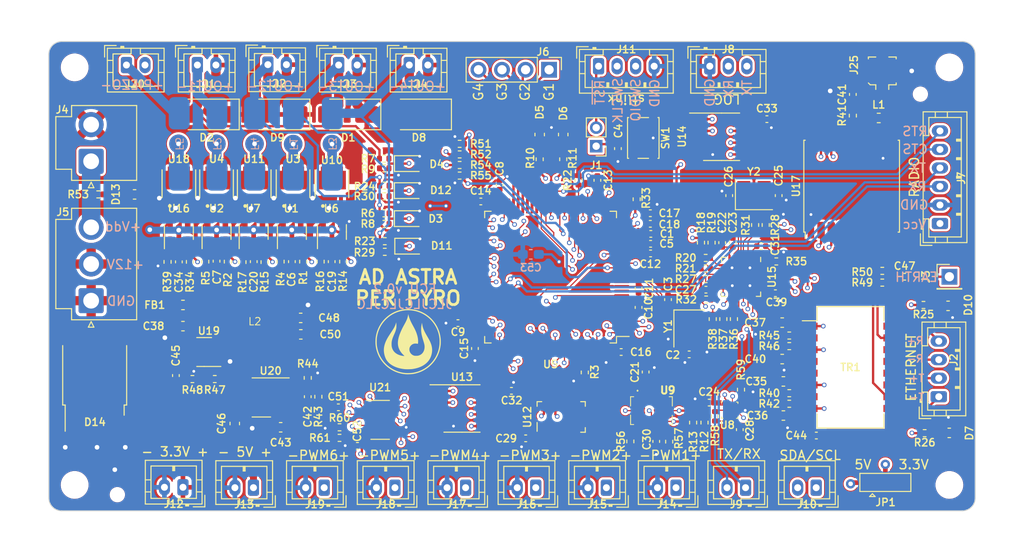
<source format=kicad_pcb>
(kicad_pcb (version 20221018) (generator pcbnew)
  (layers (0 "F.Cu" signal) (1 "In1.Cu" signal) (2 "In2.Cu" signal) (31 "B.Cu" signal) (34 "B.Paste" user) (35 "F.Paste" user) (36 "B.SilkS" user "B.Silkscreen") (37 "F.SilkS" user "F.Silkscreen") (38 "B.Mask" user) (39 "F.Mask" user) (44 "Edge.Cuts" user))
  (net 0 "")
  (net 1 "+3.3V")
  (net 2 "GND")
  (net 3 "Net-(U5-PH0)")
  (net 4 "Net-(U5-PH1)")
  (net 5 "Net-(J1-Pin_1)")
  (net 6 "+12V")
  (net 7 "Net-(U5-VCAP_1)")
  (net 8 "Net-(U5-VCAP_2)")
  (net 9 "Net-(U15-VDDCR)")
  (net 10 "Net-(U15-XTAL2)")
  (net 11 "Net-(U15-XTAl1)")
  (net 12 "/DTX-")
  (net 13 "/DTX+")
  (net 14 "/DRX-")
  (net 15 "Net-(U19-IN)")
  (net 16 "/DRX+")
  (net 17 "Net-(C41-Pad1)")
  (net 18 "Net-(U20-ADJ)")
  (net 19 "Net-(U19-SW)")
  (net 20 "Net-(U19-BST)")
  (net 21 "+5V")
  (net 22 "Net-(C47-Pad1)")
  (net 23 "Earth")
  (net 24 "Vdrive")
  (net 25 "OUT3")
  (net 26 "OUT1")
  (net 27 "ADC1_IN6")
  (net 28 "ADC1_IN3")
  (net 29 "Net-(D5-A)")
  (net 30 "Net-(D6-A)")
  (net 31 "Net-(D7-A)")
  (net 32 "OUT4")
  (net 33 "OUT2")
  (net 34 "Net-(D10-A)")
  (net 35 "ADC1_IN8")
  (net 36 "ADC1_IN4")
  (net 37 "Net-(D13-A)")
  (net 38 "Net-(D14-K)")
  (net 39 "Net-(F1-Pad1)")
  (net 40 "Net-(F2-Pad1)")
  (net 41 "Net-(F3-Pad1)")
  (net 42 "Net-(F4-Pad1)")
  (net 43 "Net-(F5-Pad1)")
  (net 44 "PIEZO")
  (net 45 "~{MCU_RST}")
  (net 46 "/TX-")
  (net 47 "/TX+")
  (net 48 "/RX-")
  (net 49 "/RX+")
  (net 50 "Net-(J4-Pin_1)")
  (net 51 "GPIO1")
  (net 52 "GPIO2")
  (net 53 "GPIO3")
  (net 54 "GPIO4")
  (net 55 "USART1_RX")
  (net 56 "USART1_TX")
  (net 57 "RADIO_CTS")
  (net 58 "RADIO_RTS")
  (net 59 "USART2_RX")
  (net 60 "USART2_TX")
  (net 61 "USART3_RX")
  (net 62 "USART3_TX")
  (net 63 "I2C1_SCL")
  (net 64 "I2C1_SDA")
  (net 65 "SWCLK")
  (net 66 "SWDIO")
  (net 67 "Net-(J14-Pin_1)")
  (net 68 "Net-(J15-Pin_1)")
  (net 69 "Net-(J16-Pin_1)")
  (net 70 "Net-(J17-Pin_1)")
  (net 71 "Net-(J18-Pin_1)")
  (net 72 "Net-(J19-Pin_1)")
  (net 73 "RF_IN")
  (net 74 "OUT3_CTRL")
  (net 75 "OUT1_CTRL")
  (net 76 "Net-(U5-BOOT0)")
  (net 77 "Net-(U1-OUT)")
  (net 78 "Net-(U2-OUT)")
  (net 79 "Net-(U5-PC14)")
  (net 80 "Net-(U5-PC15)")
  (net 81 "OUT4_CTRL")
  (net 82 "OUT2_CTRL")
  (net 83 "Net-(U10-Gate)")
  (net 84 "Net-(U11-Gate)")
  (net 85 "Net-(U15-RXD0)")
  (net 86 "ETH_RXD0")
  (net 87 "ETH_RXD1")
  (net 88 "Net-(U15-RXD1)")
  (net 89 "ETH_CRS_DV")
  (net 90 "Net-(U15-LED2)")
  (net 91 "Net-(U15-LED1)")
  (net 92 "Net-(U15-RXER)")
  (net 93 "Net-(U15-CRS_DV)")
  (net 94 "ETH_MDIO")
  (net 95 "TIM5_CH1")
  (net 96 "Net-(U15-RBIAS)")
  (net 97 "Net-(U15-~{RST})")
  (net 98 "Net-(U15-~{INT})")
  (net 99 "ETH_REF_CLK")
  (net 100 "Net-(U16-OUT)")
  (net 101 "Net-(U17-VCC_RF)")
  (net 102 "Net-(U19-FB)")
  (net 103 "Net-(TR1-C_TX)")
  (net 104 "Net-(TR1-C_RX)")
  (net 105 "ADC1_IN9")
  (net 106 "ADC1_IN10")
  (net 107 "Net-(U9-SDO1)")
  (net 108 "Net-(U9-SDO2)")
  (net 109 "Net-(U8-SDO)")
  (net 110 "Net-(U8-CSB)")
  (net 111 "Net-(U21-A7)")
  (net 112 "Net-(U21-A8)")
  (net 115 "LOG_FLASH_CSN")
  (net 116 "LOG_FLASH_HOLD")
  (net 117 "BLDR_FLASH_CSN")
  (net 119 "ETH_MDC")
  (net 121 "BMM150_INT")
  (net 122 "SPI1_SCK")
  (net 124 "BLDR_FLASH_HOLD")
  (net 125 "ACCEL_INT")
  (net 126 "GYRO_INT")
  (net 127 "SPI2_SCK")
  (net 128 "ETH_TX_EN")
  (net 129 "ETH_TXD0")
  (net 130 "ETH_TXD1")
  (net 131 "SPI2_MISO")
  (net 132 "SPI2_MOSI")
  (net 135 "TIM4_CH1")
  (net 136 "TIM4_CH2")
  (net 139 "TIM3_CH1")
  (net 140 "TIM3_CH2")
  (net 146 "TIM2_CH1")
  (net 147 "UART4_TX")
  (net 148 "UART4_RX")
  (net 156 "TIM2_CH2")
  (net 157 "SPI1_MISO")
  (net 158 "SPI1_MOSI")
  (net 179 "Net-(J7-Pin_1)")
  (footprint "Connector_PinHeader_2.54mm:PinHeader_1x04_P2.54mm_Vertical" (layer "F.Cu") (at 155.575 66.04 -90)
    (fp_text reference "J6")
    (fp_text value "Conn_01x04_Socket")
  )
  (footprint "Resistor_SMD:R_0402_1005Metric" (layer "F.Cu") (at 129.0472 86.7609 90)
    (fp_text reference "R1")
    (fp_text value "20K")
  )
  (footprint "Capacitor_SMD:C_0603_1608Metric" (layer "F.Cu") (at 110.858 79.502 180)
    (fp_text reference "D13")
    (fp_text value "Green_LED")
  )
  (footprint "Resistor_SMD:R_0402_1005Metric" (layer "F.Cu") (at 181.483 94.742)
    (fp_text reference "R45")
    (fp_text value "49.9")
  )
  (footprint "Connector_JST:JST_VH_B3P-VH_1x03_P3.96mm_Vertical" (layer "F.Cu") (at 106.172 90.978 90)
    (fp_text reference "J5")
    (fp_text value "Conn_01x03_Pin")
  )
  (footprint "Capacitor_SMD:C_0402_1005Metric" (layer "F.Cu") (at 166.5224 85.8774 180)
    (fp_text reference "C12")
    (fp_text value "100nF")
  )
  (footprint "Transformer_SMD:Transformer_Ethernet_Bourns_PT61017PEL" (layer "F.Cu") (at 188.087 98.171)
    (fp_text reference "TR1")
    (fp_text value "PT61017PEL")
  )
  (footprint "Resistor_SMD:R_0402_1005Metric" (layer "F.Cu") (at 130.9268 86.7609 -90)
    (fp_text reference "R16")
    (fp_text value "20K")
  )
  (footprint "Capacitor_SMD:C_0603_1608Metric_Pad1.08x0.95mm_HandSolder" (layer "F.Cu") (at 180.848 103.378 180)
    (fp_text reference "C36")
    (fp_text value "10pF")
  )
  (footprint "Capacitor_SMD:C_0402_1005Metric" (layer "F.Cu") (at 179.07 71.374 180)
    (fp_text reference "C33")
    (fp_text value "100nF")
  )
  (footprint "Resistor_SMD:R_0402_1005Metric" (layer "F.Cu") (at 181.483 102.108)
    (fp_text reference "R42")
    (fp_text value "49.9")
  )
  (footprint "Resistor_SMD:R_0402_1005Metric" (layer "F.Cu") (at 171.111 104.14 -90)
    (fp_text reference "R13")
    (fp_text value "10K")
  )
  (footprint "Resistor_SMD:R_0402_1005Metric" (layer "F.Cu") (at 132.967 105.791)
    (fp_text reference "R61")
    (fp_text value "10K")
  )
  (footprint "MountingHole:MountingHole_2.5mm" (layer "F.Cu") (at 198.755 65.786)
    (fp_text reference "REF**" hide)
    (fp_text value "MountingHole_2.5mm")
  )
  (footprint "Resistor_SMD:R_0402_1005Metric" (layer "F.Cu") (at 119.509 99.441 180)
    (fp_text reference "R47")
    (fp_text value "56.2K")
  )
  (footprint "Connector_JST:JST_PH_B2B-PH-K_1x02_P2.00mm_Vertical" (layer "F.Cu") (at 140.494 65.532)
    (fp_text reference "J24")
    (fp_text value "Conn_01x02_Socket")
  )
  (footprint "Diode_SMD:D_SOD-323" (layer "F.Cu") (at 140.5042 76.1746)
    (fp_text reference "D4")
    (fp_text value "MM3Z3V0")
  )
  (footprint "Capacitor_SMD:C_0402_1005Metric" (layer "F.Cu") (at 123.7132 86.7609 90)
    (fp_text reference "C20")
    (fp_text value "1uF")
  )
  (footprint "Capacitor_SMD:C_0402_1005Metric" (layer "F.Cu") (at 176.149 104.902 -90)
    (fp_text reference "C28")
    (fp_text value "100nF")
  )
  (footprint "Resistor_SMD:R_0402_1005Metric" (layer "F.Cu") (at 137.7864 76.6826 180)
    (fp_text reference "R9")
    (fp_text value "2.4K")
  )
  (footprint "MountingHole:MountingHole_2.5mm" (layer "F.Cu") (at 198.755 110.871)
    (fp_text reference "REF**" hide)
    (fp_text value "MountingHole_2.5mm")
  )
  (footprint "Capacitor_SMD:C_0402_1005Metric" (layer "F.Cu") (at 160.782 77.978 -90)
    (fp_text reference "C13")
    (fp_text value "100nF")
  )
  (footprint "Resistor_SMD:R_0402_1005Metric" (layer "F.Cu") (at 117.096 99.441 180)
    (fp_text reference "R48")
    (fp_text value "10K")
  )
  (footprint "CustomFootprints:HSMT-8" (layer "F.Cu") (at 132.146 78.3535 90)
    (fp_text reference "U10")
    (fp_text value "RQ3E100")
  )
  (footprint "Resistor_SMD:R_0402_1005Metric" (layer "F.Cu") (at 168.529 106.2 -90)
    (fp_text reference "R57")
    (fp_text value "10K")
  )
  (footprint "Package_QFP:LQFP-100_14x14mm_P0.5mm" (layer "F.Cu") (at 155.734 88.432 180)
    (fp_text reference "U5")
    (fp_text value "STM32F407VGTx")
  )
  (footprint "Package_TO_SOT_SMD:SOT-23-5" (layer "F.Cu") (at 115.636 83.566 90)
    (fp_text reference "U16")
    (fp_text value "MCP1416")
  )
  (footprint "Capacitor_SMD:C_0402_1005Metric" (layer "F.Cu") (at 119.7 86.7101 90)
    (fp_text reference "C7")
    (fp_text value "1uF")
  )
  (footprint "Connector_JST:JST_PH_B4B-PH-K_1x04_P2.00mm_Vertical" (layer "F.Cu") (at 160.909 65.659)
    (fp_text reference "J11")
    (fp_text value "Conn_01x04_Socket")
  )
  (footprint "Capacitor_SMD:C_0402_1005Metric" (layer "F.Cu") (at 150.241 78.486 -90)
    (fp_text reference "C8")
    (fp_text value "2.2uF")
  )
  (footprint "Capacitor_SMD:C_0402_1005Metric" (layer "F.Cu") (at 167.132 106.172 -90)
    (fp_text reference "C30")
    (fp_text value "100nF")
  )
  (footprint "Connector_JST:JST_PH_B2B-PH-K_1x02_P2.00mm_Vertical" (layer "F.Cu") (at 176.768 111.167 180)
    (fp_text reference "J9")
    (fp_text value "Conn_01x02_Socket")
  )
  (footprint "Capacitor_SMD:C_0603_1608Metric_Pad1.08x0.95mm_HandSolder" (layer "F.Cu") (at 180.848 99.695 180)
    (fp_text reference "C35")
    (fp_text value "10pF")
  )
  (footprint "Capacitor_SMD:C_0603_1608Metric" (layer "F.Cu") (at 121.666 104.2416 90)
    (fp_text reference "C46")
    (fp_text value "10uF")
  )
  (footprint "Connector_JST:JST_PH_B2B-PH-K_1x02_P2.00mm_Vertical" (layer "F.Cu") (at 123.682 111.167 180)
    (fp_text reference "J13")
    (fp_text value "Conn_01x02_Socket")
  )
  (footprint "Resistor_SMD:R_0402_1005Metric" (layer "F.Cu") (at 126.6088 86.7589 -90)
    (fp_text reference "R4")
    (fp_text value "20K")
  )
  (footprint "Resistor_SMD:R_0402_1005Metric" (layer "F.Cu") (at 176.276 100.584 -90)
    (fp_text reference "R59")
    (fp_text value "10K")
  )
  (footprint "Capacitor_SMD:C_0402_1005Metric" (layer "F.Cu") (at 132.1206 86.7609 90)
    (fp_text reference "C19")
    (fp_text value "1uF")
  )
  (footprint "Connector_PinHeader_2.00mm:PinHeader_1x02_P2.00mm_Vertical" (layer "F.Cu") (at 160.655 74.295 180)
    (fp_text reference "J1")
    (fp_text value "Conn_01x02")
  )
  (footprint "CustomFootprints:JLCPCB_ToolingHole" (layer "F.Cu") (at 109 111.925)
    (fp_text reference "REF**" hide)
    (fp_text value "JLCPCB_ToolingHole")
  )
  (footprint "Capacitor_SMD:C_0402_1005Metric" (layer "F.Cu") (at 166.497 82.677 180)
    (fp_text reference "C18")
    (fp_text value "100nF")
  )
  (footprint "CustomFootprints:HSMT-8" (layer "F.Cu") (at 127.955 78.3535 90)
    (fp_text reference "U3")
    (fp_text value "RQ3E100")
  )
  (footprint "Resistor_SMD:R_0402_1005Metric" (layer "F.Cu") (at 106.934 79.502 180)
    (fp_text reference "R53")
    (fp_text value "2.4K")
  )
  (footprint "CustomFootprints:CKST353220" (layer "F.Cu") (at 123.825 93.726)
    (fp_text reference "L2")
    (fp_text value "3.3uH")
  )
  (footprint "Connector_JST:JST_PH_B4B-PH-K_1x04_P2.00mm_Vertical" (layer "F.Cu") (at 197.612 101.346 90)
    (fp_text reference "J2")
    (fp_text value "Conn_01x04_Socket")
  )
  (footprint "Resistor_SMD:R_0402_1005Metric" (layer "F.Cu") (at 137.8491 84.5566)
    (fp_text reference "R23")
    (fp_text value "15K")
  )
  (footprint "Capacitor_SMD:C_0402_1005Metric" (layer "F.Cu") (at 178.463 85.09)
    (fp_text reference "C31")
    (fp_text value "10nF")
  )
  (footprint "Resistor_SMD:R_0402_1005Metric" (layer "F.Cu") (at 191.516 87.757)
    (fp_text reference "R50")
    (fp_text value "75")
  )
  (footprint "Resistor_SMD:R_0402_1005Metric" (layer "F.Cu") (at 188.341 70.995 90)
    (fp_text reference "R41")
    (fp_text value "10")
  )
  (footprint "Capacitor_SMD:C_0402_1005Metric" (layer "F.Cu") (at 115.316 99.06 90)
    (fp_text reference "C45")
    (fp_text value "100nF")
  )
  (footprint "Resistor_SMD:R_0402_1005Metric" (layer "F.Cu") (at 165.025 80.025 -90)
    (fp_text reference "R33")
    (fp_text value "1.5K")
  )
  (footprint "Resistor_SMD:R_0402_1005Metric" (layer "F.Cu") (at 129.54 99.314 90)
    (fp_text reference "R44")
    (fp_text value "10K")
  )
  (footprint "Resistor_SMD:R_0402_1005Metric" (layer "F.Cu") (at 172.466 86.36 180)
    (fp_text reference "R20")
    (fp_text value "10K")
  )
  (footprint "Package_TO_SOT_SMD:SOT-23-5" (layer "F.Cu") (at 119.7 83.5605 90)
    (fp_text reference "U2")
    (fp_text value "MCP1416")
  )
  (footprint "Resistor_SMD:R_0402_1005Metric" (layer "F.Cu") (at 172.339 104.14 -90)
    (fp_text reference "R12")
    (fp_text value "10K")
  )
  (footprint "Connector_JST:JST_PH_B2B-PH-K_1x02_P2.00mm_Vertical" (layer "F.Cu") (at 117.634 65.532)
    (fp_text reference "J21")
    (fp_text value "Conn_01x02_Socket")
  )
  (footprint "Resistor_SMD:R_0402_1005Metric" (layer "F.Cu") (at 137.8036 81.5448)
    (fp_text reference "R6")
    (fp_text value "15K")
  )
  (footprint "Package_TO_SOT_SMD:SOT-23-5" (layer "F.Cu") (at 123.703 83.555 90)
    (fp_text reference "U7")
    (fp_text value "MCP1416")
  )
  (footprint "Connector_JST:JST_PH_B2B-PH-K_1x02_P2.00mm_Vertical" (layer "F.Cu") (at 154.1366 111.167 180)
    (fp_text reference "J16")
    (fp_text value "Conn_01x02_Socket")
  )
  (footprint "Capacitor_SMD:C_0402_1005Metric" (layer "F.Cu") (at 147.574 96.139 90)
    (fp_text reference "C15")
    (fp_text value "100nF")
  )
  (footprint "Connector_JST:JST_PH_B2B-PH-K_1x02_P2.00mm_Vertical" (layer "F.Cu") (at 161.7566 111.167 180)
    (fp_text reference "J15")
    (fp_text value "Conn_01x02_Socket")
  )
  (footprint "Resistor_SMD:R_0402_1005Metric" (layer "F.Cu") (at 172.466 87.503 180)
    (fp_text reference "R21")
    (fp_text value "10K")
  )
  (footprint "Resistor_SMD:R_0402_1005Metric" (layer "F.Cu") (at 120.9192 86.7609 90)
    (fp_text reference "R2")
    (fp_text value "20K")
  )
  (footprint "Capacitor_SMD:C_0402_1005Metric" (layer "F.Cu") (at 163.35 96.52 180)
    (fp_text reference "C16")
    (fp_text value "100nF")
  )
  (footprint "Resistor_SMD:R_0402_1005Metric" (layer "F.Cu") (at 145.925 74.041 180)
    (fp_text reference "R51")
    (fp_text value "1.5K")
  )
  (footprint "CustomFootprints:Logo" (layer "F.Cu") (at 140.3604 95.4024)
    (fp_text reference "G***" hide)
    (fp_text value "LOGO" hide)
  )
  (footprint "Resistor_SMD:R_0402_1005Metric" (layer "F.Cu") (at 173.228 92.962 90)
    (fp_text reference "R38")
    (fp_text value "33")
  )
  (footprint "Capacitor_SMD:C_0402_1005Metric" (layer "F.Cu") (at 127.828 86.7609 90)
    (fp_text reference "C6")
    (fp_text value "1uF")
  )
  (footprint "Capacitor_SMD:C_0402_1005Metric" (layer "F.Cu") (at 134.9 106.6546)
    (fp_text reference "C52")
    (fp_text value "100nF")
  )
  (footprint "Resistor_SMD:R_0402_1005Metric" (layer "F.Cu") (at 122.494 86.8117 -90)
    (fp_text reference "R17")
    (fp_text value "20K")
  )
  (footprint "Resistor_SMD:R_0402_1005Metric" (layer "F.Cu") (at 137.8491 85.6996 180)
    (fp_text reference "R29")
    (fp_text value "2.4K")
  )
  (footprint "Capacitor_SMD:C_0402_1005Metric" (layer "F.Cu") (at 193.929 88.392)
    (fp_text reference "C47")
    (fp_text value "1nF")
  )
  (footprint "Package_TO_SOT_SMD:TO-252-2" (layer "F.Cu") (at 106.553 98.933 90)
    (fp_text reference "D14")
    (fp_text value "MBRD20100")
  )
  (footprint "Resistor_SMD:R_0402_1005Metric" (layer "F.Cu") (at 191.516 89.027)
    (fp_text reference "R49")
    (fp_text value "75")
  )
  (footprint "Capacitor_SMD:C_0603_1608Metric" (layer "F.Cu") (at 128.778 92.837)
    (fp_text reference "C48")
    (fp_text value "22uF")
  )
  (footprint "Package_DFN_QFN:VQFN-24-1EP_4x4mm_P0.5mm_EP2.5x2.5mm" (layer "F.Cu") (at 176.286 88.402 -90)
    (fp_text reference "U15")
    (fp_text value "LAN8742")
  )
  (footprint "Package_SO:SOIC-8_3.9x4.9mm_P1.27mm" (layer "F.Cu") (at 146.177 102.616)
    (fp_text reference "U13")
    (fp_text value "W25X05")
  )
  (footprint "Package_DFN_QFN:DFN-8-1EP_4x4mm_P0.8mm_EP2.3x3.24mm" (layer "F.Cu") (at 125.536 101.425 180)
    (fp_text reference "U20")
    (fp_text value "LD39200")
  )
  (footprint "Resistor_SMD:R_0402_1005Metric" (layer "F.Cu") (at 145.927 75.184)
    (fp_text reference "R52")
    (fp_text value "10K")
  )
  (footprint "Resistor_SMD:R_0402_1005Metric" (layer "F.Cu") (at 174.371 92.962 -90)
    (fp_text reference "R37")
    (fp_text value "10K")
  )
  (footprint "Capacitor_SMD:C_0402_1005Metric" (layer "F.Cu") (at 172.494 89.789)
    (fp_text reference "C27")
    (fp_text value "10nF")
  )
  (footprint "Capacitor_SMD:C_0402_1005Metric" (layer "F.Cu") (at 165.227 89.662 90)
    (fp_text reference "C11")
    (fp_text value "100nF")
  )
  (footprint "Connector_JST:JST_PH_B3B-PH-K_1x03_P2.00mm_Vertical" (layer "F.Cu") (at 172.911 65.659)
    (fp_text reference "J8")
    (fp_text value "Conn_01x03_Socket")
  )
  (footprint "Capacitor_SMD:C_0402_1005Metric" (layer "F.Cu") (at 165.225 91.705 -90)
    (fp_text reference "C10")
    (fp_text value "100nF")
  )
  (footprint "Resistor_SMD:R_0402_1005Metric" (layer "F.Cu") (at 133.3652 86.7609 90)
    (fp_text reference "R14")
    (fp_text value "20K")
  )
  (footprint "Resistor_SMD:R_0402_1005Metric" (layer "F.Cu") (at 172.466 88.646)
    (fp_text reference "R27")
    (fp_text value "10K")
  )
  (footprint "MountingHole:MountingHole_2.5mm" (layer "F.Cu") (at 104.394 65.786)
    (fp_text reference "REF**" hide)
    (fp_text value "MountingHole_2.5mm")
  )
  (footprint "Connector_JST:JST_VH_B2P-VH_1x02_P3.96mm_Vertical" (layer "F.Cu") (at 106.172 75.9255 90)
    (fp_text reference "J4")
    (fp_text value "Conn_01x02_Socket")
  )
  (footprint "CustomFootprints:BMI088" (layer "F.Cu") (at 166.616 102.848)
    (fp_text reference "U9")
    (fp_text value "BMI088" hide)
  )
  (footprint "Capacitor_SMD:C_0402_1005Metric" (layer "F.Cu") (at 165.989 98.679 90)
    (fp_text reference "C21")
    (fp_text value "100nF")
  )
  (footprint "Connector_JST:JST_PH_B2B-PH-K_1x02_P2.00mm_Vertical" (layer "F.Cu") (at 109.982 65.532)
    (fp_text reference "J20")
    (fp_text value "Conn_01x02_Socket")
  )
  (footprint "Capacitor_SMD:C_0402_1005Metric" (layer "F.Cu") (at 151.511 100.711 180)
    (fp_text reference "C32")
    (fp_text value "100nF")
  )
  (footprint "Diode_SMD:D_SOD-323" (layer "F.Cu") (at 140.5415 85.09)
    (fp_text reference "D11")
    (fp_text value "MM3Z3V0")
  )
  (footprint "Resistor_SMD:R_0402_1005Metric" (layer "F.Cu") (at 137.8036 79.7052 180)
    (fp_text reference "R30")
    (fp_text value "2.4K")
  )
  (footprint "Resistor_SMD:R_0402_1005Metric" (layer "F.Cu") (at 137.7864 75.6412)
    (fp_text reference "R7")
    (fp_text value "15K")
  )
  (footprint "Connector_JST:JST_PH_B2B-PH-K_1x02_P2.00mm_Vertical" (layer "F.Cu") (at 184.388 111.167 180)
    (fp_text reference "J10")
    (fp_text value "Conn_01x02_Socket")
  )
  (footprint "Resistor_SMD:R_0402_1005Metric" (layer "F.Cu") (at 180.086 86.741)
    (fp_text reference "R35")
    (fp_text value "12.1K")
  )
  (footprint "Resistor_SMD:R_0402_1005Metric" (layer "F.Cu") (at 178.943 82.804 90)
    (fp_text reference "R28")
    (fp_text value "10K")
  )
  (footprint "Resistor_SMD:R_0402_1005Metric" (layer "F.Cu") (at 154.559 75.707 -90)
    (fp_text reference "R10")
    (fp_text value "220")
  )
  (footprint "Capacitor_SMD:C_0402_1005Metric" (layer "F.Cu") (at 168.402 90.8584 -90)
    (fp_text reference "C3")
    (fp_text value "13pF")
  )
  (footprint "Capacitor_SMD:C_0603_1608Metric_Pad1.08x0.95mm_HandSolder" (layer "F.Cu") (at 180.721 97.282 180)
    (fp_text reference "C40")
    (fp_text value "10pF")
  )
  (footprint "Resistor_SMD:R_0402_1005Metric" (layer "F.Cu") (at 175.514 92.962 -90)
    (fp_text reference "R36")
    (fp_text value "10K")
  )
  (footprint "Capacitor_SMD:C_0603_1608Metric" (layer "F.Cu") (at 154.559 73.038 -90)
    (fp_text reference "D5")
    (fp_text value "Blue")
  )
  (footprint "Resistor_SMD:R_0402_1005Metric" (layer "F.Cu") (at 171.958 84.709 90)
    (fp_text reference "R18")
    (fp_text value "33")
  )
  (footprint "Capacitor_SMD:C_0402_1005Metric" (layer "F.Cu") (at 174.244 84.709 -90)
    (fp_text reference "C22")
    (fp_text value "1uF")
  )
  (footprint "Resistor_SMD:R_0402_1005Metric" (layer "F.Cu") (at 145.925 77.47 180)
    (fp_text reference "R55")
    (fp_text value "1.5K")
  )
  (footprint "Connector_JST:JST_PH_B2B-PH-K_1x02_P2.00mm_Vertical" (layer "F.Cu") (at 116.078 111.125 180)
    (fp_text reference "J12")
    (fp_text value "Conn_01x02_Socket")
  )
  (footprint "Package_TO_SOT_SMD:TSOT-23-6" (layer "F.Cu") (at 118.364 96.52 180)
    (fp_text reference "U19")
    (fp_text value "AP62300TWU")
  )
  (footprint "Diode_SMD:D_SOD-323" (layer "F.Cu") (at 140.496 82.1182)
    (fp_text reference "D3")
    (fp_text value "MM3Z3V0")
  )
  (footprint "Capacitor_SMD:C_0402_1005Metric" (layer "F.Cu") (at 172.847 101.981)
    (fp_text reference "C24")
    (fp_text value "100nF")
  )
  (footprint "CustomFootprints:HSMT-8" (layer "F.Cu") (at 115.636 78.3535 90)
    (fp_text reference "U18")
    (fp_text value "RQ3E100")
  )
  (footprint "Resistor_SMD:R_0402_1005Metric" (layer "F.Cu") (at 116.8298 86.7863 90)
    (fp_text reference "R34")
    (fp_text value "20K")
  )
  (footprint "Connector_PinHeader_2.54mm:PinHeader_1x01_P2.54mm_Vertical" (layer "F.Cu") (at 198.755 88.392)
    (fp_text reference "J3")
    (fp_text value "Conn_01x01")
  )
  (footprint "Capacitor_SMD:C_0402_1005Metric" (layer "F.Cu") (at 166.547 83.764)
    (fp_text reference "C1")
    (fp_text value "1uF")
  )
  (footprint "Diode_SMD:D_SMA" (layer "F.Cu") (at 133.9088 70.866 180)
    (fp_text reference "D1")
    (fp_text value "GS1G")
  )
  (footprint "Package_CSP:WLCSP-12_1.56x1.56mm_P0.4mm" (layer "F.Cu") (at 175.064 102.801)
    (fp_text reference "U8")
    (fp_text value "BMM150")
  )
  (footprint "Resistor_SMD:R_0402_1005Metric" (layer "F.Cu") (at 157.099 75.707 -90)
    (fp_text reference "R11")
    (fp_text value "220")
  )
  (footprint "CustomFootprints:JLCPCB_ToolingHole" (layer "F.Cu") (at 195.625 68.675)
    (fp_text reference "REF**" hide)
    (fp_text value "JLCPCB_ToolingHole")
  )
  (footprint "Capacitor_SMD:C_0402_1005Metric" (layer "F.Cu") (at 175.006 79.629 -90)
    (fp_text reference "C26")
    (fp_text value "15pF")
  )
  (footprint "Package_SON:USON-20_2x4mm_P0.4mm" (layer "F.Cu") (at 137.3496 103.8446)
    (fp_text reference "U21")
    (fp_text value "TXB0108DQSR")
  )
  (footprint "MountingHole:MountingHole_2.5mm" (layer "F.Cu") (at 104.394 110.871)
    (fp_text reference "REF**" hide)
    (fp_text value "MountingHole_2.5mm")
  )
  (footprint "Resistor_SMD:R_0402_1005Metric" (layer "F.Cu") (at 164.338 106.172 -90)
    (fp_text reference "R56")
    (fp_text value "10K")
  )
  (footprint "RF_GPS:ublox_MAX" (layer "F.Cu") (at 188.214 78.613 90)
    (fp_text reference "U17")
    (fp_text value "MAX-8C")
  )
  (footprint "Connector_JST:JST_PH_B6B-PH-K_1x06_P2.00mm_Vertical" (layer "F.Cu") (at 197.739 82.644 90)
    (fp_text reference "J7")
    (fp_text value "Conn_01x06_Socket")
  )
  (footprint "Resistor_SMD:R_0402_1005Metric" (layer "F.Cu") (at 118.4808 86.7609 -90)
    (fp_text reference "R5")
    (fp_text value "20K")
  )
  (footprint "Capacitor_SMD:C_0603_1608Metric_Pad1.08x0.95mm_HandSolder" (layer "F.Cu") (at 116.078 91.44)
    (fp_text reference "FB1")
    (fp_text value "FerriteBead")
  )
  (footprint "Resistor_SMD:R_0402_1005Metric" (layer "F.Cu") (at 172.5168 90.8558)
    (fp_text reference "R32")
    (fp_text value "33")
  )
  (footprint "Resistor_SMD:R_0402_1005Metric" (layer "F.Cu") (at 132.967 104.648 180)
    (fp_text reference "R60")
    (fp_text value "10K")
  )
  (footprint "Resistor_SMD:R_0402_1005Metric" (layer "F.Cu") (at 137.8036 78.5622)
    (fp_text reference "R24")
    (fp_text value "15K")
  )
  (footprint "Button_Switch_SMD:SW_SPST_PTS810" (layer "F.Cu") (at 165.735 73.406 90)
    (fp_text reference "SW1")
    (fp_text value "SW_RST")
  )
  (footprint "Package_SO:SOIC-8_3.9x4.9mm_P1.27mm" (layer "F.Cu") (at 174.182 73.279)
    (fp_text reference "U14")
    (fp_text value "W25X05")
  )
  (footprint "Diode_SMD:D_SOD-323" (layer "F.Cu") (at 140.496 79.0956)
    (fp_text reference "D12")
    (fp_text value "MM3Z3V0")
  )
  (footprint "Capacitor_SMD:C_0402_1005Metric" (layer "F.Cu") (at 132.842 102.489)
    (fp_text reference "C51")
    (fp_text value "100nF")
  )
  (footprint "Package_TO_SOT_SMD:SOT-23-5" (layer "F.Cu") (at 132.146 83.5605 90)
    (fp_text reference "U6")
    (fp_text value "MCP1416")
  )
  (footprint "Capacitor_SMD:C_0603_1608Metric" (layer "F.Cu") (at 198.742 105.252 180)
    (fp_text reference "D7")
    (fp_text value "Green")
  )
  (footprint "Connector_JST:JST_PH_B2B-PH-K_1x02_P2.00mm_Vertical" (layer "F.Cu") (at 138.9474 111.167 180)
    (fp_text reference "J18")
    (fp_text value "Conn_01x02_Socket")
  )
  (footprint "Crystal:Crystal_SMD_3225-4Pin_3.2x2.5mm" (layer "F.Cu") (at 170.688 93.98 -90)
    (fp_text reference "Y1")
    (fp_text value "25 MHz")
  )
  (footprint "Capacitor_SMD:C_0603_1608Metric" (layer "F.Cu") (at 198.615 91.536 180)
    (fp_text reference "D10")
    (fp_text value "Yellow")
  )
  (footprint "Resistor_SMD:R_0402_1005Metric" (layer "F.Cu") (at 137.8036 82.6878 180)
    (fp_text reference "R8")
    (fp_text value "2.4K")
  )
  (footprint "Jumper:SolderJumper-3_P2.0mm_Open_TrianglePad1.0x1.5mm" (layer "F.Cu") (at 191.85 110.625)
    (fp_text reference "JP1")
    (fp_text value "SolderJumper_3_Open")
  )
  (footprint "Capacitor_SMD:C_0402_1005Metric" (layer "F.Cu") (at 115.636 86.7863 90)
    (fp_text reference "C34")
    (fp_text value "1uF")
  )
  (footprint "Capacitor_SMD:C_0402_1005Metric" (layer "F.Cu") (at 170.688 96.774)
    (fp_text reference "C2")
    (fp_text value "13pF")
  )
  (footprint "Package_TO_SOT_SMD:SOT-23-5" (layer "F.Cu") (at 127.828 83.5605 90)
    (fp_text reference "U1")
    (fp_text value "MCP1416")
  )
  (footprint "Capacitor_SMD:C_0402_1005Metric" (layer "F.Cu") (at 175.387 84.709 -90)
    (fp_text reference "C23")
    (fp_text value "470pF")
  )
  (footprint "Resistor_SMD:R_0402_1005Metric" (layer "F.Cu") (at 173.101 84.711 -90)
    (fp_text reference "R19")
    (fp_text value "33")
  )
  (footprint "Capacitor_SMD:C_0603_1608Metric" (layer "F.Cu") (at 128.791 94.615)
    (fp_text reference "C50")
    (fp_text value "22uF")
  )
  (footprint "Connector_JST:JST_PH_B2B-PH-K_1x02_P2.00mm_Vertical" (layer "F.Cu") (at 146.5674 111.167 180)
    (fp_text reference "J17")
    (fp_text value "Conn_01x02_Socket")
  )
  (footprint "CustomFootprints:HSMT-8" (layer "F.Cu") (at 123.764 78.3535 90)
    (fp_text reference "U11")
    (fp_text value "RQ3E100")
  )
  (footprint "Capacitor_SMD:C_0402_1005Metric" (layer "F.Cu") (at 166.497 81.534 180)
    (fp_text reference "C17")
    (fp_text value "1uF")
  )
  (footprint "Resistor_SMD:R_0402_1005Metric" (layer "F.Cu") (at 124.8816 86.8117 90)
    (fp_text reference "R15")
    (fp_text value "20K")
  )
  (footprint "Diode_SMD:D_SMA" (layer "F.Cu") (at 126.2568 70.866 180)
    (fp_text reference "D9")
    (fp_text value "GS1G")
  )
  (footprint "Capacitor_SMD:C_0603_1608Metric" (layer "F.Cu") (at 126.619 104.648)
    (fp_text reference "C43")
    (fp_text value "10uF")
  )
  (footprint "Resistor_SMD:R_0402_1005Metric" (layer "F.Cu") (at 159.425 98.725 90)
    (fp_text reference "R3")
    (fp_text value "10K")
  )
  (footprint "Capacitor_SMD:C_0402_1005Metric" (layer "F.Cu") (at 145.745 93.398)
    (fp_text reference "C9")
    (fp_text value "2.2uF")
  )
  (footprint "Resistor_SMD:R_0402_1005Metric" (layer "F.Cu") (at 114.4168 86.7863 -90)
    (fp_text reference "R39")
    (fp_text value "20K")
  )
  (footprint "Capacitor_SMD:C_0402_1005Metric" (layer "F.Cu") (at 153.05 105.84 180)
    (fp_text reference "C29")
    (fp_text value "100nF")
  )
  (footprint "Capacitor_SMD:C_0402_1005Metric" (layer "F.Cu") (at 179.987 90.17)
    (fp_text reference "C39")
    (fp_text value "10nF")
  )
  (footprint "Connector_JST:JST_PH_B2B-PH-K_1x02_P2.00mm_Vertical" (layer "F.Cu") (at 131.3114 111.167 180)
    (fp_text reference "J19")
    (fp_text value "Conn_01x02_Socket")
  )
  (footprint "Capacitor_SMD:C_0603_1608Metric_Pad1.08x0.95mm_HandSolder" (layer "F.Cu") (at 180.721 93.345 180)
    (fp_text reference "C37")
    (fp_text value "10pF")
  )
  (footprint "Resistor_SMD:R_0402_1005Metric" (layer "F.Cu") (at 145.925 76.327)
    (fp_text reference "R54")
    (fp_text value "20K")
  )
  (footprint "Connector_Coaxial:U.FL_Molex_MCRF_73412-0110_Vertical" (layer "F.Cu") (at 191.516 66.167)
    (fp_text reference "J25")
    (fp_text value "Conn_01x02")
  )
  (footprint "Connector_JST:JST_PH_B2B-PH-K_1x02_P2.00mm_Vertical" (layer "F.Cu") (at 125.238 65.49)
    (fp_text reference "J22")
    (fp_text value "Conn_01x02_Socket")
  )
  (footprint "Capacitor_SMD:C_0402_1005Metric" (layer "F.Cu") (at 148.209 80.264)
    (fp_text reference "C14")
    (fp_text value "100nF")
  )
  (footprint "Connector_JST:JST_PH_B2B-PH-K_1x02_P2.00mm_Vertical" (layer "F.Cu") (at 132.874 65.532)
    (fp_text reference "J23")
    (fp_text value "Conn_01x02_Socket")
  )
  (footprint "Resistor_SMD:R_0402_1005Metric" (layer "F.Cu") (at 195.961 91.44 180)
    (fp_text reference "R25")
    (fp_text value "220")
  )
  (footprint "Resistor_SMD:R_0402_1005Metric" (layer "F.Cu") (at 181.483 100.965)
    (fp_text reference "R40")
    (fp_text value "49.9")
  )
  (footprint "Inductor_SMD:L_0603_1608Metric" (layer "F.Cu") (at 191.135 71.247)
    (fp_text reference "L1")
    (fp_text value "27nH")
  )
  (footprint "Capacitor_SMD:C_0402_1005Metric" (layer "F.Cu") (at 188.341 68.707 90)
    (fp_text reference "C41")
    (fp_text value "10nF")
  )
  (footprint "Capacitor_SMD:C_0402_1005Metric" (layer "F.Cu") (at 180.34 79.629 90)
    (fp_text reference "C25")
    (fp_text value "15pF")
  )
  (footprint "Resistor_SMD:R_0402_1005Metric" (layer "F.Cu") (at 130.683 101.346 90)
    (fp_text reference "R43")
    (fp_text value "56.2K")
  )
  (footprint "Resistor_SMD:R_0402_1005Metric" (layer "F.Cu") (at 177.8 82.804 90)
    (fp_text reference "R31")
    (fp_text value "10K")
  )
  (footprint "Capacitor_SMD:C_0402_1005Metric" (layer "F.Cu") (at 166.525 84.836)
    (fp_text reference "C5")
    (fp_text value "100nF")
  )
  (footprint "Capacitor_SMD:C_0603_1608Metric" (layer "F.Cu") (at 116.078 93.726)
    (fp_text reference "C38")
    (fp_text value "10uF")
  )
  (footprint "Resistor_SMD:R_0402_1005Metric" (layer "F.Cu") (at 181.483 95.885)
    (fp_text reference "R46")
    (fp_text value "49.9")
  )
  (footprint "Connector_JST:JST_PH_B2B-PH-K_1x02_P2.00mm_Vertical" (layer "F.Cu") (at 169.2656 111.167 180)
    (fp_text reference "J14")
    (fp_text value "Conn_01x02_Socket")
  )
  (footprint "CustomFootprints:LGA-8_3x5mm_P1.25mm_HandSolder" (layer "F.Cu") (at 156.88 103.53 90)
    (fp_text reference "U12")
    (fp_text value "MS5611-01BA")
  )
  (footprint "Diode_SMD:D_SMA" (layer "F.Cu") (at 141.5288 70.866 180)
    (fp_text reference "D8")
    (fp_text value "GS1G")
  )
  (footprint "Resistor_SMD:R_0402_1005Metric" (layer "F.Cu") (at 196.088 105.283 180)
    (fp_text reference "R26")
    (fp_text value "220")
  )
  (footprint "Capacitor_SMD:C_0402_1005Metric" (layer "F.Cu") (at 163 74.555 -90)
    (fp_text reference "C4")
    (fp_text value "100nF")
  )
  (footprint "Resistor_SMD:R_0402_1005Metric" (layer "F.Cu") (at 158.75 77.978 90)
    (fp_text reference "R22")
    (fp_text value "10K")
  )
  (footprint "Capacitor_SMD:C_0402_1005Metric" (layer "F.Cu") (at 129.54 101.346 -90)
    (fp_text reference "C42")
    (fp_text value "470nF")
  )
  (footprint "Capacitor_SMD:C_0603_1608Metric" (layer "F.Cu") (at 157.099 73.038 -90)
    (fp_text reference "D6")
    (fp_text value "Red")
  )
  (footprint "CustomFootprints:HSMT-8" (layer "F.Cu") (at 119.7 78.3535 90)
    (fp_text reference "U4")
    (fp_text value "RQ3E100")
  )
  (footprint "Diode_SMD:D_SMA" (layer "F.Cu") (at 118.6368 70.866 180)
    (fp_text reference "D2")
    (fp_text value "GS1G")
  )
  (footprint "Resistor_SMD:R_0402_1005Metric" (layer "F.Cu") (at 173.47 103.46 90)
    (fp_text reference "R58")
    (fp_text value "10K")
  )
  (footprint "Crystal:Crystal_SMD_3225-4Pin_3.2x2.5mm" (layer "F.Cu") (at 177.673 79.502)
    (fp_text reference "Y2")
    (fp_text value "25 MHz")
  )
  (footprint "Capacitor_SMD:C_0402_1005Metric" (layer "F.Cu") (at 184.404 105.537 180)
    (fp_text reference "C44")
    (fp_text value "22nF")
  )
  (footprint "CustomFootprints:SF-2410F-T" (layer "B.Cu") (at 127.9906 74.041 90)
    (fp_text reference "F1")
    (fp_text value "SF-2410F-T")
  )
  (footprint "CustomFootprints:SF-2410F-T" (layer "B.Cu") (at 119.7356 74.041 90)
    (fp_text reference "F2")
    (fp_text value "SF-2410F-T")
  )
  (footprint "Capacitor_SMD:C_0603_1608Metric_Pad1.08x0.95mm_HandSolder" (layer "B.Cu") (at 153.6 85.975)
    (fp_text reference "C53")
    (fp_text value "4.7uF")
  )
  (footprint "CustomFootprints:SF-2410F-T" (layer "B.Cu") (at 132.1816 74.041 90)
    (fp_text reference "F3")
    (fp_text value "SF-2410F-T")
  )
  (footprint "CustomFootprints:SF-2410F-T" (layer "B.Cu") (at 115.6716 74.041 90)
    (fp_text reference "F5")
    (fp_text value "SF-2410F-T")
  )
  (footprint "CustomFootprints:SF-2410F-T" (layer "B.Cu") (at 123.7996 74.041 90)
    (fp_text reference "F4")
    (fp_text value "SF-2410F-T")
  )
  (gr_line (start 201.547 112.27) (end 201.547 64.39) (stroke (width 0.1)) (layer "Edge.Cuts"))
  (gr_arc (start 101.6 64.389) (mid 102.009172 63.401172) (end 102.997 62.992) (stroke (width 0.1)) (layer "Edge.Cuts"))
  (gr_arc (start 201.547 112.27) (mid 201.137828 113.257828) (end 200.15 113.667) (stroke (width 0.1)) (layer "Edge.Cuts"))
  (gr_line (start 103 113.667) (end 200.15 113.667) (stroke (width 0.1)) (layer "Edge.Cuts"))
  (gr_arc (start 103 113.667) (mid 102.012172 113.257828) (end 101.603 112.27) (stroke (width 0.1)) (layer "Edge.Cuts"))
  (gr_line (start 102.997 62.992) (end 200.15 62.993) (stroke (width 0.1)) (layer "Edge.Cuts"))
  (gr_line (start 101.6 64.389) (end 101.603 112.27) (stroke (width 0.1)) (layer "Edge.Cuts"))
  (gr_arc (start 200.15 62.993) (mid 201.137828 63.402172) (end 201.547 64.39) (stroke (width 0.1)) (layer "Edge.Cuts"))
  (gr_text "GND" (at 196.58 81.22) (layer "B.SilkS") (effects (font (size 1 1)) (justify left bottom mirror)))
  (gr_text "+Vdd" (at 111.675 83.575) (layer "B.SilkS") (effects (font (size 1 1)) (justify left bottom mirror)))
  (gr_text "CTS" (at 196.51 75.21) (layer "B.SilkS") (effects (font (size 1 1)) (justify left bottom mirror)))
  (gr_text "TX" (at 196.32 77.24) (layer "B.SilkS") (effects (font (size 1 1)) (justify left bottom mirror)))
  (gr_text "R-" (at 196.05 97.72) (layer "B.SilkS") (effects (font (size 0.8 0.8)) (justify left bottom mirror)))
  (gr_text "+12V" (at 111.975 87.65) (layer "B.SilkS") (effects (font (size 1 1)) (justify left bottom mirror)))
  (gr_text "+PIEZO-" (at 114.125 68.275) (layer "B.SilkS") (effects (font (size 1 1)) (justify left bottom mirror)))
  (gr_text "~{RST}" (at 161.64 67.03 90) (layer "B.SilkS") (effects (font (size 1 1)) (justify left bottom mirror)))
  (gr_text "SWCLK" (at 163.57 66.83 90) (layer "B.SilkS") (effects (font (size 1 1)) (justify left bottom mirror)))
  (gr_text "GND" (at 167.55 66.95 90) (layer "B.SilkS") (effects (font (size 1 1)) (justify left bottom mirror)))
  (gr_text "GND" (at 173.5 66.89 90) (layer "B.SilkS") (effects (font (size 1 1)) (justify left bottom mirror)))
  (gr_text "Vcc" (at 196.37 83.32) (layer "B.SilkS") (effects (font (size 1 1)) (justify left bottom mirror)))
  (gr_text "GND" (at 111.025 91.6) (layer "B.SilkS") (effects (font (size 1 1)) (justify left bottom mirror)))
  (gr_text "RX" (at 196.4 79.26) (layer "B.SilkS") (effects (font (size 1 1)) (justify left bottom mirror)))
  (gr_text "+OUT4-" (at 144.56 68.42) (layer "B.SilkS") (effects (font (size 1 1)) (justify left bottom mirror)))
  (gr_text "SWDIO" (at 165.51 66.91 90) (layer "B.SilkS") (effects (font (size 1 1)) (justify left bottom mirror)))
  (gr_text "RX" (at 175.54 67.02 90) (layer "B.SilkS") (effects (font (size 1 1)) (justify left bottom mirror)))
  (gr_text "JLCJLCJLCJLC" (at 145.2 91.94) (layer "B.SilkS") (effects (font (size 1 1)) (justify left bottom mirror)))
  (gr_text "T+" (at 196.125 99.82) (layer "B.SilkS") (effects (font (size 0.8 0.8)) (justify left bottom mirror)))
  (gr_text "+OUT3-" (at 136.925 68.45) (layer "B.SilkS") (effects (font (size 1 1)) (justify left bottom mirror)))
  (gr_text "FCU v0.2" (at 143.52 90.3) (layer "B.SilkS") (effects (font (size 1 1)) (justify left bottom mirror)))
  (gr_text "EARTH" (at 197.58 89.02) (layer "B.SilkS") (effects (font (size 1 1)) (justify left bottom mirror)))
  (gr_text "TX" (at 177.51 67.05 90) (layer "B.SilkS") (effects (font (size 1 1)) (justify left bottom mirror)))
  (gr_text "+OUT1-" (at 121.7 68.425) (layer "B.SilkS") (effects (font (size 1 1)) (justify left bottom mirror)))
  (gr_text "R+" (at 196.05 95.77) (layer "B.SilkS") (effects (font (size 0.8 0.8)) (justify left bottom mirror)))
  (gr_text "+OUT2-" (at 129.29 68.4) (layer "B.SilkS") (effects (font (size 1 1)) (justify left bottom mirror)))
  (gr_text "T-" (at 196.125 101.87) (layer "B.SilkS") (effects (font (size 0.8 0.8)) (justify left bottom mirror)))
  (gr_text "RTS" (at 196.5 73.28) (layer "B.SilkS") (effects (font (size 1 1)) (justify left bottom mirror)))
  (gr_text "stlink" (at 166.03 68.66 180) (layer "F.SilkS") (effects (font (size 1 1)) (justify left bottom)))
  (gr_text "-PWM4+" (at 142.5074 108.257) (layer "F.SilkS") (effects (font (size 1 1)) (justify left bottom)))
  (gr_text "-PWM6+" (at 127.2514 108.257) (layer "F.SilkS") (effects (font (size 1 1)) (justify left bottom)))
  (gr_text "- 3.3V +" (at 111.5 107.875) (layer "F.SilkS") (effects (font (size 1 1)) (justify left bottom)))
  (gr_text "5V" (at 188.43 109.26) (layer "F.SilkS") (effects (font (size 1 1)) (justify left bottom)))
  (gr_text "RADIO" (at 195.56 79.92 90) (layer "F.SilkS") (effects (font (size 1 1)) (justify left bottom)))
  (gr_text "-PWM2+" (at 157.6966 108.257) (layer "F.SilkS") (effects (font (size 1 1)) (justify left bottom)))
  (gr_text "-PWM3+" (at 150.0766 108.257) (layer "F.SilkS") (effects (font (size 1 1)) (justify left bottom)))
  (gr_text "SDA/SCL" (at 180.328 108.257) (layer "F.SilkS") (effects (font (size 1 1)) (justify left bottom)))
  (gr_text "LOG" (at 176.29 68.62 180) (layer "F.SilkS") (effects (font (size 1 1)) (justify left bottom)))
  (gr_text "3.3V" (at 193.19 109.26) (layer "F.SilkS") (effects (font (size 1 1)) (justify left bottom)))
  (gr_text "ETHERNET" (at 195.21 101.946 90) (layer "F.SilkS") (effects (font (size 1 1)) (justify left bottom)))
  (gr_text "-PWM5+" (at 134.8874 108.257) (layer "F.SilkS") (effects (font (size 1 1)) (justify left bottom)))
  (gr_text "G4" (at 148.54 69.5 90) (layer "F.SilkS") (effects (font (size 1 1)) (justify left bottom)))
  (gr_text "G2" (at 153.56 69.51 90) (layer "F.SilkS") (effects (font (size 1 1)) (justify left bottom)))
  (gr_text "-PWM1+" (at 165.2056 108.257) (layer "F.SilkS") (effects (font (size 1 1)) (justify left bottom)))
  (gr_text "- 5V +" (at 119.75 107.9) (layer "F.SilkS") (effects (font (size 1 1)) (justify left bottom)))
  (gr_text "TX/RX" (at 173.59 108.11) (layer "F.SilkS") (effects (font (size 1 1)) (justify left bottom)))
  (gr_text "G1" (at 156.14 69.51 90) (layer "F.SilkS") (effects (font (size 1 1)) (justify left bottom)))
  (gr_text "G3" (at 151.08 69.49 90) (layer "F.SilkS") (effects (font (size 1 1)) (justify left bottom)))
  (segment (start 163.409 89.432) (end 164.977 89.432) (width 0.127) (layer "F.Cu") (net 1))
  (segment (start 133.322 103.35) (end 133.6166 103.6446) (width 0.127) (layer "F.Cu") (net 1))
  (segment (start 181.5445 95.3135) (end 180.973 94.742) (width 0.25) (layer "F.Cu") (net 1))
  (segment (start 148.689 80.264) (end 149.241 80.264) (width 0.127) (layer "F.Cu") (net 1))
  (segment (start 149.241 80.264) (end 149.734 80.757) (width 0.127) (layer "F.Cu") (net 1))
  (segment (start 177.983 84.942) (end 178.75 84.175) (width 0.127) (layer "F.Cu") (net 1))
  (segment (start 177.536 85.537) (end 177.983 85.09) (width 0.127) (layer "F.Cu") (net 1))
  (segment (start 183.687 94.996) (end 183.3695 95.3135) (width 0.25) (layer "F.Cu") (net 1))
  (segment (start 147.574 95.659) (end 147.574 94.917) (width 0.127) (layer "F.Cu") (net 1))
  (segment (start 163.409 91.932) (end 164.972 91.932) (width 0.127) (layer "F.Cu") (net 1))
  (segment (start 166.045 84.836) (end 165.803 84.836) (width 0.127) (layer "F.Cu") (net 1))
  (segment (start 153.53 105.84) (end 154.5444 105.84) (width 0.25) (layer "F.Cu") (net 1))
  (segment (start 133.6166 103.6446) (end 136.4496 103.6446) (width 0.127) (layer "F.Cu") (net 1))
  (segment (start 166.017 82.677) (end 166.017 81.534) (width 0.127) (layer "F.Cu") (net 1))
  (segment (start 172.073673 87.503) (end 172.706173 88.1355) (width 0.127) (layer "F.Cu") (net 1))
  (segment (start 164.972 91.932) (end 165.225 92.185) (width 0.127) (layer "F.Cu") (net 1))
  (segment (start 164.977 89.432) (end 165.227 89.182) (width 0.127) (layer "F.Cu") (net 1))
  (segment (start 136.4496 104.0446) (end 136.4496 103.6446) (width 0.127) (layer "F.Cu") (net 1))
  (segment (start 133.322 102.489) (end 133.322 103.35) (width 0.127) (layer "F.Cu") (net 1))
  (segment (start 176.657 71.374) (end 178.59 71.374) (width 0.25) (layer "F.Cu") (net 1))
  (segment (start 172.706173 88.1355) (end 172.466 88.375673) (width 0.127) (layer "F.Cu") (net 1))
  (segment (start 173.581 102.235) (end 174.498 102.235) (width 0.127) (layer "F.Cu") (net 1))
  (segment (start 181.5445 101.5365) (end 180.973 100.965) (width 0.25) (layer "F.Cu") (net 1))
  (segment (start 164.762 83.932) (end 166.017 82.677) (width 0.127) (layer "F.Cu") (net 1))
  (segment (start 173.327 101.981) (end 173.581 102.235) (width 0.127) (layer "F.Cu") (net 1))
  (segment (start 166.675 90.425) (end 166.675 91.075) (width 0.127) (layer "F.Cu") (net 1))
  (segment (start 148.652 100.711) (end 151.031 100.711) (width 0.25) (layer "F.Cu") (net 1))
  (segment (start 183.3695 95.3135) (end 181.5445 95.3135) (width 0.25) (layer "F.Cu") (net 1))
  (segment (start 161.734 96.107) (end 162.457 96.107) (width 0.127) (layer "F.Cu") (net 1))
  (segment (start 163.409 84.432) (end 165.399 84.432) (width 0.127) (layer "F.Cu") (net 1))
  (segment (start 175.63 103.903) (end 176.149 104.422) (width 0.127) (layer "F.Cu") (net 1))
  (segment (start 154.5444 105.84) (end 155.005 105.3794) (width 0.25) (layer "F.Cu") (net 1))
  (segment (start 162.457 96.107) (end 162.87 96.52) (width 0.127) (layer "F.Cu") (net 1))
  (segment (start 172.466 89.281) (end 172.974 89.789) (width 0.127) (layer "F.Cu") (net 1))
  (segment (start 163.409 85.432) (end 165.504392 85.432) (width 0.127) (layer "F.Cu") (net 1))
  (segment (start 166.116 101.683) (end 166.116 99.286) (width 0.127) (layer "F.Cu") (net 1))
  (segment (start 174.498 102.235) (end 174.781 102.518) (width 0.127) (layer "F.Cu") (net 1))
  (segment (start 156.255 105.3794) (end 155.005 105.3794) (width 0.25) (layer "F.Cu") (net 1))
  (segment (start 175.63 103.367) (end 175.63 103.903) (width 0.127) (layer "F.Cu") (net 1))
  (segment (start 183.687 101.346) (end 183.4965 101.5365) (width 0.25) (layer "F.Cu") (net 1))
  (segment (start 177.536 86.4645) (end 177.536 85.537) (width 0.127) (layer "F.Cu") (net 1))
  (segment (start 163.409 83.932) (end 164.762 83.932) (width 0.127) (layer "F.Cu") (net 1))
  (segment (start 167.116 104.013) (end 167.116 105.676) (width 0.127) (layer "F.Cu") (net 1))
  (segment (start 178.2235 89.652) (end 178.989 89.652) (width 0.127) (layer "F.Cu") (net 1))
  (segment (start 165.432 89.182) (end 166.675 90.425) (width 0.127) (layer "F.Cu") (net 1))
  (segment (start 147.574 94.917) (end 148.059 94.432) (width 0.127) (layer "F.Cu") (net 1))
  (segment (start 160.734 80.757) (end 160.734 78.506) (width 0.127) (layer "F.Cu") (net 1))
  (segment (start 172.466 88.375673) (end 172.466 89.281) (width 0.127) (layer "F.Cu") (net 1))
  (segment (start 159.74 78.458) (end 160.782 78.458) (width 0.25) (layer "F.Cu") (net 1))
  (segment (start 174.332 88.1355) (end 172.706173 88.1355) (width 0.127) (layer "F.Cu") (net 1))
  (segment (start 165.504392 85.432) (end 165.949792 85.8774) (width 0.127) (layer "F.Cu") (net 1))
  (segment (start 183.4965 101.5365) (end 181.5445 101.5365) (width 0.25) (layer "F.Cu") (net 1))
  (segment (start 165.399 84.432) (end 166.067 83.764) (width 0.127) (layer "F.Cu") (net 1))
  (segment (start 165.565 92.185) (end 165.225 92.185) (width 0.127) (layer "F.Cu") (net 1))
  (segment (start 178.989 89.652) (end 179.507 90.17) (width 0.127) (layer "F.Cu") (net 1))
  (segment (start 158.75 77.468) (end 159.74 78.458) (width 0.25) (layer "F.Cu") (net 1))
  (segment (start 165.803 84.836) (end 165.399 84.432) (width 0.127) (layer "F.Cu") (net 1))
  (segment (start 166.675 91.075) (end 165.565 92.185) (width 0.127) (layer "F.Cu") (net 1))
  (via (at 156.65 86.775) (size 0.5) (drill 0.3) (layers "F.Cu" "B.Cu") (net 1))
  (via (at 144.4498 80.7466) (size 0.5) (drill 0.3) (layers "F.Cu" "B.Cu") (net 1))
  (via (at 142.748 80.7466) (size 0.5) (drill 0.3) (layers "F.Cu" "B.Cu") (net 1))
  (segment (start 155.825 85.975) (end 156.625 86.775) (width 0.25) (layer "B.Cu") (net 1))
  (segment (start 154.4625 85.975) (end 155.825 85.975) (width 0.25) (layer "B.Cu") (net 1))
  (segment (start 156.625 86.775) (end 156.65 86.775) (width 0.25) (layer "B.Cu") (net 1))
  (segment (start 156.65 86.775) (end 156.65 86.8) (width 0.25) (layer "B.Cu") (net 1))
  (segment (start 156.65 86.8) (end 156.6 86.75) (width 0.25) (layer "B.Cu") (net 1))
  (segment (start 144.4498 80.7466) (end 142.748 80.7466) (width 0.25) (layer "B.Cu") (net 1))
  (segment (start 182.1445 105.537) (end 183.924 105.537) (width 0.25) (layer "F.Cu") (net 2))
  (segment (start 167.132 106.652) (end 164.368 106.652) (width 0.25) (layer "F.Cu") (net 2))
  (segment (start 119.38 80.8482) (end 119.38 80.9752) (width 0.5) (layer "F.Cu") (net 2))
  (segment (start 119.38 80.9752) (end 119.253 80.9752) (width 0.5) (layer "F.Cu") (net 2))
  (segment (start 147.574 96.619) (end 147.574 97.351) (width 0.127) (layer "F.Cu") (net 2))
  (segment (start 125.8722 81.1983) (end 125.8722 79.9029) (width 0.25) (layer "F.Cu") (net 2))
  (segment (start 172.625 93.967) (end 172.625 95.5) (width 0.25) (layer "F.Cu") (net 2))
  (segment (start 166.625 99.075) (end 166.625 98.835) (width 0.127) (layer "F.Cu") (net 2))
  (segment (start 176.774 100.074) (end 177.525 100.825) (width 0.25) (layer "F.Cu") (net 2))
  (segment (start 190.041 66.142) (end 191.516 64.667) (width 0.333) (layer "F.Cu") (net 2))
  (segment (start 175.387 84.229) (end 174.244 84.229) (width 0.127) (layer "F.Cu") (net 2))
  (segment (start 119.5015 97.47) (end 121.092 97.47) (width 0.5) (layer "F.Cu") (net 2))
  (segment (start 163.409 89.932) (end 165.017 89.932) (width 0.127) (layer "F.Cu") (net 2))
  (segment (start 152.57 106.712) (end 152.603 106.679) (width 0.25) (layer "F.Cu") (net 2))
  (segment (start 176.875 105.4) (end 177.025 105.4) (width 0.25) (layer "F.Cu") (net 2))
  (segment (start 137.9386 80.3502) (end 139.309 80.3502) (width 0.25) (layer "F.Cu") (net 2))
  (segment (start 141.546 81.3498) (end 141.605 81.2908) (width 0.25) (layer "F.Cu") (net 2))
  (segment (start 123.2154 81.0006) (end 123.3932 80.8228) (width 0.5) (layer "F.Cu") (net 2))
  (segment (start 167.225 80.575) (end 167.25 80.575) (width 0.333) (layer "F.Cu") (net 2))
  (segment (start 181.3075 104.7) (end 182.1445 105.537) (width 0.25) (layer "F.Cu") (net 2))
  (segment (start 159.825 77.5) (end 159.925 77.498) (width 0.25) (layer "F.Cu") (net 2))
  (segment (start 128.778 82.423) (end 130.0632 81.1378) (width 0.25) (layer "F.Cu") (net 2))
  (segment (start 191.55 75.55) (end 191.6 75.6) (width 0.25) (layer "F.Cu") (net 2))
  (segment (start 180.097 80.352) (end 180.34 80.109) (width 0.25) (layer "F.Cu") (net 2))
  (segment (start 177.575 100.875) (end 177.475 100.775) (width 0.25) (layer "F.Cu") (net 2))
  (segment (start 172.625 95.5) (end 172.6 96.525) (width 0.25) (layer "F.Cu") (net 2))
  (segment (start 129.553 92.837) (end 129.553 94.602) (width 0.333) (layer "F.Cu") (net 2))
  (segment (start 191.6 75.6) (end 191.65 75.55) (width 0.25) (layer "F.Cu") (net 2))
  (segment (start 175.006 79.149) (end 176.076 79.149) (width 0.25) (layer "F.Cu") (net 2))
  (segment (start 176.276 100.074) (end 176.774 100.074) (width 0.25) (layer "F.Cu") (net 2))
  (segment (start 120.01 79.9029) (end 120.01 79.9035) (width 0.5) (layer "F.Cu") (net 2))
  (segment (start 121.732 79.9029) (end 124.074 79.9029) (width 0.5) (layer "F.Cu") (net 2))
  (segment (start 138.2496 104.0446) (end 138.8766 104.0446) (width 0.127) (layer "F.Cu") (net 2))
  (segment (start 191.05 75.55) (end 191.55 75.55) (width 0.25) (layer "F.Cu") (net 2))
  (segment (start 158.7424 101.6932) (end 158.755 101.6806) (width 0.25) (layer "F.Cu") (net 2))
  (segment (start 115.062 80.9752) (end 115.2906 80.7466) (width 0.5) (layer "F.Cu") (net 2))
  (segment (start 120.9209 87.2709) (end 121.425 87.775) (width 0.333) (layer "F.Cu") (net 2))
  (segment (start 127.436 100.0718) (end 128.7038 98.804) (width 0.25) (layer "F.Cu") (net 2))
  (segment (start 190.414 74.914) (end 191.05 75.55) (width 0.25) (layer "F.Cu") (net 2))
  (segment (start 159.929 77.498) (end 159.825 77.5) (width 0.25) (layer "F.Cu") (net 2))
  (segment (start 167.0024 85.8774) (end 167.0024 85.35) (width 0.333) (layer "F.Cu") (net 2))
  (segment (start 120.65 82.423) (end 121.732 81.341) (width 0.25) (layer "F.Cu") (net 2))
  (segment (start 166.85 102.375) (end 167.45 102.375) (width 0.127) (layer "F.Cu") (net 2))
  (segment (start 199.39 91.536) (end 199.39 92.56) (width 0.25) (layer "F.Cu") (net 2))
  (segment (start 170.208 97.558) (end 170.225 97.575) (width 0.25) (layer "F.Cu") (net 2))
  (segment (start 186.223 68.227) (end 185.9 68.325) (width 0.25) (layer "F.Cu") (net 2))
  (segment (start 176.076 79.149) (end 176.573 78.652) (width 0.25) (layer "F.Cu") (net 2))
  (segment (start 121.732 81.341) (end 121.732 79.9029) (width 0.25) (layer "F.Cu") (net 2))
  (segment (start 124.074 79.9029) (end 124.074 79.9035) (width 0.5) (layer "F.Cu") (net 2))
  (segment (start 171.707 75.184) (end 173.159 75.184) (width 0.25) (layer "F.Cu") (net 2))
  (segment (start 131.826 80.9752) (end 131.6736 80.9752) (width 0.5) (layer "F.Cu") (net 2))
  (segment (start 147.575 97.45) (end 147.55 97.375) (width 0.127) (layer "F.Cu") (net 2))
  (segment (start 174.3202 79.1464) (end 174.2186 79.1464) (width 0.25) (layer "F.Cu") (net 2))
  (segment (start 111.633 79.502) (end 113.1269 79.502) (width 0.25) (layer "F.Cu") (net 2))
  (segment (start 113.5278 79.9029) (end 115.946 79.9029) (width 0.5) (layer "F.Cu") (net 2))
  (segment (start 192.15 75.55) (end 192.614 75.086) (width 0.25) (layer "F.Cu") (net 2))
  (segment (start 123.439 79.9035) (end 123.439 80.777) (width 0.5) (layer "F.Cu") (net 2))
  (segment (start 175.006 79.149) (end 174.3228 79.149) (width 0.25) (layer "F.Cu") (net 2))
  (segment (start 116.8298 87.4048) (end 117.275 87.85) (width 0.333) (layer "F.Cu") (net 2))
  (segment (start 176.149 105.3592) (end 174.7774 103.9876) (width 0.127) (layer "F.Cu") (net 2))
  (segment (start 176.5046 102.801) (end 176.7332 102.8192) (width 0.127) (layer "F.Cu") (net 2))
  (segment (start 158.225 99.65) (end 158.225 99.675) (width 0.25) (layer "F.Cu") (net 2))
  (segment (start 113.411 87.2236) (end 113.3856 87.2236) (width 0.333) (layer "F.Cu") (net 2))
  (segment (start 176.893 105.382) (end 176.875 105.4) (width 0.25) (layer "F.Cu") (net 2))
  (segment (start 172.014 89.789) (end 171.4848 90.3182) (width 0.25) (layer "F.Cu") (net 2))
  (segment (start 123.4186 80.7974) (end 123.4186 81.0006) (width 0.5) (layer "F.Cu") (net 2))
  (segment (start 166.616 102.141) (end 166.85 102.375) (width 0.127) (layer "F.Cu") (net 2))
  (segment (start 113.3856 87.2236) (end 113.3856 87.1982) (width 0.333) (layer "F.Cu") (net 2))
  (segment (start 132.457 105.791) (end 132.457 104.648) (width 0.25) (layer "F.Cu") (net 2))
  (segment (start 181.3 104.6925) (end 181.3 104.7) (width 0.25) (layer "F.Cu") (net 2))
  (segment (start 180.4924 90.9828) (end 180.5178 90.8304) (width 0.127) (layer "F.Cu") (net 2))
  (segment (start 133.7062 106.6546) (end 133.7316 106.6546) (width 0.25) (layer "F.Cu") (net 2))
  (segment (start 177.875 94.6) (end 177.85 94.6) (width 0.25) (layer "F.Cu") (net 2))
  (segment (start 141.5915 84.3616) (end 141.6505 84.3026) (width 0.25) (layer "F.Cu") (net 2))
  (segment (start 167.616 102.209) (end 167.616 101.683) (width 0.127) (layer "F.Cu") (net 2))
  (segment (start 123.439 80.777) (end 123.4186 80.7974) (width 0.5) (layer "F.Cu") (net 2))
  (segment (start 171.706 101.981) (end 171.325 101.6) (width 0.25) (layer "F.Cu") (net 2))
  (segment (start 173.159 75.184) (end 173.175 75.2) (width 0.25) (layer "F.Cu") (net 2))
  (segment (start 129.55 87.8) (end 130.3977 87.8) (width 0.333) (layer "F.Cu") (net 2))
  (segment (start 147.729 80.264) (end 147.729 80.071) (width 0.25) (layer "F.Cu") (net 2))
  (segment (start 126.0777 87.8) (end 126.6088 87.2689) (width 0.333) (layer "F.Cu") (net 2))
  (segment (start 129.0472 87.2972) (end 129.55 87.8) (width 0.333) (layer "F.Cu") (net 2))
  (segment (start 169.2034 90.3784) (end 168.402 90.3784) (width 0.25) (layer "F.Cu") (net 2))
  (segment (start 166.8018 73.406) (end 166.81 73.4142) (width 0.25) (layer "F.Cu") (net 2))
  (segment (start 151.991 100.711) (end 151.991 100.0226) (width 0.127) (layer "F.Cu") (net 2))
  (segment (start 145.799 93.932) (end 148.059 93.932) (width 0.127) (layer "F.Cu") (net 2))
  (segment (start 161.234 80.757) (end 161.234 79.291) (width 0.127) (layer "F.Cu") (net 2))
  (segment (start 132.456 79.9029) (end 132.456 79.9035) (width 0.5) (layer "F.Cu") (net 2))
  (segment (start 119.375 79.9035) (end 119.375 80.8532) (width 0.5) (layer "F.Cu") (net 2))
  (segment (start 145.415 77.47) (end 145.415 78.1812) (width 0.25) (layer "F.Cu") (net 2))
  (segment (start 174.498 103.367) (end 174.598 103.467) (width 0.127) (layer "F.Cu") (net 2))
  (segment (start 179.9855 99.695) (end 179.9855 98.475) (width 0.25) (layer "F.Cu") (net 2))
  (segment (start 167.225 80.6) (end 167.225 80.575) (width 0.333) (layer "F.Cu") (net 2))
  (segment (start 188.341 68.227) (end 186.223 68.227) (width 0.25) (layer "F.Cu") (net 2))
  (segment (start 145.4912 78.2574) (end 145.4404 78.2066) (width 0.25) (layer "F.Cu") (net 2))
  (segment (start 161.625 77.85) (end 161.273 77.498) (width 0.127) (layer "F.Cu") (net 2))
  (segment (start 174.7774 103.467) (end 174.7774 103.9876) (width 0.127) (layer "F.Cu") (net 2))
  (segment (start 117.9017 87.85) (end 118.4808 87.2709) (width 0.333) (layer "F.Cu") (net 2))
  (segment (start 130.0632 81.1378) (end 130.0632 79.9029) (width 0.25) (layer "F.Cu") (net 2))
  (segment (start 179.9855 103.378) (end 181.3 104.6925) (width 0.25) (layer "F.Cu") (net 2))
  (segment (start 167.132 106.652) (end 167.125 107.575) (width 0.25) (layer "F.Cu") (net 2))
  (segment (start 161.625 78.9) (end 161.625 77.85) (width 0.127) (layer "F.Cu") (net 2))
  (segment (start 161.234 97.159) (end 161.725 97.65) (width 0.127) (layer "F.Cu") (net 2))
  (segment (start 131.826 80.8228) (end 131.826 80.9752) (width 0.5) (layer "F.Cu") (net 2))
  (segment (start 137.2936 79.7052) (end 137.9386 80.3502) (width 0.25) (layer "F.Cu") (net 2))
  (segment (start 117.668 79.9029) (end 120.01 79.9029) (width 0.5) (layer "F.Cu") (net 2))
  (segment (start 158.755 100.18) (end 158.225 99.65) (width 0.25) (layer "F.Cu") (net 2))
  (segment (start 130.3977 87.8) (end 130.9268 87.2709) (width 0.333) (layer "F.Cu") (net 2))
  (segment (start 180.9724 80.109) (end 181.1528 80.1116) (width 0.25) (layer "F.Cu") (net 2))
  (segment (start 191.65 75.55) (end 192.15 75.55) (width 0.25) (layer "F.Cu") (net 2))
  (segment (start 126.6088 87.2689) (end 129.0452 87.2689) (width 0.333) (layer "F.Cu") (net 2))
  (segment (start 178.943 82.294) (end 180.206 82.294) (width 0.25) (layer "F.Cu") (net 2))
  (segment (start 174.7774 103.467) (end 174.964 103.467) (width 0.127) (layer "F.Cu") (net 2))
  (segment (start 170.208 96.774) (end 170.208 97.558) (width 0.25) (layer "F.Cu") (net 2))
  (segment (start 130.9268 87.2709) (end 133.3652 87.2709) (width 0.333) (layer "F.Cu") (net 2))
  (segment (start 127.6096 80.8228) (end 127.6096 80.9752) (width 0.5) (layer "F.Cu") (net 2))
  (segment (start 169.838 95.08) (end 168.595 95.08) (width 0.25) (layer "F.Cu") (net 2))
  (segment (start 179.55 71.374) (end 179.55 72.3) (width 0.25) (layer "F.Cu") (net 2))
  (segment (start 163.409 84.932) (end 165.363602 84.932) (width 0.127) (layer "F.Cu") (net 2))
  (segment (start 145.265 93.398) (end 145.799 93.932) (width 0.127) (layer "F.Cu") (net 2))
  (segment (start 114.4168 87.2963) (end 116.8298 87.2963) (width 0.333) (layer "F.Cu") (net 2))
  (segment (start 160.782 77.498) (end 159.929 77.498) (width 0.25) (layer "F.Cu") (net 2))
  (segment (start 166.625 98.835) (end 165.989 98.199) (width 0.127) (layer "F.Cu") (net 2))
  (segment (start 127.63 79.9035) (end 127.63 80.8024) (width 0.5) (layer "F.Cu") (net 2))
  (segment (start 133.5792 106.6292) (end 133.7062 106.6546) (width 0.25) (layer "F.Cu") (net 2))
  (segment (start 178.945 85.09) (end 180.596 86.741) (width 0.127) (layer "F.Cu") (net 2))
  (segment (start 114.125 94.904) (end 115.303 93.726) (width 0.25) (layer "F.Cu") (net 2))
  (segment (start 180.467 90.7796) (end 180.4924 90.9828) (width 0.127) (layer "F.Cu") (net 2))
  (segment (start 113.1269 79.502) (end 113.5278 79.9029) (width 0.25) (layer "F.Cu") (net 2))
  (segment (start 168.595 95.08) (end 168.55 95.125) (width 0.25) (layer "F.Cu") (net 2))
  (segment (start 138.8766 104.0446) (end 139.4292 104.5972) (width 0.127) (layer "F.Cu") (net 2))
  (segment (start 170.225 97.65) (end 170.3 97.65) (width 0.25) (layer "F.Cu") (net 2))
  (segment (start 179.9855 98.475) (end 179.9855 97.409) (width 0.25) (layer "F.Cu") (net 2))
  (segment (start 171.538 92.713) (end 169.2034 90.3784) (width 0.25) (layer "F.Cu") (net 2))
  (segment (start 158.755 101.6806) (end 158.755 100.18) (width 0.25) (layer "F.Cu") (net 2))
  (segment (start 168.425 95.25) (end 168.525 95.15) (width 0.25) (layer "F.Cu") (net 2))
  (segment (start 174.2186 79.0448) (end 174.3202 79.1464) (width 0.25) (layer "F.Cu") (net 2))
  (segment (start 165.975 90.7) (end 165.9 90.675) (width 0.127) (layer "F.Cu") (net 2))
  (segment (start 123.2278 105.0166) (end 123.4948 104.7496) (width 0.5) (layer "F.Cu") (net 2))
  (segment (start 192.991 66.167) (end 194.691 66.167) (width 0.333) (layer "F.Cu") (net 2))
  (segment (start 171.538 92.88) (end 172.625 93.967) (width 0.25) (layer "F.Cu") (net 2))
  (segment (start 129.553 92.837) (end 129.5654 91.44) (width 0.333) (layer "F.Cu") (net 2))
  (segment (start 166.616 101.683) (end 166.616 102.141) (width 0.127) (layer "F.Cu") (net 2))
  (segment (start 128.7038 98.804) (end 129.54 98.804) (width 0.25) (layer "F.Cu") (net 2))
  (segment (start 114.125 94.975) (end 114.125 94.904) (width 0.25) (layer "F.Cu") (net 2))
  (segment (start 123.4186 81.0006) (end 123.2154 81.0006) (width 0.5) (layer "F.Cu") (net 2))
  (segment (start 173.175 75.2) (end 173.225 75.2) (width 0.25) (layer "F.Cu") (net 2))
  (segment (start 161.725 97.65) (end 163.3 97.65) (width 0.25) (layer "F.Cu") (net 2))
  (segment (start 137.994 83.3882) (end 139.319 83.3882) (width 0.25) (layer "F.Cu") (net 2))
  (segment (start 115.2906 80.7466) (end 115.2906 80.9752) (width 0.5) (layer "F.Cu") (net 2))
  (segment (start 199.517 104.442) (end 198.65 103.575) (width 0.25) (layer "F.Cu") (net 2))
  (segment (start 166.977 80.848) (end 167.225 80.6) (width 0.333) (layer "F.Cu") (net 2))
  (segment (start 168.55 95.125) (end 168.425 95.125) (width 0.25) (layer "F.Cu") (net 2))
  (segment (start 125.35 87.8) (end 126.0777 87.8) (width 0.333) (layer "F.Cu") (net 2))
  (segment (start 123.5456 104.7496) (end 123.5456 104.6988) (width 0.5) (layer "F.Cu") (net 2))
  (segment (start 185.9 68.325) (end 186.2 68.25) (width 0.25) (layer "F.Cu") (net 2))
  (segment (start 121.092 97.47) (end 121.158 97.536) (width 0.5) (layer "F.Cu") (net 2))
  (segment (start 132.362 102.489) (end 132.362 104.553) (width 0.25) (layer "F.Cu") (net 2))
  (segment (start 155.829 72.276) (end 154.572 72.276) (width 0.333) (layer "F.Cu") (net 2))
  (segment (start 139.309 80.3502) (end 139.319 80.3402) (width 0.25) (layer "F.Cu") (net 2))
  (segment (start 177.8 82.294) (end 178.943 82.294) (width 0.25) (layer "F.Cu") (net 2))
  (segment (start 177.525 100.825) (end 177.575 100.825) (width 0.25) (layer "F.Cu") (net 2))
  (segment (start 127.6096 80.9752) (end 127.4572 80.9752) (width 0.5) (layer "F.Cu") (net 2))
  (segment (start 158.7376 105.3794) (end 158.7424 105.3842) (width 0.25) (layer "F.Cu") (net 2))
  (segment (start 133.096 82.423) (end 134.0104 82.423) (width 0.25) (layer "F.Cu") (net 2))
  (segment (start 165.017 89.932) (end 165.227 90.142) (width 0.127) (layer "F.Cu") (net 2))
  (segment (start 139.4292 104.5972) (end 140.1572 104.648) (width 0.127) (layer "F.Cu") (net 2))
  (segment (start 149.794 78.006) (end 150.241 78.006) (width 0.25) (layer "F.Cu") (net 2))
  (segment (start 166.616 101.683) (end 166.616 99.084) (width 0.127) (layer "F.Cu") (net 2))
  (segment (start 131.6736 80.9752) (end 131.8006 80.8482) (width 0.5) (layer "F.Cu") (net 2))
  (segment (start 180.206 82.294) (end 180.85 81.65) (width 0.25) (layer "F.Cu") (net 2))
  (segment (start 178.773 80.352) (end 180.097 80.352) (width 0.25) (layer "F.Cu") (net 2))
  (segment (start 145.415 78.1812) (end 145.415 78.2574) (width 0.25) (layer "F.Cu") (net 2))
  (segment (start 150.241 78.006) (end 150.6194 78.006) (width 0.127) (layer "F.Cu") (net 2))
  (segment (start 141.546 79.0956) (end 141.546 78.3672) (width 0.25) (layer "F.Cu") (net 2))
  (segment (start 138.013 77.4192) (end 139.3272 77.4192) (width 0.25) (layer "F.Cu") (net 2))
  (segment (start 152.57 105.84) (end 152.57 106.712) (width 0.25) (layer "F.Cu") (net 2))
  (segment (start 165.225 91.225) (end 165.225 90.675) (width 0.127) (layer "F.Cu") (net 2))
  (segment (start 174.2186 79.1464) (end 174.2186 79.0448) (width 0.25) (layer "F.Cu") (net 2))
  (segment (start 158.225 99.675) (end 158.275 99.625) (width 0.25) (layer "F.Cu") (net 2))
  (segment (start 116.586 99.2632) (end 117.2464 98.6028) (width 0.25) (layer "F.Cu") (net 2))
  (segment (start 166.81 71.331) (end 166.81 73.3978) (width 0.25) (layer "F.Cu") (net 2))
  (segment (start 180.34 80.109) (end 180.9724 80.109) (width 0.25) (layer "F.Cu") (net 2))
  (segment (start 157.505 105.3794) (end 158.7376 105.3794) (width 0.25) (layer "F.Cu") (net 2))
  (segment (start 151.991 100.0226) (end 151.7396 99.7966) (width 0.127) (layer "F.Cu") (net 2))
  (segment (start 165.99 98.2) (end 166.925 98.2) (width 0.25) (layer "F.Cu") (net 2))
  (segment (start 141.5542 76.1746) (end 141.5542 75.4462) (width 0.25) (layer "F.Cu") (net 2))
  (segment (start 125.8728 79.9035) (end 128.265 79.9035) (width 0.5) (layer "F.Cu") (net 2))
  (segment (start 165.225 90.675) (end 165.85 90.675) (width 0.127) (layer "F.Cu") (net 2))
  (segment (start 134.42 106.6546) (end 133.757 106.6546) (width 0.25) (layer "F.Cu") (net 2))
  (segment (start 145.263 93.4) (end 144.45 93.4) (width 0.127) (layer "F.Cu") (net 2))
  (segment (start 167.0024 85.35) (end 167.0024 81.5594) (width 0.333) (layer "F.Cu") (net 2))
  (segment (start 179.8585 93.345) (end 179.13 93.345) (width 0.25) (layer "F.Cu") (net 2))
  (segment (start 121.666 105.0166) (end 123.2278 105.0166) (width 0.5) (layer "F.Cu") (net 2))
  (segment (start 171.325 101.6) (end 171.325 101.575) (width 0.25) (layer "F.Cu") (net 2))
  (segment (start 141.5915 85.09) (end 141.5915 84.3616) (width 0.25) (layer "F.Cu") (net 2))
  (segment (start 113.3856 87.1982) (end 113.4618 87.2744) (width 0.333) (layer "F.Cu") (net 2))
  (segment (start 124.653 82.4175) (end 125.8722 81.1983) (width 0.25) (layer "F.Cu") (net 2))
  (segment (start 179.9855 98.475) (end 180.925 98.475) (width 0.25) (layer "F.Cu") (net 2))
  (segment (start 119.375 80.8532) (end 119.38 80.8482) (width 0.5) (layer "F.Cu") (net 2))
  (segment (start 199.39 92.56) (end 199.1 92.8) (width 0.25) (layer "F.Cu") (net 2))
  (segment (start 173.47 103.97) (end 174.7598 103.97) (width 0.127) (layer "F.Cu") (net 2))
  (segment (start 165.781602 85.35) (end 167.0024 85.35) (width 0.127) (layer "F.Cu") (net 2))
  (segment (start 115.311 79.9035) (end 115.311 80.7262) (width 0.5) (layer "F.Cu") (net 2))
  (segment (start 167.45 102.375) (end 167.616 102.209) (width 0.127) (layer "F.Cu") (net 2))
  (segment (start 123.4948 104.7496) (end 123.5456 104.7496) (width 0.5) (layer "F.Cu") (net 2))
  (segment (start 145.415 74.041) (end 145.415 73.2536) (width 0.25) (layer "F.Cu") (net 2))
  (segment (start 133.757 106.6546) (end 133.5792 106.6292) (width 0.25) (layer "F.Cu") (net 2))
  (segment (start 147.729 80.071) (end 149.794 78.006) (width 0.25) (layer "F.Cu") (net 2))
  (segment (start 130.6068 98.8568) (end 130.5814 98.8314) (width 0.25) (layer "F.Cu") (net 2))
  (segment (start 158.25 99.65) (end 158.225 99.65) (width 0.25) (layer "F.Cu") (net 2))
  (segment (start 166.616 99.084) (end 166.625 99.075) (width 0.127) (layer "F.Cu") (net 2))
  (segment (start 114.4168 87.2963) (end 113.4837 87.2963) (width 0.333) (layer "F.Cu") (net 2))
  (segment (start 174.3228 79.149) (end 174.3202 79.1464) (width 0.25) (layer "F.Cu") (net 2))
  (segment (start 199.1 92.8) (end 199.25 92.7) (width 0.25) (layer "F.Cu") (net 2))
  (segment (start 137.2764 76.6826) (end 138.013 77.4192) (width 0.25) (layer "F.Cu") (net 2))
  (segment (start 116.8298 87.2963) (end 116.8298 87.4048) (width 0.333) (layer "F.Cu") (net 2))
  (segment (start 199.517 105.252) (end 199.517 104.442) (width 0.25) (layer "F.Cu") (net 2))
  (segment (start 159.925 77.498) (end 159.927 77.498) (width 0.25) (layer "F.Cu") (net 2))
  (segment (start 130.554 98.804) (end 130.5306 98.7806) (width 0.25) (layer "F.Cu") (net 2))
  (segment (start 165.9 90.675) (end 165.875 90.675) (width 0.127) (layer "F.Cu") (net 2))
  (segment (start 115.946 79.9029) (end 115.946 79.9035) (width 0.5) (layer "F.Cu") (net 2))
  (segment (start 143.702 104.521) (end 145.2626 104.521) (width 0.25) (layer "F.Cu") (net 2))
  (segment (start 147.574 97.351) (end 147.575 97.45) (width 0.127) (layer "F.Cu") (net 2))
  (segment (start 138.1265 86.487) (end 137.3391 85.6996) (width 0.25) (layer "F.Cu") (net 2))
  (segment (start 170.3 97.65) (end 170.225 97.575) (width 0.25) (layer "F.Cu") (net 2))
  (segment (start 141.5542 75.4462) (end 141.6132 75.3872) (width 0.25) (layer "F.Cu") (net 2))
  (segment (start 118.4808 87.2709) (end 120.9192 87.2709) (width 0.333) (layer "F.Cu") (net 2))
  (segment (start 176.7332 102.8192) (end 176.541 102.801) (width 0.127) (layer "F.Cu") (net 2))
  (segment (start 127.436 100.225) (end 127.436 100.0718) (width 0.25) (layer "F.Cu") (net 2))
  (segment (start 122.494 87.3217) (end 124.8816 87.3217) (width 0.333) (layer "F.Cu") (net 2))
  (segment (start 192.614 75.086) (end 192.614 73.863) (width 0.25) (layer "F.Cu") (net 2))
  (segment (start 119.253 80.9752) (end 119.3546 80.8736) (width 0.5) (layer "F.Cu") (net 2))
  (segment (start 163.3 97.65) (end 163.83 97.12) (width 0.25) (layer "F.Cu") (net 2))
  (segment (start 168.425 95.125) (end 168.425 95.25) (width 0.25) (layer "F.Cu") (net 2))
  (segment (start 113.4837 87.2963) (end 113.411 87.2236) (width 0.333) (layer "F.Cu") (net 2))
  (segment (start 115.311 80.7262) (end 115.2906 80.7466) (width 0.5) (layer "F.Cu") (net 2))
  (segment (start 180.596 86.741) (end 180.848 86.489) (width 0.127) (layer "F.Cu") (net 2))
  (segment (start 171.956 88.646) (end 171.956 89.731) (width 0.25) (layer "F.Cu") (net 2))
  (segment (start 174.244 84.229) (end 174.244 83.5152) (width 0.127) (layer "F.Cu") (net 2))
  (segment (start 127.63 80.8024) (end 127.6096 80.8228) (width 0.5) (layer "F.Cu") (net 2))
  (segment (start 155.829 72.276) (end 157.086 72.276) (width 0.333) (layer "F.Cu") (net 2))
  (segment (start 173.225 75.25) (end 173.175 75.2) (width 0.25) (layer "F.Cu") (net 2))
  (segment (start 129.54 98.804) (end 130.554 98.804) (width 0.25) (layer "F.Cu") (net 2))
  (segment (start 183.814 83.363) (end 183.825 81.675) (width 0.25) (layer "F.Cu") (net 2))
  (segment (start 174.7598 103.97) (end 174.7774 103.9876) (width 0.127) (layer "F.Cu") (net 2))
  (segment (start 130.6068 98.7806) (end 130.6068 98.8568) (width 0.25) (layer "F.Cu") (net 2))
  (segment (start 175.63 102.801) (end 176.5046 102.801) (width 0.127) (layer "F.Cu") (net 2))
  (segment (start 125.8722 79.9029) (end 125.8728 79.9035) (width 0.5) (layer "F.Cu") (net 2))
  (segment (start 115.2906 80.9752) (end 115.062 80.9752) (width 0.5) (layer "F.Cu") (net 2))
  (segment (start 167.25 80.575) (end 167.15 80.675) (width 0.333) (layer "F.Cu") (net 2))
  (segment (start 190.414 73.863) (end 190.414 74.914) (width 0.25) (layer "F.Cu") (net 2))
  (segment (start 123.5456 104.7496) (end 125.7424 104.7496) (width 0.5) (layer "F.Cu") (net 2))
  (segment (start 174.598 103.467) (end 174.7774 103.467) (width 0.127) (layer "F.Cu") (net 2))
  (segment (start 165.225 90.675) (end 165.225 90.144) (width 0.127) (layer "F.Cu") (net 2))
  (segment (start 163 75.035) (end 163 75.95) (width 0.25) (layer "F.Cu") (net 2))
  (segment (start 166.977 81.534) (end 166.977 80.848) (width 0.333) (layer "F.Cu") (net 2))
  (segment (start 121.425 87.775) (end 122.0407 87.775) (width 0.333) (layer "F.Cu") (net 2))
  (segment (start 165.85 90.675) (end 165.975 90.7) (width 0.127) (layer "F.Cu") (net 2))
  (segment (start 173.225 75.2) (end 173.225 75.25) (width 0.25) (layer "F.Cu") (net 2))
  (segment (start 158.7424 105.3842) (end 158.7424 101.6932) (width 0.25) (layer "F.Cu") (net 2))
  (segment (start 122.0407 87.775) (end 122.494 87.3217) (width 0.333) (layer "F.Cu") (net 2))
  (segment (start 131.821 79.9035) (end 131.821 80.8278) (width 0.5) (layer "F.Cu") (net 2))
  (segment (start 191.516 64.692) (end 192.991 66.167) (width 0.333) (layer "F.Cu") (net 2))
  (segment (start 177.575 100.825) (end 177.575 100.875) (width 0.25) (layer "F.Cu") (net 2))
  (segment (start 161.273 77.498) (end 160.782 77.498) (width 0.127) (layer "F.Cu") (net 2))
  (segment (start 171.4848 90.3182) (end 171.4848 92.8268) (width 0.25) (layer "F.Cu") (net 2))
  (segment (start 141.546 78.3672) (end 141.605 78.3082) (width 0.25) (layer "F.Cu") (net 2))
  (segment (start 174.964 103.467) (end 175.064 103.367) (width 0.127) (layer "F.Cu") (net 2))
  (segment (start 161.234 96.107) (end 161.234 97.159) (width 0.127) (layer "F.Cu") (net 2))
  (segment (start 179.13 93.345) (end 177.875 94.6) (width 0.25) (layer "F.Cu") (net 2))
  (segment (start 116.586 82.4285) (end 117.668 81.3465) (width 0.25) (layer "F.Cu") (net 2))
  (segment (start 159.425 99.235) (end 158.665 99.235) (width 0.25) (layer "F.Cu") (net 2))
  (segment (start 163.83 97.12) (end 163.83 96.52) (width 0.25) (layer "F.Cu") (net 2))
  (segment (start 170.225 97.575) (end 170.225 97.65) (width 0.25) (layer "F.Cu") (net 2))
  (segment (start 117.668 81.3465) (end 117.668 79.9029) (width 0.25) (layer "F.Cu") (net 2))
  (segment (start 124.8816 87.3316) (end 125.35 87.8) (width 0.333) (layer "F.Cu") (net 2))
  (segment (start 117.275 87.85) (end 117.9017 87.85) (width 0.333) (layer "F.Cu") (net 2))
  (segment (start 161.234 79.291) (end 161.625 78.9) (width 0.127) (layer "F.Cu") (net 2))
  (segment (start 172.367 101.981) (end 171.706 101.981) (width 0.25) (layer "F.Cu") (net 2))
  (segment (start 137.2936 82.6878) (end 137.994 83.3882) (width 0.25) (layer "F.Cu") (net 2))
  (segment (start 166.81 73.3978) (end 166.8018 73.406) (width 0.25) (layer "F.Cu") (net 2))
  (segment (start 158.665 99.235) (end 158.25 99.65) (width 0.25) (layer "F.Cu") (net 2))
  (segment (start 180.848 86.489) (end 180.8734 85.725) (width 0.127) (layer "F.Cu") (net 2))
  (segment (start 139.3645 86.487) (end 138.1265 86.487) (width 0.25) (layer "F.Cu") (net 2))
  (segment (start 127.4572 80.9752) (end 127.6096 80.8228) (width 0.5) (layer "F.Cu") (net 2))
  (segment (start 123.5456 104.6988) (end 123.4948 104.7496) (width 0.5) (layer "F.Cu") (net 2))
  (segment (start 176.541 102.801) (end 176.5228 102.801) (width 0.127) (layer "F.Cu") (net 2))
  (segment (start 132.3554 104.7496) (end 131.4196 104.7496) (width 0.25) (layer "F.Cu") (net 2))
  (segment (start 167.132 106.652) (end 168.471 106.652) (width 0.25) (layer "F.Cu") (net 2))
  (segment (start 131.821 80.8278) (end 131.826 80.8228) (width 0.5) (layer "F.Cu") (net 2))
  (segment (start 166.81 73.4142) (end 166.81 75.481) (width 0.25) (layer "F.Cu") (net 2))
  (segment (start 145.415 78.2574) (end 145.4912 78.2574) (width 0.25) (layer "F.Cu") (net 2))
  (segment (start 130.5306 98.7806) (end 130.6068 98.7806) (width 0.25) (layer "F.Cu") (net 2))
  (segment (start 181.3 104.7) (end 181.3075 104.7) (width 0.25) (layer "F.Cu") (net 2))
  (segment (start 176.149 105.382) (end 176.893 105.382) (width 0.25) (layer "F.Cu") (net 2))
  (segment (start 181.1528 80.1116) (end 180.975 80.1116) (width 0.25) (layer "F.Cu") (net 2))
  (segment (start 130.0632 79.9029) (end 132.456 79.9029) (width 0.5) (layer "F.Cu") (net 2))
  (segment (start 165.363602 84.932) (end 165.781602 85.35) (width 0.127) (layer "F.Cu") (net 2))
  (segment (start 141.546 82.1182) (end 141.546 81.3498) (width 0.25) (layer "F.Cu") (net 2))
  (segment (start 180.467 90.17) (end 180.467 90.7796) (width 0.127) (layer "F.Cu") (net 2))
  (segment (start 150.6194 78.006) (end 151.0538 77.5716) (width 0.127) (layer "F.Cu") (net 2))
  (via (at 139.319 83.3882) (size 0.5) (drill 0.3) (layers "F.Cu" "B.Cu") (net 2))
  (via (at 181.1528 80.1116) (size 0.5) (drill 0.3) (layers "F.Cu" "B.Cu") (net 2))
  (via (at 130.6068 98.7806) (size 0.5) (drill 0.3) (layers "F.Cu" "B.Cu") (net 2))
  (via (at 141.605 78.3082) (size 0.5) (drill 0.3) (layers "F.Cu" "B.Cu") (net 2))
  (via (at 185.9 68.325) (size 1) (drill 0.5) (layers "F.Cu" "B.Cu") (net 2))
  (via (at 123.5456 104.7496) (size 1) (drill 0.5) (layers "F.Cu" "B.Cu") (net 2))
  (via (at 123.4186 81.0006) (size 1) (drill 0.5) (layers "F.Cu" "B.Cu") (net 2))
  (via (at 145.415 78.2574) (size 0.5) (drill 0.3) (layers "F.Cu" "B.Cu") (net 2))
  (via (at 165.975 90.7) (size 0.5) (drill 0.3) (layers "F.Cu" "B.Cu") (net 2))
  (via (at 129.5654 91.44) (size 1) (drill 0.5) (layers "F.Cu" "B.Cu") (net 2))
  (via (at 174.2186 79.1464) (size 0.5) (drill 0.3) (layers "F.Cu" "B.Cu") (net 2))
  (via (at 177.025 105.4) (size 0.5) (drill 0.3) (layers "F.Cu" "B.Cu") (net 2))
  (via (at 180.8734 85.725) (size 0.5) (drill 0.3) (layers "F.Cu" "B.Cu") (net 2))
  (via (at 140.1572 104.648) (size 0.5) (drill 0.3) (layers "F.Cu" "B.Cu") (net 2))
  (via (at 177.575 100.825) (size 0.5) (drill 0.3) (layers "F.Cu" "B.Cu") (net 2))
  (via (at 141.6132 75.3872) (size 0.5) (drill 0.3) (layers "F.Cu" "B.Cu") (net 2))
  (via (at 103.378 106.807) (size 2) (drill 0.5) (layers "F.Cu" "B.Cu") (net 2))
  (via (at 158.225 99.65) (size 0.5) (drill 0.3) (layers "F.Cu" "B.Cu") (net 2))
  (via (at 121.732 79.9029) (size 1) (drill 0.5) (layers "F.Cu" "B.Cu") (net 2))
  (via (at 141.605 81.2908) (size 0.5) (drill 0.3) (layers "F.Cu" "B.Cu") (net 2))
  (via (at 161.725 97.65) (size 0.5) (drill 0.3) (layers "F.Cu" "B.Cu") (net 2))
  (via (at 117.668 79.9029) (size 1) (drill 0.5) (layers "F.Cu" "B.Cu") (net 2))
  (via (at 151.0538 77.5716) (size 0.5) (drill 0.3) (layers "F.Cu" "B.Cu") (net 2))
  (via (at 180.4924 90.9828) (size 0.5) (drill 0.3) (layers "F.Cu" "B.Cu") (net 2))
  (via (at 121.158 97.536) (size 1) (drill 0.5) (layers "F.Cu" "B.Cu") (net 2))
  (via (at 177.85 94.6) (size 0.5) (drill 0.3) (layers "F.Cu" "B.Cu") (net 2))
  (via (at 147.575 97.45) (size 0.5) (drill 0.3) (layers "F.Cu" "B.Cu") (net 2))
  (via (at 155.829 72.276) (size 0.5) (drill 0.3) (layers "F.Cu" "B.Cu") (net 2))
  (via (at 139.3272 77.4192) (size 0.5) (drill 0.3) (layers "F.Cu" "B.Cu") (net 2))
  (via (at 151.7396 99.7966) (size 0.5) (drill 0.3) (layers "F.Cu" "B.Cu") (net 2))
  (via (at 145.2626 104.521) (size 0.5) (drill 0.3) (layers "F.Cu" "B.Cu") (net 2))
  (via (at 159.825 77.5) (size 0.5) (drill 0.3) (layers "F.Cu" "B.Cu") (net 2))
  (via (at 144.45 93.4) (size 0.5) (drill 0.3) (layers "F.Cu" "B.Cu") (net 2))
  (via (at 172.6 96.525) (size 0.5) (drill 0.3) (layers "F.Cu" "B.Cu") (net 2))
  (via (at 163 75.95) (size 0.5) (drill 0.3) (layers "F.Cu" "B.Cu") (net 2))
  (via (at 177.2412 87.4268) (size 0.5) (drill 0.3) (layers "F.Cu" "B.Cu") (net 2))
  (via (at 114.125 94.975) (size 1) (drill 0.5) (layers "F.Cu" "B.Cu") (net 2))
  (via (at 130.0632 79.9029) (size 1) (drill 0.5) (layers "F.Cu" "B.Cu") (net 2))
  (via (at 117.2464 98.6028) (size 0.5) (drill 0.3) (layers "F.Cu" "B.Cu") (net 2))
  (via (at 113.5278 79.9029) (size 1) (drill 0.5) (layers "F.Cu" "B.Cu") (net 2))
  (via (at 139.3645 86.487) (size 0.5) (drill 0.3) (layers "F.Cu" "B.Cu") (net 2))
  (via (at 175.3108 87.4268) (size 0.5) (drill 0.3) (layers "F.Cu" "B.Cu") (net 2))
  (via (at 175.3362 89.3572) (size 0.5) (drill 0.3) (layers "F.Cu" "B.Cu") (net 2))
  (via (at 191.6 75.6) (size 0.5) (drill 0.3) (layers "F.Cu" "B.Cu") (net 2))
  (via (at 171.325 101.575) (size 0.5) (drill 0.3) (layers "F.Cu" "B.Cu") (net 2))
  (via (at 167.125 107.575) (size 0.5) (drill 0.3) (layers "F.Cu" "B.Cu") (net 2))
  (via (at 180.925 98.475) (size 0.5) (drill 0.3) (layers "F.Cu" "B.Cu") (net 2))
  (via (at 194.691 66.167) (size 1) (drill 0.5) (layers "F.Cu" "B.Cu") (net 2))
  (via (at 106.807 106.807) (size 2) (drill 0.5) (layers "F.Cu" "B.Cu") (net 2))
  (via (at 141.6505 84.3026) (size 0.5) (drill 0.3) (layers "F.Cu" "B.Cu") (net 2))
  (via (at 134.0104 82.423) (size 0.5) (drill 0.3) (layers "F.Cu" "B.Cu") (net 2))
  (via (at 176.7332 102.8192) (size 0.5) (drill 0.3) (layers "F.Cu" "B.Cu") (net 2))
  (via (at 166.8018 73.406) (size 0.5) (drill 0.3) (layers "F.Cu" "B.Cu") (net 2))
  (via (at 199.1 92.8) (size 0.5) (drill 0.3) (layers "F.Cu" "B.Cu") (net 2))
  (via (at 152.603 106.754) (size 0.5) (drill 0.3) (layers "F.Cu" "B.Cu") (net 2))
  (via (at 125.8722 79.9029) (size 1) (drill 0.5) (layers "F.Cu" "B.Cu") (net 2))
  (via (at 177.2412 89.3572) (size 0.5) (drill 0.3) (layers "F.Cu" "B.Cu") (net 2))
  (via (at 173.225 75.2) (size 0.5) (drill 0.3) (layers "F.Cu" "B.Cu") (net 2))
  (via (at 181.3 104.7) (size 0.5) (drill 0.3) (layers "F.Cu" "B.Cu") (net 2))
  (via (at 109.855 106.807) (size 2) (drill 0.5) (layers "F.Cu" "B.Cu") (net 2))
  (via (at 179.55 72.3) (size 0.5) (drill 0.3) (layers "F.Cu" "B.Cu") (net 2))
  (via (at 127.6096 80.9752) (size 1) (drill 0.5) (layers "F.Cu" "B.Cu") (net 2))
  (via (at 145.415 73.2536) (size 0.5) (drill 0.3) (layers "F.Cu" "B.Cu") (net 2))
  (via (at 167.225 80.575) (size 0.5) (drill 0.3) (layers "F.Cu" "B.Cu") (net 2))
  (via (at 108.725 109.225) (size 2) (drill 0.5) (layers "F.Cu" "B.Cu") (net 2))
  (via (at 174.244 83.5152) (size 0.5) (drill 0.3) (layers "F.Cu" "B.Cu") (net 2))
  (via (at 113.3856 87.2236) (size 0.5) (drill 0.3) (layers "F.Cu" "B.Cu") (net 2))
  (via (at 170.225 97.65) (size 0.5) (drill 0.3) (layers "F.Cu" "B.Cu") (net 2))
  (via (at 198.65 103.575) (size 0.5) (drill 0.3) (layers "F.Cu" "B.Cu") (net 2))
  (via (at 166.925 98.2) (size 0.5) (drill 0.3) (layers "F.Cu" "B.Cu") (net 2))
  (via (at 119.38 80.9752) (size 1) (drill 0.5) (layers "F.Cu" "B.Cu") (net 2))
  (via (at 131.826 80.9752) (size 1) (drill 0.5) (layers "F.Cu" "B.Cu") (net 2))
  (via (at 115.2906 80.9752) (size 1) (drill 0.5) (layers "F.Cu" "B.Cu") (net 2))
  (via (at 168.425 95.125) (size 0.5) (drill 0.3) (layers "F.Cu" "B.Cu") (net 2))
  (via (at 139.319 80.3402) (size 0.5) (drill 0.3) (layers "F.Cu" "B.Cu") (net 2))
  (via (at 183.825 81.675) (size 0.5) (drill 0.3) (layers "F.Cu" "B.Cu") (net 2))
  (via (at 131.4196 104.7496) (size 0.5) (drill 0.3) (layers "F.Cu" "B.Cu") (net 2))
  (via (at 133.5792 106.6292) (size 0.5) (drill 0.3) (layers "F.Cu" "B.Cu") (net 2))
  (via (at 180.85 81.65) (size 0.5) (drill 0.3) (layers "F.Cu" "B.Cu") (net 2))
  (segment (start 167.4368 90.424) (end 167.4368 92.71) (width 0.127) (layer "F.Cu") (net 3))
  (segment (start 164.5092 88.932) (end 164.8714 88.5698) (width 0.127) (layer "F.Cu") (net 3))
  (segment (start 168.7068 93.98) (end 170.7388 93.98) (width 0.127) (layer "F.Cu") (net 3))
  (segment (start 170.7388 93.98) (end 171.538 94.7792) (width 0.127) (layer "F.Cu") (net 3))
  (segment (start 167.4368 92.71) (end 168.7068 93.98) (width 0.127) (layer "F.Cu") (net 3))
  (segment (start 165.5826 88.5698) (end 167.4368 90.424) (width 0.127) (layer "F.Cu") (net 3))
  (segment (start 163.409 88.932) (end 164.5092 88.932) (width 0.127) (layer "F.Cu") (net 3))
  (segment (start 171.168 96.774) (end 171.168 95.45) (width 0.25) (layer "F.Cu") (net 3))
  (segment (start 164.8714 88.5698) (end 165.5826 88.5698) (width 0.127) (layer "F.Cu") (net 3))
  (segment (start 164.552 88.432) (end 163.409 88.432) (width 0.127) (layer "F.Cu") (net 4))
  (segment (start 167.7162 92.583) (end 167.7162 90.297) (width 0.127) (layer "F.Cu") (net 4))
  (segment (start 165.7096 88.2904) (end 164.6936 88.2904) (width 0.127) (layer "F.Cu") (net 4))
  (segment (start 167.7162 90.297) (end 165.7096 88.2904) (width 0.127) (layer "F.Cu") (net 4))
  (segment (start 164.6936 88.2904) (end 164.552 88.432) (width 0.127) (layer "F.Cu") (net 4))
  (segment (start 168.402 91.444) (end 169.838 92.88) (width 0.25) (layer "F.Cu") (net 4))
  (segment (start 169.838 92.88) (end 168.0132 92.88) (width 0.127) (layer "F.Cu") (net 4))
  (segment (start 168.0132 92.88) (end 167.7162 92.583) (width 0.127) (layer "F.Cu") (net 4))
  (segment (start 164.66 71.331) (end 164.66 73.85) (width 0.25) (layer "F.Cu") (net 5))
  (segment (start 164.66 73.85) (end 164.66 75.481) (width 0.25) (layer "F.Cu") (net 5))
  (segment (start 163 74.075) (end 160.875 74.075) (width 0.25) (layer "F.Cu") (net 5))
  (segment (start 164.435 74.075) (end 164.66 73.85) (width 0.25) (layer "F.Cu") (net 5))
  (segment (start 163 74.075) (end 164.435 74.075) (width 0.25) (layer "F.Cu") (net 5))
  (segment (start 115.2155 91.44) (end 113.7412 91.44) (width 0.75) (layer "F.Cu") (net 6))
  (segment (start 119.7 86.2301) (end 119.7 84.698) (width 0.25) (layer "F.Cu") (net 6))
  (segment (start 109.3192 87.018) (end 106.172 87.018) (width 0.75) (layer "F.Cu") (net 6))
  (segment (start 132.1206 86.2809) (end 132.1206 84.7234) (width 0.25) (layer "F.Cu") (net 6))
  (segment (start 123.7132 86.2809) (end 123.7132 84.7027) (width 0.25) (layer "F.Cu") (net 6))
  (segment (start 145.417 75.184) (end 144.784 75.184) (width 0.25) (layer "F.Cu") (net 6))
  (segment (start 144.784 75.184) (end 144.45 74.875) (width 0.25) (layer "F.Cu") (net 6))
  (segment (start 127.828 86.2809) (end 127.828 84.698) (width 0.25) (layer "F.Cu") (net 6))
  (segment (start 115.636 86.3063) (end 115.636 84.7035) (width 0.25) (layer "F.Cu") (net 6))
  (segment (start 113.7412 91.44) (end 109.3192 87.018) (width 0.75) (layer "F.Cu") (net 6))
  (via (at 132.1308 83.3374) (size 1) (drill 0.5) (layers "F.Cu" "B.Cu") (net 6))
  (via (at 115.6208 83.3628) (size 1) (drill 0.5) (layers "F.Cu" "B.Cu") (net 6))
  (via (at 123.698 83.3374) (size 1) (drill 0.5) (layers "F.Cu" "B.Cu") (net 6))
  (via (at 112.4966 83.312) (size 1) (drill 0.5) (layers "F.Cu" "B.Cu") (net 6))
  (via (at 119.7102 83.3374) (size 1) (drill 0.5) (layers "F.Cu" "B.Cu") (net 6))
  (via (at 144.45 74.875) (size 0.5) (drill 0.3) (layers "F.Cu" "B.Cu") (net 6))
  (via (at 127.8128 83.3374) (size 1) (drill 0.5) (layers "F.Cu" "B.Cu") (net 6))
  (segment (start 119.7102 83.3374) (end 115.6462 83.3374) (width 0.75) (layer "B.Cu") (net 6))
  (segment (start 132.1308 83.3374) (end 127.8128 83.3374) (width 0.75) (layer "B.Cu") (net 6))
  (segment (start 112.4966 83.312) (end 112.522 83.3374) (width 0.75) (layer "B.Cu") (net 6))
  (segment (start 127.8128 83.3374) (end 123.698 83.3374) (width 0.75) (layer "B.Cu") (net 6))
  (segment (start 115.6462 83.3374) (end 115.6208 83.3628) (width 0.75) (layer "B.Cu") (net 6))
  (segment (start 112.5474 83.3628) (end 112.4966 83.312) (width 0.75) (layer "B.Cu") (net 6))
  (segment (start 115.6208 83.3628) (end 112.5474 83.3628) (width 0.75) (layer "B.Cu") (net 6))
  (segment (start 123.698 83.3374) (end 119.7102 83.3374) (width 0.75) (layer "B.Cu") (net 6))
  (segment (start 150.241 78.966) (end 150.241 80.75) (width 0.127) (layer "F.Cu") (net 7))
  (segment (start 148.059 93.432) (end 146.259 93.432) (width 0.127) (layer "F.Cu") (net 8))
  (segment (start 175.036 85.54) (end 175.036 86.4645) (width 0.127) (layer "F.Cu") (net 9))
  (segment (start 175.387 85.189) (end 175.036 85.54) (width 0.127) (layer "F.Cu") (net 9))
  (segment (start 174.244 85.189) (end 175.387 85.189) (width 0.127) (layer "F.Cu") (net 9))
  (segment (start 176.276 81.7626) (end 176.7586 81.28) (width 0.127) (layer "F.Cu") (net 10))
  (segment (start 176.276 85.52541) (end 176.276 81.7626) (width 0.127) (layer "F.Cu") (net 10))
  (segment (start 176.7586 81.28) (end 177.5714 81.28) (width 0.127) (layer "F.Cu") (net 10))
  (segment (start 177.673 79.752) (end 178.773 78.652) (width 0.127) (layer "F.Cu") (net 10))
  (segment (start 176.036 86.4645) (end 176.036 85.76541) (width 0.127) (layer "F.Cu") (net 10))
  (segment (start 177.5714 81.28) (end 177.673 81.1784) (width 0.127) (layer "F.Cu") (net 10))
  (segment (start 176.036 85.76541) (end 176.276 85.52541) (width 0.127) (layer "F.Cu") (net 10))
  (segment (start 179.843 78.652) (end 180.34 79.149) (width 0.25) (layer "F.Cu") (net 10))
  (segment (start 177.673 81.1784) (end 177.673 79.752) (width 0.127) (layer "F.Cu") (net 10))
  (segment (start 178.773 78.652) (end 179.843 78.652) (width 0.25) (layer "F.Cu") (net 10))
  (segment (start 175.9966 85.4456) (end 175.9966 80.9284) (width 0.127) (layer "F.Cu") (net 11))
  (segment (start 175.9966 80.9284) (end 176.573 80.352) (width 0.127) (layer "F.Cu") (net 11))
  (segment (start 175.006 80.109) (end 176.33 80.109) (width 0.25) (layer "F.Cu") (net 11))
  (segment (start 175.536 85.9062) (end 175.9966 85.4456) (width 0.127) (layer "F.Cu") (net 11))
  (segment (start 175.536 86.4645) (end 175.536 85.9062) (width 0.127) (layer "F.Cu") (net 11))
  (segment (start 178.879751 89.152) (end 178.904751 89.127) (width 0.2) (layer "F.Cu") (net 12))
  (segment (start 181.2838 89.1588) (end 182.125 90) (width 0.2) (layer "F.Cu") (net 12))
  (segment (start 185.148 100.076) (end 185.25 100.075) (width 0.25) (layer "F.Cu") (net 12))
  (segment (start 182.882 100.076) (end 183.687 100.076) (width 0.25) (layer "F.Cu") (net 12))
  (segment (start 181.993 100.965) (end 182.882 100.076) (width 0.25) (layer "F.Cu") (net 12))
  (segment (start 185.15 100.076) (end 185.149 100.076) (width 0.25) (layer "F.Cu") (net 12))
  (segment (start 183.306 99.695) (end 183.687 100.076) (width 0.25) (layer "F.Cu") (net 12))
  (segment (start 178.2235 89.152) (end 178.879751 89.152) (width 0.2) (layer "F.Cu") (net 12))
  (segment (start 181.7105 99.695) (end 183.306 99.695) (width 0.25) (layer "F.Cu") (net 12))
  (segment (start 185.25 100.075) (end 185.15 100.076) (width 0.25) (layer "F.Cu") (net 12))
  (segment (start 178.904751 89.127) (end 181.2838 89.127) (width 0.2) (layer "F.Cu") (net 12))
  (segment (start 183.687 100.076) (end 185.148 100.076) (width 0.25) (layer "F.Cu") (net 12))
  (segment (start 181.2838 89.127) (end 181.2838 89.1588) (width 0.2) (layer "F.Cu") (net 12))
  (via (at 185.25 100.075) (size 0.5) (drill 0.3) (layers "F.Cu" "B.Cu") (net 12))
  (via (at 182.125 90) (size 0.5) (drill 0.3) (layers "F.Cu" "B.Cu") (net 12))
  (segment (start 178.879751 88.652) (end 178.904751 88.677) (width 0.2) (layer "F.Cu") (net 13))
  (segment (start 182.925 103.378) (end 183.687 102.616) (width 0.25) (layer "F.Cu") (net 13))
  (segment (start 185.25 102.625) (end 185.25 102.725) (width 0.25) (layer "F.Cu") (net 13))
  (segment (start 185.25 102.725) (end 185.15 102.625) (width 0.25) (layer "F.Cu") (net 13))
  (segment (start 185.141 102.616) (end 185.15 102.625) (width 0.25) (layer "F.Cu") (net 13))
  (segment (start 178.2235 88.652) (end 178.879751 88.652) (width 0.2) (layer "F.Cu") (net 13))
  (segment (start 178.904751 88.677) (end 181.877 88.677) (width 0.2) (layer "F.Cu") (net 13))
  (segment (start 181.7105 103.378) (end 182.925 103.378) (width 0.25) (layer "F.Cu") (net 13))
  (segment (start 183.687 102.616) (end 185.141 102.616) (width 0.25) (layer "F.Cu") (net 13))
  (segment (start 183.179 102.108) (end 183.687 102.616) (width 0.25) (layer "F.Cu") (net 13))
  (segment (start 181.877 88.677) (end 182.1 88.9) (width 0.2) (layer "F.Cu") (net 13))
  (segment (start 181.993 102.108) (end 183.179 102.108) (width 0.25) (layer "F.Cu") (net 13))
  (segment (start 185.15 102.625) (end 185.25 102.625) (width 0.25) (layer "F.Cu") (net 13))
  (via (at 182.1 88.9) (size 0.5) (drill 0.3) (layers "F.Cu" "B.Cu") (net 13))
  (via (at 185.25 102.625) (size 0.5) (drill 0.3) (layers "F.Cu" "B.Cu") (net 13))
  (segment (start 178.904751 88.127) (end 182.7088 88.127) (width 0.2) (layer "F.Cu") (net 14))
  (segment (start 183.306 93.345) (end 183.687 93.726) (width 0.25) (layer "F.Cu") (net 14))
  (segment (start 182.7088 88.127) (end 183.4659 88.8841) (width 0.2) (layer "F.Cu") (net 14))
  (segment (start 183.687 93.726) (end 185.099 93.726) (width 0.25) (layer "F.Cu") (net 14))
  (segment (start 185.15 93.675) (end 185.1 93.725) (width 0.25) (layer "F.Cu") (net 14))
  (segment (start 183.4659 88.8841) (end 183.4659 89.5841) (width 0.2) (layer "F.Cu") (net 14))
  (segment (start 185.099 93.726) (end 185.1 93.725) (width 0.25) (layer "F.Cu") (net 14))
  (segment (start 181.5835 93.345) (end 183.306 93.345) (width 0.25) (layer "F.Cu") (net 14))
  (segment (start 185.1 93.725) (end 185.15 93.725) (width 0.25) (layer "F.Cu") (net 14))
  (segment (start 178.879751 88.152) (end 178.904751 88.127) (width 0.2) (layer "F.Cu") (net 14))
  (segment (start 185.15 93.725) (end 185.15 93.675) (width 0.25) (layer "F.Cu") (net 14))
  (segment (start 183.4659 89.5841) (end 183.45 89.6) (width 0.2) (layer "F.Cu") (net 14))
  (segment (start 178.2235 88.152) (end 178.879751 88.152) (width 0.2) (layer "F.Cu") (net 14))
  (segment (start 181.993 94.742) (end 183.009 93.726) (width 0.25) (layer "F.Cu") (net 14))
  (via (at 185.15 93.725) (size 0.5) (drill 0.3) (layers "F.Cu" "B.Cu") (net 14))
  (via (at 183.45 89.6) (size 0.5) (drill 0.3) (layers "F.Cu" "B.Cu") (net 14))
  (segment (start 116.853 93.726) (end 116.853 91.5275) (width 0.5) (layer "F.Cu") (net 15))
  (segment (start 117.6575 93.726) (end 116.853 93.726) (width 0.5) (layer "F.Cu") (net 15))
  (segment (start 119.5015 95.57) (end 117.6575 93.726) (width 0.5) (layer "F.Cu") (net 15))
  (segment (start 185.175 96.375) (end 185.075 96.275) (width 0.25) (layer "F.Cu") (net 16))
  (segment (start 183.7841 88.5659) (end 184.1909 88.5659) (width 0.2) (layer "F.Cu") (net 16))
  (segment (start 185.066 96.266) (end 185.075 96.275) (width 0.25) (layer "F.Cu") (net 16))
  (segment (start 178.2235 87.652) (end 178.879751 87.652) (width 0.2) (layer "F.Cu") (net 16))
  (segment (start 185.075 96.275) (end 185.175 96.275) (width 0.25) (layer "F.Cu") (net 16))
  (segment (start 181.5835 97.282) (end 182.5995 96.266) (width 0.25) (layer "F.Cu") (net 16))
  (segment (start 183.687 96.266) (end 185.066 96.266) (width 0.25) (layer "F.Cu") (net 16))
  (segment (start 185.175 96.275) (end 185.175 96.375) (width 0.25) (layer "F.Cu") (net 16))
  (segment (start 178.904751 87.677) (end 182.8952 87.677) (width 0.2) (layer "F.Cu") (net 16))
  (segment (start 184.1909 88.5659) (end 184.2 88.575) (width 0.2) (layer "F.Cu") (net 16))
  (segment (start 178.879751 87.652) (end 178.904751 87.677) (width 0.2) (layer "F.Cu") (net 16))
  (segment (start 181.993 95.885) (end 183.306 95.885) (width 0.25) (layer "F.Cu") (net 16))
  (segment (start 183.306 95.885) (end 183.687 96.266) (width 0.25) (layer "F.Cu") (net 16))
  (segment (start 182.5995 96.266) (end 183.687 96.266) (width 0.25) (layer "F.Cu") (net 16))
  (segment (start 182.8952 87.677) (end 183.7841 88.5659) (width 0.2) (layer "F.Cu") (net 16))
  (via (at 185.175 96.275) (size 0.5) (drill 0.3) (layers "F.Cu" "B.Cu") (net 16))
  (via (at 184.2 88.575) (size 0.5) (drill 0.3) (layers "F.Cu" "B.Cu") (net 16))
  (segment (start 190.3475 71.247) (end 189.103 71.247) (width 0.333) (layer "F.Cu") (net 17))
  (segment (start 189.103 71.247) (end 188.341 70.485) (width 0.333) (layer "F.Cu") (net 17))
  (segment (start 188.341 70.485) (end 188.341 69.187) (width 0.127) (layer "F.Cu") (net 17))
  (segment (start 127.436 101.025) (end 129.381 101.025) (width 0.25) (layer "F.Cu") (net 18))
  (segment (start 129.381 101.025) (end 129.54 100.866) (width 0.25) (layer "F.Cu") (net 18))
  (segment (start 129.54 100.866) (end 130.653 100.866) (width 0.25) (layer "F.Cu") (net 18))
  (segment (start 129.54 99.824) (end 129.54 100.866) (width 0.25) (layer "F.Cu") (net 18))
  (segment (start 119.5015 96.52) (end 121.6152 96.52) (width 0.75) (layer "F.Cu") (net 19))
  (segment (start 120.9802 99.441) (end 122.174 98.2472) (width 0.25) (layer "F.Cu") (net 19))
  (segment (start 119.507 100.457) (end 120.015 99.949) (width 0.25) (layer "F.Cu") (net 19))
  (segment (start 120.015 99.949) (end 120.015 99.445) (width 0.25) (layer "F.Cu") (net 19))
  (segment (start 116.205 100.429) (end 116.205 100.457) (width 0.25) (layer "F.Cu") (net 19))
  (segment (start 122.174 98.2472) (end 122.174 95.9612) (width 0.25) (layer "F.Cu") (net 19))
  (segment (start 121.6152 96.52) (end 122.174 95.9612) (width 0.75) (layer "F.Cu") (net 19))
  (segment (start 115.316 99.54) (end 116.205 100.429) (width 0.25) (layer "F.Cu") (net 19))
  (segment (start 116.205 100.457) (end 119.507 100.457) (width 0.25) (layer "F.Cu") (net 19))
  (segment (start 122.174 93.726) (end 122.174 95.9612) (width 0.75) (layer "F.Cu") (net 19))
  (segment (start 120.019 99.441) (end 120.9802 99.441) (width 0.25) (layer "F.Cu") (net 19))
  (segment (start 115.316 98.58) (end 116.1165 98.58) (width 0.25) (layer "F.Cu") (net 20))
  (segment (start 116.1165 98.58) (end 117.2265 97.47) (width 0.25) (layer "F.Cu") (net 20))
  (segment (start 121.666 101.3968) (end 121.666 102.2604) (width 0.75) (layer "F.Cu") (net 21))
  (segment (start 138.2496 103.6446) (end 137.6226 103.6446) (width 0.127) (layer "F.Cu") (net 21))
  (segment (start 123.682 109.9152) (end 123.682 111.167) (width 0.75) (layer "F.Cu") (net 21))
  (segment (start 189.85 110.625) (end 188.225 110.625) (width 0.5) (layer "F.Cu") (net 21))
  (segment (start 137.6226 103.6446) (end 137.3378 103.9294) (width 0.127) (layer "F.Cu") (net 21))
  (segment (start 121.2218 103.4666) (end 120.2944 104.394) (width 0.75) (layer "F.Cu") (net 21))
  (segment (start 122.107 101.025) (end 121.666 100.584) (width 0.25) (layer "F.Cu") (net 21))
  (segment (start 137.3378 103.9294) (end 137.3378 105.7374) (width 0.127) (layer "F.Cu") (net 21))
  (segment (start 136.4206 106.6546) (end 135.38 106.6546) (width 0.127) (layer "F.Cu") (net 21))
  (segment (start 121.666 103.4666) (end 121.2218 103.4666) (width 0.75) (layer "F.Cu") (net 21))
  (segment (start 121.666 100.584) (end 121.666 101.3968) (width 0.75) (layer "F.Cu") (net 21))
  (segment (start 124.968 98.7044) (end 123.5456 98.7044) (width 0.75) (layer "F.Cu") (net 21))
  (segment (start 128.003 92.837) (end 128.003 94.602) (width 0.5) (layer "F.Cu") (net 21))
  (segment (start 127.254 93.853) (end 128.016 94.615) (width 0.75) (layer "F.Cu") (net 21))
  (segment (start 123.636 102.625) (end 122.0306 102.625) (width 0.5) (layer "F.Cu") (net 21))
  (segment (start 135.38 106.6546) (end 135.38 107.3678) (width 0.25) (layer "F.Cu") (net 21))
  (segment (start 135.38 107.3678) (end 135.2296 107.5182) (width 0.25) (layer "F.Cu") (net 21))
  (segment (start 121.666 102.2604) (end 121.666 103.365) (width 0.75) (layer "F.Cu") (net 21))
  (segment (start 120.2944 104.394) (end 120.2944 106.5276) (width 0.75) (layer "F.Cu") (net 21))
  (segment (start 123.636 101.025) (end 122.107 101.025) (width 0.25) (layer "F.Cu") (net 21))
  (segment (start 123.636 101.825) (end 122.0942 101.825) (width 0.5) (layer "F.Cu") (net 21))
  (segment (start 122.0306 102.625) (end 121.666 102.2604) (width 0.5) (layer "F.Cu") (net 21))
  (segment (start 128.016 94.615) (end 128.016 95.6564) (width 0.75) (layer "F.Cu") (net 21))
  (segment (start 125.476 93.853) (end 127.254 93.853) (width 0.75) (layer "F.Cu") (net 21))
  (segment (start 123.5456 98.7044) (end 121.666 100.584) (width 0.75) (layer "F.Cu") (net 21))
  (segment (start 120.2944 106.5276) (end 123.682 109.9152) (width 0.75) (layer "F.Cu") (net 21))
  (segment (start 122.0942 101.825) (end 121.666 101.3968) (width 0.5) (layer "F.Cu") (net 21))
  (segment (start 137.3378 105.7374) (end 136.4206 106.6546) (width 0.127) (layer "F.Cu") (net 21))
  (segment (start 188.225 110.625) (end 188.1 110.75) (width 0.5) (layer "F.Cu") (net 21))
  (segment (start 121.666 103.365) (end 121.7676 103.4666) (width 0.75) (layer "F.Cu") (net 21))
  (segment (start 128.016 95.6564) (end 124.968 98.7044) (width 0.75) (layer "F.Cu") (net 21))
  (via (at 188.1 110.75) (size 1) (drill 0.5) (layers "F.Cu" "B.Cu") (net 21))
  (via (at 135.2296 107.5182) (size 0.5) (drill 0.3) (layers "F.Cu" "B.Cu") (net 21))
  (segment (start 192.814 89.027) (end 193.449 88.392) (width 0.25) (layer "F.Cu") (net 22))
  (segment (start 192.814 87.757) (end 193.449 88.392) (width 0.25) (layer "F.Cu") (net 22))
  (segment (start 192.026 89.027) (end 192.814 89.027) (width 0.25) (layer "F.Cu") (net 22))
  (segment (start 192.026 87.757) (end 192.814 87.757) (width 0.25) (layer "F.Cu") (net 22))
  (segment (start 194.409 88.392) (end 198.755 88.392) (width 0.25) (layer "F.Cu") (net 23))
  (segment (start 127.238 65.49) (end 127.238 69.8472) (width 1) (layer "F.Cu") (net 24))
  (segment (start 134.874 65.532) (end 134.874 69.8312) (width 1) (layer "F.Cu") (net 24))
  (segment (start 134.874 69.8312) (end 135.9088 70.866) (width 1) (layer "F.Cu") (net 24))
  (segment (start 119.634 65.532) (end 119.634 69.8632) (width 1) (layer "F.Cu") (net 24))
  (segment (start 142.494 69.8312) (end 143.5288 70.866) (width 1) (layer "F.Cu") (net 24))
  (segment (start 142.494 65.532) (end 142.494 69.8312) (width 1) (layer "F.Cu") (net 24))
  (segment (start 119.634 69.8632) (end 120.6368 70.866) (width 1) (layer "F.Cu") (net 24))
  (segment (start 127.238 69.8472) (end 128.2568 70.866) (width 1) (layer "F.Cu") (net 24))
  (segment (start 137.2936 81.5448) (end 137.287 80.645) (width 0.25) (layer "F.Cu") (net 25))
  (segment (start 132.874 69.9008) (end 131.9088 70.866) (width 1) (layer "F.Cu") (net 25))
  (segment (start 132.874 65.532) (end 132.874 69.9008) (width 1) (layer "F.Cu") (net 25))
  (via (at 137.287 80.645) (size 0.5) (drill 0.3) (layers "F.Cu" "B.Cu") (net 25))
  (segment (start 127.9906 70.4154) (end 132.874 65.532) (width 1) (layer "B.Cu") (net 25))
  (segment (start 134.0284 72.8144) (end 130.6502 72.8144) (width 0.25) (layer "B.Cu") (net 25))
  (segment (start 130.6502 72.8144) (end 128.5748 70.739) (width 0.25) (layer "B.Cu") (net 25))
  (segment (start 137.922 77.978) (end 137.922 76.708) (width 0.25) (layer "B.Cu") (net 25))
  (segment (start 137.287 80.645) (end 137.287 78.613) (width 0.25) (layer "B.Cu") (net 25))
  (segment (start 137.287 78.613) (end 137.922 77.978) (width 0.25) (layer "B.Cu") (net 25))
  (segment (start 137.922 76.708) (end 134.0284 72.8144) (width 0.25) (layer "B.Cu") (net 25))
  (segment (start 117.634 65.532) (end 117.634 69.8688) (width 1) (layer "F.Cu") (net 26))
  (segment (start 117.856 70.866) (end 119.126 72.136) (width 0.25) (layer "F.Cu") (net 26))
  (segment (start 116.6368 70.866) (end 117.856 70.866) (width 0.25) (layer "F.Cu") (net 26))
  (segment (start 119.126 72.136) (end 134.7216 72.136) (width 0.25) (layer "F.Cu") (net 26))
  (segment (start 137.2764 74.6908) (end 134.7216 72.136) (width 0.25) (layer "F.Cu") (net 26))
  (segment (start 117.634 69.8688) (end 116.6368 70.866) (width 1) (layer "F.Cu") (net 26))
  (segment (start 137.2764 75.6412) (end 137.2764 74.6908) (width 0.25) (layer "F.Cu") (net 26))
  (segment (start 119.7356 70.739) (end 117.634 68.6374) (width 1) (layer "B.Cu") (net 26))
  (segment (start 117.634 68.6374) (end 117.634 65.532) (width 1) (layer "B.Cu") (net 26))
  (segment (start 159.2326 82.1) (end 159.2326 80.7584) (width 0.127) (layer "F.Cu") (net 27))
  (segment (start 139.446 82.1182) (end 138.379 82.1182) (width 0.25) (layer "F.Cu") (net 27))
  (segment (start 139.446 82.1182) (end 140.462 82.1182) (width 0.25) (layer "F.Cu") (net 27))
  (segment (start 138.3136 82.0528) (end 138.3136 82.6878) (width 0.25) (layer "F.Cu") (net 27))
  (segment (start 138.3136 81.5448) (end 138.3136 82.0528) (width 0.25) (layer "F.Cu") (net 27))
  (segment (start 138.379 82.1182) (end 138.3136 82.0528) (width 0.25) (layer "F.Cu") (net 27))
  (via (at 159.2326 82.1) (size 0.5) (drill 0.3) (layers "F.Cu" "B.Cu") (net 27))
  (via (at 140.462 82.1182) (size 0.5) (drill 0.3) (layers "F.Cu" "B.Cu") (net 27))
  (segment (start 138.2964 76.1746) (end 138.2964 76.6826) (width 0.25) (layer "F.Cu") (net 28))
  (segment (start 138.2964 75.6412) (end 138.2964 76.1746) (width 0.25) (layer "F.Cu") (net 28))
  (segment (start 161.734 80.757) (end 161.734 79.693) (width 0.127) (layer "F.Cu") (net 28))
  (segment (start 140.462 76.1492) (end 140.4112 76.1746) (width 0.25) (layer "F.Cu") (net 28))
  (segment (start 140.3604 76.1746) (end 140.462 76.1492) (width 0.25) (layer "F.Cu") (net 28))
  (segment (start 139.4542 76.1746) (end 140.3604 76.1746) (width 0.25) (layer "F.Cu") (net 28))
  (segment (start 139.4542 76.1746) (end 138.2964 76.1746) (width 0.25) (layer "F.Cu") (net 28))
  (segment (start 161.734 79.693) (end 162.052 79.3242) (width 0.127) (layer "F.Cu") (net 28))
  (segment (start 140.4112 76.1746) (end 140.3858 76.1746) (width 0.25) (layer "F.Cu") (net 28))
  (via (at 162.052 79.3242) (size 0.5) (drill 0.3) (layers "F.Cu" "B.Cu") (net 28))
  (via (at 140.462 76.1492) (size 0.5) (drill 0.3) (layers "F.Cu" "B.Cu") (net 28))
  (segment (start 154.559 75.197) (end 154.559 73.813) (width 0.333) (layer "F.Cu") (net 29))
  (segment (start 157.099 75.197) (end 157.099 73.813) (width 0.333) (layer "F.Cu") (net 30))
  (segment (start 196.598 105.283) (end 197.936 105.283) (width 0.25) (layer "F.Cu") (net 31))
  (segment (start 137.3391 84.5566) (end 137.3124 83.6676) (width 0.25) (layer "F.Cu") (net 32))
  (segment (start 140.494 65.532) (end 140.494 69.9008) (width 1) (layer "F.Cu") (net 32))
  (segment (start 140.494 69.9008) (end 139.5288 70.866) (width 1) (layer "F.Cu") (net 32))
  (via (at 137.3124 83.6676) (size 0.5) (drill 0.3) (layers "F.Cu" "B.Cu") (net 32))
  (segment (start 134.9502 70.739) (end 132.1816 70.739) (width 0.25) (layer "B.Cu") (net 32))
  (segment (start 138.299 74.0878) (end 134.9502 70.739) (width 0.25) (layer "B.Cu") (net 32))
  (segment (start 135.287 70.739) (end 140.494 65.532) (width 1) (layer "B.Cu") (net 32))
  (segment (start 137.3124 83.6676) (end 138.299 82.681) (width 0.25) (layer "B.Cu") (net 32))
  (segment (start 138.299 82.681) (end 138.299 74.0878) (width 0.25) (layer "B.Cu") (net 32))
  (segment (start 132.1816 70.739) (end 135.287 70.739) (width 1) (layer "B.Cu") (net 32))
  (segment (start 125.238 65.49) (end 125.238 69.8848) (width 1) (layer "F.Cu") (net 33))
  (segment (start 137.2936 78.5622) (end 137.2936 77.7052) (width 0.25) (layer "F.Cu") (net 33))
  (segment (start 125.238 69.8848) (end 124.2568 70.866) (width 1) (layer "F.Cu") (net 33))
  (segment (start 137.2362 77.6478) (end 137.287 77.6986) (width 0.25) (layer "F.Cu") (net 33))
  (segment (start 137.287 77.6478) (end 137.2362 77.6478) (width 0.25) (layer "F.Cu") (net 33))
  (segment (start 137.287 77.6986) (end 137.287 77.6478) (width 0.25) (layer "F.Cu") (net 33))
  (segment (start 137.2936 77.7052) (end 137.287 77.6986) (width 0.25) (layer "F.Cu") (net 33))
  (via (at 137.287 77.6478) (size 0.5) (drill 0.3) (layers "F.Cu" "B.Cu") (net 33))
  (segment (start 123.7996 66.9284) (end 125.238 65.49) (width 1) (layer "B.Cu") (net 33))
  (segment (start 123.7996 70.739) (end 125.875 72.8144) (width 0.25) (layer "B.Cu") (net 33))
  (segment (start 125.875 72.8144) (end 129.2024 72.8144) (width 0.25) (layer "B.Cu") (net 33))
  (segment (start 123.7996 70.739) (end 123.7996 66.9284) (width 1) (layer "B.Cu") (net 33))
  (segment (start 134.3152 79.6798) (end 136.3472 77.6478) (width 0.25) (layer "B.Cu") (net 33))
  (segment (start 130.6322 79.0448) (end 131.2672 79.6798) (width 0.25) (layer "B.Cu") (net 33))
  (segment (start 136.3472 77.6478) (end 137.287 77.6478) (width 0.25) (layer "B.Cu") (net 33))
  (segment (start 131.2672 79.6798) (end 134.3152 79.6798) (width 0.25) (layer "B.Cu") (net 33))
  (segment (start 130.6322 74.2442) (end 130.6322 79.0448) (width 0.25) (layer "B.Cu") (net 33))
  (segment (start 129.2024 72.8144) (end 130.6322 74.2442) (width 0.25) (layer "B.Cu") (net 33))
  (segment (start 196.471 91.44) (end 197.744 91.44) (width 0.25) (layer "F.Cu") (net 34))
  (segment (start 139.4915 85.09) (end 138.3845 85.09) (width 0.25) (layer "F.Cu") (net 35))
  (segment (start 138.3845 85.09) (end 138.3591 85.0646) (width 0.25) (layer "F.Cu") (net 35))
  (segment (start 139.4915 85.09) (end 140.5128 85.09) (width 0.25) (layer "F.Cu") (net 35))
  (segment (start 157.234 80.757) (end 157.234 82.034) (width 0.127) (layer "F.Cu") (net 35))
  (segment (start 157.234 82.034) (end 157.25 82.05) (width 0.127) (layer "F.Cu") (net 35))
  (segment (start 138.3591 84.5566) (end 138.3591 85.0646) (width 0.25) (layer "F.Cu") (net 35))
  (segment (start 138.3591 85.0646) (end 138.3591 85.6996) (width 0.25) (layer "F.Cu") (net 35))
  (via (at 157.25 82.05) (size 0.5) (drill 0.3) (layers "F.Cu" "B.Cu") (net 35))
  (via (at 140.5128 85.09) (size 0.5) (drill 0.3) (layers "F.Cu" "B.Cu") (net 35))
  (segment (start 138.3136 78.5622) (end 138.3136 79.0702) (width 0.25) (layer "F.Cu") (net 36))
  (segment (start 139.446 79.0956) (end 138.339 79.0956) (width 0.25) (layer "F.Cu") (net 36))
  (segment (start 139.446 79.0956) (end 140.462 79.0956) (width 0.25) (layer "F.Cu") (net 36))
  (segment (start 138.3136 79.0702) (end 138.3136 79.7052) (width 0.25) (layer "F.Cu") (net 36))
  (segment (start 160.7312 82.125) (end 160.234 81.6278) (width 0.127) (layer "F.Cu") (net 36))
  (segment (start 160.234 81.6278) (end 160.234 80.757) (width 0.127) (layer "F.Cu") (net 36))
  (segment (start 138.339 79.0956) (end 138.3136 79.0702) (width 0.25) (layer "F.Cu") (net 36))
  (via (at 160.7312 82.125) (size 0.5) (drill 0.3) (layers "F.Cu" "B.Cu") (net 36))
  (via (at 140.462 79.0956) (size 0.5) (drill 0.3) (layers "F.Cu" "B.Cu") (net 36))
  (segment (start 107.444 79.502) (end 110.083 79.502) (width 0.25) (layer "F.Cu") (net 37))
  (segment (start 127.9652 74.3712) (end 127.9652 74.0664) (width 1) (layer "F.Cu") (net 39))
  (segment (start 127.955 78.3535) (end 127.955 74.3814) (width 1) (layer "F.Cu") (net 39))
  (segment (start 127.9652 74.0664) (end 128.27 74.0664) (width 1) (layer "F.Cu") (net 39))
  (segment (start 128.27 74.0664) (end 127.9906 74.3458) (width 1) (layer "F.Cu") (net 39))
  (segment (start 127.955 74.3814) (end 127.9652 74.3712) (width 1) (layer "F.Cu") (net 39))
  (via (at 127.9652 74.0664) (size 2) (drill 0.5) (layers "F.Cu" "B.Cu") (net 39))
  (segment (start 127.9906 74.0918) (end 127.9652 74.0664) (width 1) (layer "B.Cu") (net 39))
  (segment (start 127.9906 77.343) (end 127.9906 74.0918) (width 1) (layer "B.Cu") (net 39))
  (segment (start 119.7 78.3535) (end 119.7 74.356) (width 1) (layer "F.Cu") (net 40))
  (segment (start 119.7 74.356) (end 119.6848 74.3712) (width 1) (layer "F.Cu") (net 40))
  (segment (start 119.6848 74.041) (end 120.015 74.041) (width 1) (layer "F.Cu") (net 40))
  (segment (start 119.6848 74.3712) (end 119.6848 74.041) (width 1) (layer "F.Cu") (net 40))
  (segment (start 120.015 74.041) (end 119.7102 74.3458) (width 1) (layer "F.Cu") (net 40))
  (via (at 119.6848 74.041) (size 2) (drill 0.5) (layers "F.Cu" "B.Cu") (net 40))
  (segment (start 119.7356 77.343) (end 119.7356 74.0918) (width 1) (layer "B.Cu") (net 40))
  (segment (start 119.7356 74.0918) (end 119.6848 74.041) (width 1) (layer "B.Cu") (net 40))
  (segment (start 132.146 78.3535) (end 132.146 74.3052) (width 1) (layer "F.Cu") (net 41))
  (segment (start 132.146 74.3052) (end 132.1562 74.295) (width 1) (layer "F.Cu") (net 41))
  (segment (start 132.1562 74.0664) (end 132.3848 74.0664) (width 1) (layer "F.Cu") (net 41))
  (segment (start 132.3848 74.0664) (end 132.1562 74.295) (width 1) (layer "F.Cu") (net 41))
  (segment (start 132.1562 74.295) (end 132.1562 74.0664) (width 1) (layer "F.Cu") (net 41))
  (via (at 132.1562 74.0664) (size 2) (drill 0.5) (layers "F.Cu" "B.Cu") (net 41))
  (segment (start 132.1816 74.0918) (end 132.1562 74.0664) (width 1) (layer "B.Cu") (net 41))
  (segment (start 132.1816 77.343) (end 132.1816 74.0918) (width 1) (layer "B.Cu") (net 41))
  (segment (start 123.764 78.3535) (end 123.7996 74.041) (width 1) (layer "F.Cu") (net 42))
  (via (at 123.7996 74.041) (size 2) (drill 0.5) (layers "F.Cu" "B.Cu") (net 42))
  (segment (start 123.7996 77.343) (end 123.7996 74.041) (width 1) (layer "B.Cu") (net 42))
  (segment (start 115.3414 74.041) (end 115.6208 74.3204) (width 1) (layer "F.Cu") (net 43))
  (segment (start 115.636 74.3356) (end 115.5954 74.295) (width 1) (layer "F.Cu") (net 43))
  (segment (start 115.5954 74.041) (end 115.3414 74.041) (width 1) (layer "F.Cu") (net 43))
  (segment (start 115.5954 74.295) (end 115.5954 74.041) (width 1) (layer "F.Cu") (net 43))
  (segment (start 115.636 78.3535) (end 115.636 74.3356) (width 1) (layer "F.Cu") (net 43))
  (via (at 115.5954 74.041) (size 2) (drill 0.5) (layers "F.Cu" "B.Cu") (net 43))
  (segment (start 115.6716 77.343) (end 115.6716 74.1172) (width 1) (layer "B.Cu") (net 43))
  (segment (start 115.6716 74.1172) (end 115.5954 74.041) (width 1) (layer "B.Cu") (net 43))
  (segment (start 115.17876 70.739) (end 109.982 65.54224) (width 1) (layer "B.Cu") (net 44))
  (segment (start 169.325 76.725) (end 169.775 76.275) (width 0.25) (layer "F.Cu") (net 45))
  (segment (start 165.118 87.932) (end 165.675 87.375) (width 0.127) (layer "F.Cu") (net 45))
  (segment (start 165.675 87.375) (end 167.25 87.375) (width 0.25) (layer "F.Cu") (net 45))
  (segment (start 167.25 87.375) (end 169.325 85.3) (width 0.25) (layer "F.Cu") (net 45))
  (segment (start 169.325 85.3) (end 169.325 76.725) (width 0.25) (layer "F.Cu") (net 45))
  (segment (start 163.409 87.932) (end 165.118 87.932) (width 0.127) (layer "F.Cu") (net 45))
  (segment (start 160.655 72.295) (end 160.655 65.913) (width 0.25) (layer "F.Cu") (net 45))
  (via (at 169.775 76.275) (size 0.5) (drill 0.3) (layers "F.Cu" "B.Cu") (net 45))
  (segment (start 196.342 102.616) (end 197.612 101.346) (width 0.25) (layer "F.Cu") (net 46))
  (segment (start 192.487 102.616) (end 196.342 102.616) (width 0.25) (layer "F.Cu") (net 46))
  (segment (start 194.691 100.076) (end 192.487 100.076) (width 0.25) (layer "F.Cu") (net 47))
  (segment (start 195.421 99.346) (end 194.691 100.076) (width 0.25) (layer "F.Cu") (net 47))
  (segment (start 197.612 99.346) (end 195.421 99.346) (width 0.25) (layer "F.Cu") (net 47))
  (segment (start 195.3138 97.346) (end 194.2338 96.266) (width 0.25) (layer "F.Cu") (net 48))
  (segment (start 194.2338 96.266) (end 192.487 96.266) (width 0.25) (layer "F.Cu") (net 48))
  (segment (start 197.612 97.346) (end 195.3138 97.346) (width 0.25) (layer "F.Cu") (net 48))
  (segment (start 197.612 95.346) (end 195.992 93.726) (width 0.25) (layer "F.Cu") (net 49))
  (segment (start 195.992 93.726) (end 192.487 93.726) (width 0.25) (layer "F.Cu") (net 49))
  (segment (start 145.415 76.327) (end 144.526 76.327) (width 0.25) (layer "F.Cu") (net 50))
  (via (at 144.526 76.327) (size 0.5) (drill 0.3) (layers "F.Cu" "B.Cu") (net 50))
  (segment (start 106.172 83.058) (end 106.172 75.9255) (width 2) (layer "B.Cu") (net 50))
  (segment (start 153.234 80.757) (end 153.234 68.381) (width 0.25) (layer "F.Cu") (net 51))
  (segment (start 153.234 68.381) (end 155.575 66.04) (width 0.25) (layer "F.Cu") (net 51))
  (segment (start 152.734 80.757) (end 152.734 66.341) (width 0.25) (layer "F.Cu") (net 52))
  (segment (start 152.734 66.341) (end 153.035 66.04) (width 0.25) (layer "F.Cu") (net 52))
  (segment (start 152.234 80.757) (end 152.234 67.779) (width 0.25) (layer "F.Cu") (net 53))
  (segment (start 152.234 67.779) (end 150.495 66.04) (width 0.25) (layer "F.Cu") (net 53))
  (segment (start 151.734 80.757) (end 151.734 69.819) (width 0.25) (layer "F.Cu") (net 54))
  (segment (start 151.734 69.819) (end 147.955 66.04) (width 0.25) (layer "F.Cu") (net 54))
  (segment (start 148.059 91.432) (end 149.868 91.432) (width 0.127) (layer "F.Cu") (net 55))
  (segment (start 149.868 91.432) (end 152.25 89.05) (width 0.127) (layer "F.Cu") (net 55))
  (via (at 152.25 89.05) (size 0.5) (drill 0.3) (layers "F.Cu" "B.Cu") (net 55))
  (segment (start 189.881 78.644) (end 197.739 78.644) (width 0.25) (layer "B.Cu") (net 55))
  (segment (start 153.175 89.975) (end 170.825 89.975) (width 0.25) (layer "B.Cu") (net 55))
  (segment (start 170.825 89.975) (end 175.75 85.05) (width 0.25) (layer "B.Cu") (net 55))
  (segment (start 183.475 85.05) (end 189.881 78.644) (width 0.25) (layer "B.Cu") (net 55))
  (segment (start 152.25 89.05) (end 153.175 89.975) (width 0.25) (layer "B.Cu") (net 55))
  (segment (start 175.75 85.05) (end 183.475 85.05) (width 0.25) (layer "B.Cu") (net 55))
  (segment (start 148.059 90.932) (end 149.093 90.932) (width 0.127) (layer "F.Cu") (net 56))
  (segment (start 149.093 90.932) (end 151.4 88.625) (width 0.127) (layer "F.Cu") (net 56))
  (via (at 151.4 88.625) (size 0.5) (drill 0.3) (layers "F.Cu" "B.Cu") (net 56))
  (segment (start 152.475 88.325) (end 151.7 88.325) (width 0.25) (layer "B.Cu") (net 56))
  (segment (start 158.875 89.55) (end 153.7 89.55) (width 0.25) (layer "B.Cu") (net 56))
  (segment (start 197.739 76.644) (end 196.183 78.2) (width 0.25) (layer "B.Cu") (net 56))
  (segment (start 170.65 89.525) (end 158.9 89.525) (width 0.25) (layer "B.Cu") (net 56))
  (segment (start 153.7 89.55) (end 152.475 88.325) (width 0.25) (layer "B.Cu") (net 56))
  (segment (start 189.625 78.2) (end 183.225 84.6) (width 0.25) (layer "B.Cu") (net 56))
  (segment (start 151.7 88.325) (end 151.4 88.625) (width 0.25) (layer "B.Cu") (net 56))
  (segment (start 158.9 89.525) (end 158.875 89.55) (width 0.25) (layer "B.Cu") (net 56))
  (segment (start 183.225 84.6) (end 175.575 84.6) (width 0.25) (layer "B.Cu") (net 56))
  (segment (start 196.183 78.2) (end 189.625 78.2) (width 0.25) (layer "B.Cu") (net 56))
  (segment (start 175.575 84.6) (end 170.65 89.525) (width 0.25) (layer "B.Cu") (net 56))
  (segment (start 154.234 80.081526) (end 155.165526 79.15) (width 0.127) (layer "F.Cu") (net 57))
  (segment (start 156.925 79.15) (end 157.125 79.175) (width 0.127) (layer "F.Cu") (net 57))
  (segment (start 157.125 79.175) (end 156.975 79.15) (width 0.127) (layer "F.Cu") (net 57))
  (segment (start 155.165526 79.15) (end 156.925 79.15) (width 0.127) (layer "F.Cu") (net 57))
  (segment (start 156.975 79.15) (end 156.95 79.15) (width 0.127) (layer "F.Cu") (net 57))
  (via (at 157.125 79.175) (size 0.5) (drill 0.3) (layers "F.Cu" "B.Cu") (net 57))
  (segment (start 196.406 74.644) (end 197.739 74.644) (width 0.25) (layer "B.Cu") (net 57))
  (segment (start 162.425 77.75) (end 193.3 77.75) (width 0.25) (layer "B.Cu") (net 57))
  (segment (start 159.225 78.625) (end 159.225 77.225) (width 0.25) (layer "B.Cu") (net 57))
  (segment (start 157.125 79.175) (end 158.675 79.175) (width 0.25) (layer "B.Cu") (net 57))
  (segment (start 159.225 77.225) (end 159.525 76.925) (width 0.25) (layer "B.Cu") (net 57))
  (segment (start 161.6 76.925) (end 162.425 77.75) (width 0.25) (layer "B.Cu") (net 57))
  (segment (start 158.675 79.175) (end 159.225 78.625) (width 0.25) (layer "B.Cu") (net 57))
  (segment (start 193.3 77.75) (end 196.406 74.644) (width 0.25) (layer "B.Cu") (net 57))
  (segment (start 159.525 76.925) (end 161.6 76.925) (width 0.25) (layer "B.Cu") (net 57))
  (segment (start 157.275 78.4) (end 157.45 78.375) (width 0.127) (layer "F.Cu") (net 58))
  (segment (start 155.415526 78.4) (end 157.275 78.4) (width 0.127) (layer "F.Cu") (net 58))
  (segment (start 157.45 78.375) (end 157.325 78.4) (width 0.127) (layer "F.Cu") (net 58))
  (segment (start 157.325 78.4) (end 157.3 78.4) (width 0.127) (layer "F.Cu") (net 58))
  (segment (start 153.734 80.081526) (end 155.415526 78.4) (width 0.127) (layer "F.Cu") (net 58))
  (via (at 157.45 78.375) (size 0.5) (drill 0.3) (layers "F.Cu" "B.Cu") (net 58))
  (segment (start 158.55 78.375) (end 158.8 78.125) (width 0.25) (layer "B.Cu") (net 58))
  (segment (start 157.45 78.375) (end 158.55 78.375) (width 0.25) (layer "B.Cu") (net 58))
  (segment (start 161.8 76.5) (end 162.625 77.325) (width 0.25) (layer "B.Cu") (net 58))
  (segment (start 159.375 76.5) (end 161.8 76.5) (width 0.25) (layer "B.Cu") (net 58))
  (segment (start 162.625 77.325) (end 193.15 77.325) (width 0.25) (layer "B.Cu") (net 58))
  (segment (start 158.8 77.075) (end 159.375 76.5) (width 0.25) (layer "B.Cu") (net 58))
  (segment (start 158.8 78.125) (end 158.8 77.075) (width 0.25) (layer "B.Cu") (net 58))
  (segment (start 193.15 77.325) (end 197.739 72.736) (width 0.25) (layer "B.Cu") (net 58))
  (segment (start 155.234 94.284) (end 154.9 93.95) (width 0.127) (layer "F.Cu") (net 59))
  (segment (start 155.234 96.107) (end 155.234 94.284) (width 0.127) (layer "F.Cu") (net 59))
  (via (at 154.9 93.95) (size 0.5) (drill 0.3) (layers "F.Cu" "B.Cu") (net 59))
  (segment (start 154.734 95.184) (end 153.55 93.975) (width 0.127) (layer "F.Cu") (net 60))
  (segment (start 154.734 96.107) (end 154.734 95.184) (width 0.127) (layer "F.Cu") (net 60))
  (via (at 153.55 93.975) (size 0.5) (drill 0.3) (layers "F.Cu" "B.Cu") (net 60))
  (segment (start 150.05 85.275) (end 150.3 85.025) (width 0.127) (layer "F.Cu") (net 61))
  (segment (start 148.907 84.932) (end 149.25 85.275) (width 0.127) (layer "F.Cu") (net 61))
  (segment (start 149.25 85.275) (end 150.05 85.275) (width 0.127) (layer "F.Cu") (net 61))
  (segment (start 148.059 84.932) (end 148.907 84.932) (width 0.127) (layer "F.Cu") (net 61))
  (via (at 150.3 85.025) (size 0.5) (drill 0.3) (layers "F.Cu" "B.Cu") (net 61))
  (via (at 176.9 94.075) (size 0.5) (drill 0.3) (layers "F.Cu" "B.Cu") (net 61))
  (segment (start 173.875 100.75) (end 173.875 108.274) (width 0.25) (layer "B.Cu") (net 61))
  (segment (start 176.9 94.075) (end 177.125 94.3) (width 0.25) (layer "B.Cu") (net 61))
  (segment (start 177.125 97.5) (end 173.875 100.75) (width 0.25) (layer "B.Cu") (net 61))
  (segment (start 173.875 108.274) (end 176.768 111.167) (width 0.25) (layer "B.Cu") (net 61))
  (segment (start 177.125 94.3) (end 177.125 97.5) (width 0.25) (layer "B.Cu") (net 61))
  (segment (start 148.059 84.432) (end 149.532 84.432) (width 0.127) (layer "F.Cu") (net 62))
  (segment (start 149.532 84.432) (end 149.625 84.525) (width 0.127) (layer "F.Cu") (net 62))
  (via (at 149.625 84.525) (size 0.5) (drill 0.3) (layers "F.Cu" "B.Cu") (net 62))
  (via (at 176.375 94.85) (size 0.5) (drill 0.3) (layers "F.Cu" "B.Cu") (net 62))
  (segment (start 174.768 109.743) (end 174.768 111.167) (width 0.25) (layer "B.Cu") (net 62))
  (segment (start 176.375 94.85) (end 176.375 97.675) (width 0.25) (layer "B.Cu") (net 62))
  (segment (start 176.375 97.675) (end 173.475 100.575) (width 0.25) (layer "B.Cu") (net 62))
  (segment (start 173.475 108.45) (end 174.768 109.743) (width 0.25) (layer "B.Cu") (net 62))
  (segment (start 173.475 100.575) (end 173.475 108.45) (width 0.25) (layer "B.Cu") (net 62))
  (segment (start 171.559 102.85) (end 172.339 103.63) (width 0.25) (layer "F.Cu") (net 63))
  (segment (start 155.0176 103.1824) (end 154.77 103.43) (width 0.25) (layer "F.Cu") (net 63))
  (segment (start 155.0176 101.6806) (end 155.0176 103.1824) (width 0.25) (layer "F.Cu") (net 63))
  (segment (start 154.74 103.43) (end 154.74 103.46) (width 0.25) (layer "F.Cu") (net 63))
  (segment (start 184.914 73.863) (end 184.9 75.425) (width 0.25) (layer "F.Cu") (net 63))
  (segment (start 154.77 103.43) (end 154.74 103.43) (width 0.25) (layer "F.Cu") (net 63))
  (segment (start 175.064 102.064) (end 174.625 101.625) (width 0.127) (layer "F.Cu") (net 63))
  (segment (start 174.525 101.525) (end 174.525 101.125) (width 0.127) (layer "F.Cu") (net 63))
  (segment (start 157.734 96.107) (end 157.734 97.891) (width 0.127) (layer "F.Cu") (net 63))
  (segment (start 155.0176 100.6074) (end 157.275 98.35) (width 0.25) (layer "F.Cu") (net 63))
  (segment (start 175.064 102.235) (end 175.064 102.064) (width 0.127) (layer "F.Cu") (net 63))
  (segment (start 168.531 102.848) (end 169.598 102.848) (width 0.127) (layer "F.Cu") (net 63))
  (segment (start 154.74 103.46) (end 154.86 103.34) (width 0.25) (layer "F.Cu") (net 63))
  (segment (start 174.625 101.625) (end 174.525 101.525) (width 0.127) (layer "F.Cu") (net 63))
  (segment (start 169.598 102.848) (end 169.6 102.85) (width 0.127) (layer "F.Cu") (net 63))
  (segment (start 169.6 102.85) (end 171.559 102.85) (width 0.25) (layer "F.Cu") (net 63))
  (segment (start 155.0176 101.6806) (end 155.0176 100.6074) (width 0.25) (layer "F.Cu") (net 63))
  (segment (start 157.734 97.891) (end 157.275 98.35) (width 0.127) (layer "F.Cu") (net 63))
  (via (at 169.6 102.85) (size 0.5) (drill 0.3) (layers "F.Cu" "B.Cu") (net 63))
  (via (at 154.74 103.43) (size 0.5) (drill 0.3) (layers "F.Cu" "B.Cu") (net 63))
  (via (at 174.525 101.125) (size 0.5) (drill 0.3) (layers "F.Cu" "B.Cu") (net 63))
  (via (at 184.9 75.425) (size 0.5) (drill 0.3) (layers "F.Cu" "B.Cu") (net 63))
  (segment (start 175.375 101.3) (end 175.375 101.5) (width 0.09) (layer "F.Cu") (net 64))
  (segment (start 156.255 103.235) (end 156.45 103.48) (width 0.25) (layer "F.Cu") (net 64))
  (segment (start 186.014 73.863) (end 186.014 75.214) (width 0.25) (layer "F.Cu") (net 64))
  (segment (start 156.45 103.48) (end 156.37 103.35) (width 0.25) (layer "F.Cu") (net 64))
  (segment (start 156.255 101.6806) (end 156.255 103.235) (width 0.25) (layer "F.Cu") (net 64))
  (segment (start 168.116 104.013) (end 168.875 104.013) (width 0.127) (layer "F.Cu") (net 64))
  (segment (start 175.347 102.518) (end 175.347 101.528) (width 0.09) (layer "F.Cu") (net 64))
  (segment (start 156.255 101.6806) (end 156.255 100.245) (width 0.25) (layer "F.Cu") (net 64))
  (segment (start 168.899 104.013) (end 168.887 104.013) (width 0.127) (layer "F.Cu") (net 64))
  (segment (start 169 104.025) (end 170.716 104.025) (width 0.25) (layer "F.Cu") (net 64))
  (segment (start 175.347 101.528) (end 175.375 101.3) (width 0.09) (layer "F.Cu") (net 64))
  (segment (start 186.014 75.214) (end 186.225 75.425) (width 0.25) (layer "F.Cu") (net 64))
  (segment (start 158.234 96.107) (end 158.234 98.266) (width 0.127) (layer "F.Cu") (net 64))
  (segment (start 156.255 100.245) (end 158.1 98.4) (width 0.25) (layer "F.Cu") (net 64))
  (segment (start 168.875 104.013) (end 169 104.025) (width 0.127) (layer "F.Cu") (net 64))
  (segment (start 170.716 104.025) (end 171.111 103.63) (width 0.25) (layer "F.Cu") (net 64))
  (segment (start 158.234 98.266) (end 158.1 98.4) (width 0.127) (layer "F.Cu") (net 64))
  (segment (start 169 104.025) (end 168.899 104.013) (width 0.127) (layer "F.Cu") (net 64))
  (via (at 186.225 75.425) (size 0.5) (drill 0.3) (layers "F.Cu" "B.Cu") (net 64))
  (via (at 175.375 101.3) (size 0.5) (drill 0.3) (layers "F.Cu" "B.Cu") (net 64))
  (via (at 156.45 103.48) (size 0.5) (drill 0.3) (layers "F.Cu" "B.Cu") (net 64))
  (via (at 169 104.025) (size 0.5) (drill 0.3) (layers "F.Cu" "B.Cu") (net 64))
  (segment (start 149.734 94.0552) (end 150.2918 93.599) (width 0.127) (layer "F.Cu") (net 65))
  (segment (start 149.734 96.107) (end 149.734 94.0552) (width 0.127) (layer "F.Cu") (net 65))
  (via (at 150.2918 93.599) (size 0.5) (drill 0.3) (layers "F.Cu" "B.Cu") (net 65))
  (segment (start 148.059 92.932) (end 149.2438 92.932) (width 0.127) (layer "F.Cu") (net 66))
  (segment (start 149.2438 92.932) (end 149.479 93.1926) (width 0.127) (layer "F.Cu") (net 66))
  (via (at 149.479 93.1926) (size 0.5) (drill 0.3) (layers "F.Cu" "B.Cu") (net 66))
  (segment (start 138.2496 102.0446) (end 139.3824 102.0446) (width 0.127) (layer "F.Cu") (net 67))
  (segment (start 139.3824 102.0446) (end 139.9794 101.5238) (width 0.127) (layer "F.Cu") (net 67))
  (via (at 139.9794 101.5238) (size 0.5) (drill 0.3) (layers "F.Cu" "B.Cu") (net 67))
  (segment (start 138.2496 102.4446) (end 139.7952 102.4446) (width 0.127) (layer "F.Cu") (net 68))
  (segment (start 139.7952 102.4446) (end 140.0302 102.362) (width 0.127) (layer "F.Cu") (net 68))
  (segment (start 140.0302 102.362) (end 139.8778 102.362) (width 0.127) (layer "F.Cu") (net 68))
  (via (at 140.0302 102.362) (size 0.5) (drill 0.3) (layers "F.Cu" "B.Cu") (net 68))
  (segment (start 139.4968 102.8446) (end 139.9032 103.2256) (width 0.127) (layer "F.Cu") (net 69))
  (segment (start 138.2496 102.8446) (end 139.4968 102.8446) (width 0.127) (layer "F.Cu") (net 69))
  (via (at 139.9032 103.2256) (size 0.5) (drill 0.3) (layers "F.Cu" "B.Cu") (net 69))
  (segment (start 138.2496 103.2446) (end 138.8554 103.2446) (width 0.127) (layer "F.Cu") (net 70))
  (segment (start 138.8554 103.2446) (end 139.5222 103.9622) (width 0.127) (layer "F.Cu") (net 70))
  (via (at 139.5222 103.9622) (size 0.5) (drill 0.3) (layers "F.Cu" "B.Cu") (net 70))
  (segment (start 140.13679 105.664) (end 140.8684 105.664) (width 0.127) (layer "F.Cu") (net 71))
  (segment (start 138.2496 104.4446) (end 138.91739 104.4446) (width 0.127) (layer "F.Cu") (net 71))
  (segment (start 138.91739 104.4446) (end 140.13679 105.664) (width 0.127) (layer "F.Cu") (net 71))
  (via (at 140.8684 105.664) (size 0.5) (drill 0.3) (layers "F.Cu" "B.Cu") (net 71))
  (segment (start 138.2496 104.8446) (end 138.8766 104.8446) (width 0.127) (layer "F.Cu") (net 72))
  (segment (start 139.5984 105.5664) (end 139.5984 106.3244) (width 0.127) (layer "F.Cu") (net 72))
  (segment (start 138.8766 104.8446) (end 139.5984 105.5664) (width 0.127) (layer "F.Cu") (net 72))
  (via (at 139.5984 106.3244) (size 0.5) (drill 0.3) (layers "F.Cu" "B.Cu") (net 72))
  (segment (start 191.514 73.863) (end 191.514 71.6555) (width 0.333) (layer "F.Cu") (net 73))
  (segment (start 191.514 71.6555) (end 191.9225 71.247) (width 0.333) (layer "F.Cu") (net 73))
  (segment (start 191.9225 71.247) (end 191.516 70.8405) (width 0.333) (layer "F.Cu") (net 73))
  (segment (start 191.516 70.8405) (end 191.516 67.667) (width 0.333) (layer "F.Cu") (net 73))
  (segment (start 129.0472 84.9672) (end 128.778 84.698) (width 0.25) (layer "F.Cu") (net 74))
  (segment (start 162.1028 94.615) (end 162.1028 94.6404) (width 0.127) (layer "F.Cu") (net 74))
  (segment (start 129.9718 86.741) (end 129.9718 86.7918) (width 0.25) (layer "F.Cu") (net 74))
  (segment (start 129.0472 86.2509) (end 129.0472 84.9672) (width 0.25) (layer "F.Cu") (net 74))
  (segment (start 163.409 94.432) (end 162.3112 94.432) (width 0.127) (layer "F.Cu") (net 74))
  (segment (start 129.0472 86.2509) (end 129.4817 86.2509) (width 0.25) (layer "F.Cu") (net 74))
  (segment (start 162.1028 94.6404) (end 162.1282 94.615) (width 0.127) (layer "F.Cu") (net 74))
  (segment (start 162.3112 94.432) (end 162.1282 94.615) (width 0.127) (layer "F.Cu") (net 74))
  (segment (start 162.1282 94.615) (end 162.1028 94.615) (width 0.127) (layer "F.Cu") (net 74))
  (segment (start 129.4817 86.2509) (end 129.9718 86.741) (width 0.25) (layer "F.Cu") (net 74))
  (via (at 162.1028 94.615) (size 0.5) (drill 0.3) (layers "F.Cu" "B.Cu") (net 74))
  (via (at 129.9718 86.7918) (size 0.5) (drill 0.3) (layers "F.Cu" "B.Cu") (net 74))
  (segment (start 121.2013 86.2509) (end 121.6914 86.741) (width 0.25) (layer "F.Cu") (net 75))
  (segment (start 120.9192 86.2509) (end 120.9192 84.9672) (width 0.25) (layer "F.Cu") (net 75))
  (segment (start 160.234 95.1338) (end 159.7152 94.615) (width 0.127) (layer "F.Cu") (net 75))
  (segment (start 121.7168 86.7664) (end 121.6914 86.741) (width 0.25) (layer "F.Cu") (net 75))
  (segment (start 120.9192 86.2509) (end 121.2013 86.2509) (width 0.25) (layer "F.Cu") (net 75))
  (segment (start 120.9192 84.9672) (end 120.65 84.698) (width 0.25) (layer "F.Cu") (net 75))
  (segment (start 121.6914 86.741) (end 121.6914 86.7664) (width 0.25) (layer "F.Cu") (net 75))
  (segment (start 121.6914 86.7664) (end 121.7168 86.7664) (width 0.25) (layer "F.Cu") (net 75))
  (segment (start 160.234 96.107) (end 160.234 95.1338) (width 0.127) (layer "F.Cu") (net 75))
  (via (at 121.6914 86.7664) (size 0.5) (drill 0.3) (layers "F.Cu" "B.Cu") (net 75))
  (via (at 159.7152 94.615) (size 0.5) (drill 0.3) (layers "F.Cu" "B.Cu") (net 75))
  (segment (start 158.734 96.107) (end 158.734 97.524) (width 0.127) (layer "F.Cu") (net 76))
  (segment (start 158.734 97.524) (end 159.425 98.215) (width 0.127) (layer "F.Cu") (net 76))
  (segment (start 126.233262 85.873362) (end 126.6088 86.2489) (width 0.25) (layer "F.Cu") (net 77))
  (segment (start 126.878 82.423) (end 127.3556 82.423) (width 0.25) (layer "F.Cu") (net 77))
  (segment (start 126.878 82.423) (end 126.233262 83.067738) (width 0.25) (layer "F.Cu") (net 77))
  (segment (start 127.3556 82.423) (end 128.93 80.8486) (width 0.25) (layer "F.Cu") (net 77))
  (segment (start 126.233262 83.067738) (end 126.233262 85.873362) (width 0.25) (layer "F.Cu") (net 77))
  (segment (start 128.93 80.8486) (end 128.93 79.9035) (width 0.25) (layer "F.Cu") (net 77))
  (segment (start 120.675 81.001) (end 120.675 79.9035) (width 0.25) (layer "F.Cu") (net 78))
  (segment (start 118.75 82.423) (end 118.125 83.048) (width 0.25) (layer "F.Cu") (net 78))
  (segment (start 118.75 82.423) (end 119.253 82.423) (width 0.25) (layer "F.Cu") (net 78))
  (segment (start 119.253 82.423) (end 120.675 81.001) (width 0.25) (layer "F.Cu") (net 78))
  (segment (start 118.125 83.048) (end 118.125 85.8951) (width 0.25) (layer "F.Cu") (net 78))
  (segment (start 118.125 85.8951) (end 118.4808 86.2509) (width 0.25) (layer "F.Cu") (net 78))
  (segment (start 161.5 91.5) (end 162.068 90.932) (width 0.127) (layer "F.Cu") (net 79))
  (segment (start 155.875 91.5) (end 161.5 91.5) (width 0.127) (layer "F.Cu") (net 79))
  (segment (start 162.068 90.932) (end 163.409 90.932) (width 0.127) (layer "F.Cu") (net 79))
  (segment (start 154.559 77.109) (end 155.2 77.75) (width 0.25) (layer "F.Cu") (net 79))
  (segment (start 154.559 76.217) (end 154.559 77.109) (width 0.25) (layer "F.Cu") (net 79))
  (segment (start 155.275 91.025) (end 155.4 91.025) (width 0.127) (layer "F.Cu") (net 79))
  (segment (start 155.2 77.75) (end 155.2 77.775) (width 0.25) (layer "F.Cu") (net 79))
  (segment (start 155.4 91.025) (end 155.875 91.5) (width 0.127) (layer "F.Cu") (net 79))
  (via (at 155.2 77.775) (size 0.5) (drill 0.3) (layers "F.Cu" "B.Cu") (net 79))
  (via (at 155.275 91.025) (size 0.5) (drill 0.3) (layers "F.Cu" "B.Cu") (net 79))
  (segment (start 157.099 77.026) (end 156.4 77.725) (width 0.25) (layer "F.Cu") (net 80))
  (segment (start 156.443 90.432) (end 156.25 90.625) (width 0.127) (layer "F.Cu") (net 80))
  (segment (start 156.4 77.725) (end 156.4 77.775) (width 0.25) (layer "F.Cu") (net 80))
  (segment (start 163.409 90.432) (end 156.443 90.432) (width 0.127) (layer "F.Cu") (net 80))
  (segment (start 157.099 76.217) (end 157.099 77.026) (width 0.25) (layer "F.Cu") (net 80))
  (via (at 156.25 90.625) (size 0.5) (drill 0.3) (layers "F.Cu" "B.Cu") (net 80))
  (via (at 156.4 77.775) (size 0.5) (drill 0.3) (layers "F.Cu" "B.Cu") (net 80))
  (segment (start 133.3652 84.9672) (end 133.096 84.698) (width 0.25) (layer "F.Cu") (net 81))
  (segment (start 133.3652 86.2509) (end 133.3652 84.9672) (width 0.25) (layer "F.Cu") (net 81))
  (segment (start 133.3652 86.2509) (end 133.7489 86.2509) (width 0.25) (layer "F.Cu") (net 81))
  (segment (start 163.409 93.932) (end 161.9024 93.932) (width 0.127) (layer "F.Cu") (net 81))
  (segment (start 134.2136 86.7156) (end 134.2136 86.7664) (width 0.25) (layer "F.Cu") (net 81))
  (segment (start 134.2136 86.7664) (end 134.2644 86.7664) (width 0.25) (layer "F.Cu") (net 81))
  (segment (start 161.9024 93.932) (end 161.798 93.6752) (width 0.127) (layer "F.Cu") (net 81))
  (segment (start 133.7489 86.2509) (end 134.2136 86.7156) (width 0.25) (layer "F.Cu") (net 81))
  (segment (start 134.2644 86.7664) (end 134.2136 86.7156) (width 0.25) (layer "F.Cu") (net 81))
  (via (at 161.798 93.6752) (size 0.5) (drill 0.3) (layers "F.Cu" "B.Cu") (net 81))
  (via (at 134.2136 86.7664) (size 0.5) (drill 0.3) (layers "F.Cu" "B.Cu") (net 81))
  (segment (start 124.8816 86.3017) (end 125.3161 86.3017) (width 0.25) (layer "F.Cu") (net 82))
  (segment (start 125.3161 86.3017) (end 125.73 86.7156) (width 0.25) (layer "F.Cu") (net 82))
  (segment (start 124.8816 86.3017) (end 124.8816 84.9211) (width 0.25) (layer "F.Cu") (net 82))
  (segment (start 124.8816 84.9211) (end 124.653 84.6925) (width 0.25) (layer "F.Cu") (net 82))
  (segment (start 125.73 86.7918) (end 125.8062 86.7918) (width 0.25) (layer "F.Cu") (net 82))
  (segment (start 160.734 96.107) (end 160.734 94.7392) (width 0.127) (layer "F.Cu") (net 82))
  (segment (start 160.734 94.7392) (end 160.8582 94.615) (width 0.127) (layer "F.Cu") (net 82))
  (segment (start 125.8062 86.7918) (end 125.7808 86.7664) (width 0.25) (layer "F.Cu") (net 82))
  (segment (start 125.73 86.7156) (end 125.73 86.7918) (width 0.25) (layer "F.Cu") (net 82))
  (via (at 125.73 86.7918) (size 0.5) (drill 0.3) (layers "F.Cu" "B.Cu") (net 82))
  (via (at 160.8582 94.615) (size 0.5) (drill 0.3) (layers "F.Cu" "B.Cu") (net 82))
  (segment (start 130.571 85.8951) (end 130.9268 86.2509) (width 0.25) (layer "F.Cu") (net 83))
  (segment (start 133.121 80.9756) (end 133.121 79.9035) (width 0.25) (layer "F.Cu") (net 83))
  (segment (start 131.6736 82.423) (end 133.121 80.9756) (width 0.25) (layer "F.Cu") (net 83))
  (segment (start 130.571 83.048) (end 130.571 85.8951) (width 0.25) (layer "F.Cu") (net 83))
  (segment (start 131.196 82.423) (end 131.6736 82.423) (width 0.25) (layer "F.Cu") (net 83))
  (segment (start 131.196 82.423) (end 130.571 83.048) (width 0.25) (layer "F.Cu") (net 83))
  (segment (start 122.753 82.4175) (end 123.2463 82.4175) (width 0.25) (layer "F.Cu") (net 84))
  (segment (start 124.739 80.9248) (end 124.739 79.9035) (width 0.25) (layer "F.Cu") (net 84))
  (segment (start 122.128 83.0425) (end 122.128 85.9357) (width 0.25) (layer "F.Cu") (net 84))
  (segment (start 122.753 82.4175) (end 122.128 83.0425) (width 0.25) (layer "F.Cu") (net 84))
  (segment (start 122.128 85.9357) (end 122.494 86.3017) (width 0.25) (layer "F.Cu") (net 84))
  (segment (start 123.2463 82.4175) (end 124.739 80.9248) (width 0.25) (layer "F.Cu") (net 84))
  (segment (start 172.4406 85.7016) (end 171.958 85.219) (width 0.127) (layer "F.Cu") (net 85))
  (segment (start 172.4406 86.9676) (end 172.4406 85.7016) (width 0.127) (layer "F.Cu") (net 85))
  (segment (start 174.1995 87.503) (end 174.3485 87.652) (width 0.127) (layer "F.Cu") (net 85))
  (segment (start 172.976 87.503) (end 174.1995 87.503) (width 0.127) (layer "F.Cu") (net 85))
  (segment (start 172.976 87.503) (end 172.4406 86.9676) (width 0.127) (layer "F.Cu") (net 85))
  (segment (start 171.0436 84.201) (end 171.2214 84.201) (width 0.25) (layer "F.Cu") (net 86))
  (segment (start 171.958 84.199) (end 171.2234 84.199) (width 0.25) (layer "F.Cu") (net 86))
  (segment (start 158.3269 85.3731) (end 158.25 85.45) (width 0.127) (layer "F.Cu") (net 86))
  (segment (start 158.3269 80.8499) (end 158.3269 85.3731) (width 0.127) (layer "F.Cu") (net 86))
  (segment (start 171.2234 84.199) (end 171.0436 84.201) (width 0.25) (layer "F.Cu") (net 86))
  (segment (start 158.234 80.757) (end 158.3269 80.8499) (width 0.127) (layer "F.Cu") (net 86))
  (via (at 158.25 85.45) (size 0.5) (drill 0.3) (layers "F.Cu" "B.Cu") (net 86))
  (via (at 171.0436 84.201) (size 0.5) (drill 0.3) (layers "F.Cu" "B.Cu") (net 86))
  (segment (start 173.101 84.201) (end 173.101 83.7438) (width 0.25) (layer "F.Cu") (net 87))
  (segment (start 172.7708 83.4136) (end 171.0182 83.4136) (width 0.25) (layer "F.Cu") (net 87))
  (segment (start 157.734 80.757) (end 157.734 84.5476) (width 0.127) (layer "F.Cu") (net 87))
  (segment (start 173.101 83.7438) (end 172.8978 83.5406) (width 0.25) (layer "F.Cu") (net 87))
  (segment (start 172.8978 83.5406) (end 172.7708 83.4136) (width 0.25) (layer "F.Cu") (net 87))
  (via (at 171.0182 83.4136) (size 0.5) (drill 0.3) (layers "F.Cu" "B.Cu") (net 87))
  (via (at 157.75 84.725) (size 0.5) (drill 0.3) (layers "F.Cu" "B.Cu") (net 87))
  (segment (start 173.768 87.152) (end 172.976 86.36) (width 0.127) (layer "F.Cu") (net 88))
  (segment (start 172.976 86.36) (end 172.976 85.346) (width 0.127) (layer "F.Cu") (net 88))
  (segment (start 174.3485 87.152) (end 173.768 87.152) (width 0.127) (layer "F.Cu") (net 88))
  (segment (start 172.5 91.6) (end 172.475 91.575) (width 0.127) (layer "F.Cu") (net 89))
  (segment (start 158.734 85.959) (end 158.85 86.075) (width 0.127) (layer "F.Cu") (net 89))
  (segment (start 158.734 80.757) (end 158.734 85.959) (width 0.127) (layer "F.Cu") (net 89))
  (segment (start 172.45 91.55) (end 172.45 91.6) (width 0.127) (layer "F.Cu") (net 89))
  (segment (start 172.0068 91.1068) (end 172.45 91.55) (width 0.127) (layer "F.Cu") (net 89))
  (segment (start 158.75 78.488) (end 158.75 80.741) (width 0.127) (layer "F.Cu") (net 89))
  (segment (start 172.45 91.6) (end 172.5 91.6) (width 0.127) (layer "F.Cu") (net 89))
  (via (at 158.85 86.075) (size 0.5) (drill 0.3) (layers "F.Cu" "B.Cu") (net 89))
  (via (at 172.45 91.6) (size 0.5) (drill 0.3) (layers "F.Cu" "B.Cu") (net 89))
  (segment (start 194.6402 91.4146) (end 194.7672 91.44) (width 0.25) (layer "F.Cu") (net 90))
  (segment (start 195.451 91.44) (end 194.818 91.44) (width 0.25) (layer "F.Cu") (net 90))
  (segment (start 180.6214 83.314) (end 181.6314 83.314) (width 0.127) (layer "F.Cu") (net 90))
  (segment (start 177.036 84.5332) (end 177.036 86.4645) (width 0.127) (layer "F.Cu") (net 90))
  (segment (start 194.818 91.44) (end 194.6402 91.4146) (width 0.25) (layer "F.Cu") (net 90))
  (segment (start 181.6608 83.312) (end 181.6354 83.314) (width 0.127) (layer "F.Cu") (net 90))
  (segment (start 181.6354 83.314) (end 181.6334 83.314) (width 0.127) (layer "F.Cu") (net 90))
  (segment (start 178.15 83.925) (end 177.6442 83.925) (width 0.127) (layer "F.Cu") (net 90))
  (segment (start 181.6314 83.314) (end 181.6608 83.312) (width 0.127) (layer "F.Cu") (net 90))
  (segment (start 177.6442 83.925) (end 177.036 84.5332) (width 0.127) (layer "F.Cu") (net 90))
  (segment (start 194.7672 91.44) (end 194.7926 91.44) (width 0.25) (layer "F.Cu") (net 90))
  (segment (start 178.761 83.314) (end 178.15 83.925) (width 0.127) (layer "F.Cu") (net 90))
  (segment (start 178.943 83.314) (end 180.6214 83.314) (width 0.127) (layer "F.Cu") (net 90))
  (via (at 181.6608 83.312) (size 0.5) (drill 0.3) (layers "F.Cu" "B.Cu") (net 90))
  (via (at 194.6402 91.4146) (size 0.5) (drill 0.3) (layers "F.Cu" "B.Cu") (net 90))
  (segment (start 178.943 82.804) (end 180.721 82.804) (width 0.127) (layer "F.Cu") (net 91))
  (segment (start 194.7164 105.1814) (end 194.7926 105.2576) (width 0.25) (layer "F.Cu") (net 91))
  (segment (start 180.9496 82.7278) (end 180.8734 82.804) (width 0.127) (layer "F.Cu") (net 91))
  (segment (start 194.818 105.283) (end 194.7926 105.2576) (width 0.25) (layer "F.Cu") (net 91))
  (segment (start 178.31 82.804) (end 178.943 82.804) (width 0.127) (layer "F.Cu") (net 91))
  (segment (start 195.578 105.283) (end 194.818 105.283) (width 0.25) (layer "F.Cu") (net 91))
  (segment (start 176.536 84.578) (end 177.8 83.314) (width 0.127) (layer "F.Cu") (net 91))
  (segment (start 180.8734 82.804) (end 180.7972 82.804) (width 0.127) (layer "F.Cu") (net 91))
  (segment (start 194.7926 105.2576) (end 194.7164 105.2576) (width 0.25) (layer "F.Cu") (net 91))
  (segment (start 194.7164 105.2576) (end 194.7164 105.1814) (width 0.25) (layer "F.Cu") (net 91))
  (segment (start 180.721 82.804) (end 180.9496 82.7278) (width 0.127) (layer "F.Cu") (net 91))
  (segment (start 176.536 86.4645) (end 176.536 84.578) (width 0.127) (layer "F.Cu") (net 91))
  (segment (start 177.8 83.314) (end 178.31 82.804) (width 0.127) (layer "F.Cu") (net 91))
  (via (at 194.7164 105.2576) (size 0.5) (drill 0.3) (layers "F.Cu" "B.Cu") (net 91))
  (via (at 180.9496 82.7278) (size 0.5) (drill 0.3) (layers "F.Cu" "B.Cu") (net 91))
  (segment (start 174.3485 88.652) (end 172.982 88.652) (width 0.127) (layer "F.Cu") (net 92))
  (segment (start 174.053204 89.152) (end 173.6598 89.545404) (width 0.127) (layer "F.Cu") (net 93))
  (segment (start 173.6598 89.545404) (end 173.6598 90.2228) (width 0.127) (layer "F.Cu") (net 93))
  (segment (start 173.6598 90.2228) (end 173.0268 90.8558) (width 0.127) (layer "F.Cu") (net 93))
  (segment (start 174.3202 90.297) (end 174.244 90.297) (width 0.127) (layer "F.Cu") (net 94))
  (segment (start 164.8714 80.6886) (end 165.025 80.535) (width 0.25) (layer "F.Cu") (net 94))
  (segment (start 174.3485 89.652) (end 174.3485 90.1925) (width 0.127) (layer "F.Cu") (net 94))
  (segment (start 164.2274 82.432) (end 164.8714 81.7626) (width 0.127) (layer "F.Cu") (net 94))
  (segment (start 164.8714 81.7626) (end 164.8714 80.6886) (width 0.25) (layer "F.Cu") (net 94))
  (segment (start 174.244 90.297) (end 174.2948 90.2462) (width 0.127) (layer "F.Cu") (net 94))
  (segment (start 174.3202 90.2208) (end 174.3202 90.297) (width 0.127) (layer "F.Cu") (net 94))
  (segment (start 174.3485 90.1925) (end 174.3202 90.2208) (width 0.127) (layer "F.Cu") (net 94))
  (segment (start 163.409 82.432) (end 164.2274 82.432) (width 0.127) (layer "F.Cu") (net 94))
  (via (at 164.8714 81.7626) (size 0.5) (drill 0.3) (layers "F.Cu" "B.Cu") (net 94))
  (via (at 174.3202 90.297) (size 0.5) (drill 0.3) (layers "F.Cu" "B.Cu") (net 94))
  (segment (start 154.675 91.85) (end 154.175 91.35) (width 0.127) (layer "F.Cu") (net 95))
  (segment (start 160.4518 86.8232) (end 160.4518 84.709) (width 0.127) (layer "F.Cu") (net 95))
  (segment (start 158.45 94.6) (end 155.7 91.85) (width 0.127) (layer "F.Cu") (net 95))
  (segment (start 117.6528 86.741) (end 117.6528 86.7918) (width 0.25) (layer "F.Cu") (net 95))
  (segment (start 154.175 90.875) (end 155.325 89.725) (width 0.127) (layer "F.Cu") (net 95))
  (segment (start 161.7288 83.432) (end 163.409 83.432) (width 0.127) (layer "F.Cu") (net 95))
  (segment (start 117.7036 86.7918) (end 117.6528 86.741) (width 0.25) (layer "F.Cu") (net 95))
  (segment (start 155.7 91.85) (end 154.675 91.85) (width 0.127) (layer "F.Cu") (net 95))
  (segment (start 155.325 89.725) (end 157.55 89.725) (width 0.127) (layer "F.Cu") (net 95))
  (segment (start 157.55 89.725) (end 160.4518 86.8232) (width 0.127) (layer "F.Cu") (net 95))
  (segment (start 160.4518 84.709) (end 161.7288 83.432) (width 0.127) (layer "F.Cu") (net 95))
  (segment (start 116.8298 86.2763) (end 116.8298 84.9473) (width 0.25) (layer "F.Cu") (net 95))
  (segment (start 116.8298 84.9473) (end 116.586 84.7035) (width 0.25) (layer "F.Cu") (net 95))
  (segment (start 154.175 91.35) (end 154.175 90.875) (width 0.127) (layer "F.Cu") (net 95))
  (segment (start 117.6528 86.7918) (end 117.7036 86.7918) (width 0.25) (layer "F.Cu") (net 95))
  (segment (start 117.1881 86.2763) (end 117.6528 86.741) (width 0.25) (layer "F.Cu") (net 95))
  (segment (start 116.8298 86.2763) (end 117.1881 86.2763) (width 0.25) (layer "F.Cu") (net 95))
  (via (at 158.45 94.6) (size 0.5) (drill 0.3) (layers "F.Cu" "B.Cu") (net 95))
  (via (at 117.6528 86.7918) (size 0.5) (drill 0.3) (layers "F.Cu" "B.Cu") (net 95))
  (segment (start 179.165 87.152) (end 179.576 86.741) (width 0.127) (layer "F.Cu") (net 96))
  (segment (start 178.2235 87.152) (end 179.165 87.152) (width 0.127) (layer "F.Cu") (net 96))
  (segment (start 176.036 91.93) (end 175.514 92.452) (width 0.127) (layer "F.Cu") (net 97))
  (segment (start 176.036 90.3395) (end 176.036 91.93) (width 0.127) (layer "F.Cu") (net 97))
  (segment (start 175.536 90.3395) (end 175.536 91.287) (width 0.127) (layer "F.Cu") (net 98))
  (segment (start 175.536 91.287) (end 174.371 92.452) (width 0.127) (layer "F.Cu") (net 98))
  (segment (start 174.248 92.452) (end 173.228 93.472) (width 0.127) (layer "F.Cu") (net 98))
  (segment (start 163.409 82.932) (end 164.845 82.932) (width 0.127) (layer "F.Cu") (net 99))
  (segment (start 164.845 82.932) (end 165.1254 82.6262) (width 0.127) (layer "F.Cu") (net 99))
  (segment (start 173.228 92.452) (end 173.228 91.6686) (width 0.127) (layer "F.Cu") (net 99))
  (via (at 165.1254 82.6262) (size 0.5) (drill 0.3) (layers "F.Cu" "B.Cu") (net 99))
  (via (at 173.228 91.6686) (size 0.5) (drill 0.3) (layers "F.Cu" "B.Cu") (net 99))
  (segment (start 116.611 80.9756) (end 116.611 79.9035) (width 0.25) (layer "F.Cu") (net 100))
  (segment (start 114.686 82.4285) (end 115.1581 82.4285) (width 0.25) (layer "F.Cu") (net 100))
  (segment (start 115.1581 82.4285) (end 116.611 80.9756) (width 0.25) (layer "F.Cu") (net 100))
  (segment (start 114.686 82.4285) (end 114.041262 83.073238) (width 0.25) (layer "F.Cu") (net 100))
  (segment (start 114.041262 83.073238) (end 114.041262 85.900762) (width 0.25) (layer "F.Cu") (net 100))
  (segment (start 114.041262 85.900762) (end 114.4168 86.2763) (width 0.25) (layer "F.Cu") (net 100))
  (segment (start 188.214 73.863) (end 188.214 71.632) (width 0.25) (layer "F.Cu") (net 101))
  (segment (start 118.049 95.57) (end 118.364 95.885) (width 0.25) (layer "F.Cu") (net 102))
  (segment (start 118.999 99.441) (end 118.364 99.441) (width 0.25) (layer "F.Cu") (net 102))
  (segment (start 118.364 99.441) (end 117.606 99.441) (width 0.25) (layer "F.Cu") (net 102))
  (segment (start 118.364 95.885) (end 118.364 99.441) (width 0.25) (layer "F.Cu") (net 102))
  (segment (start 117.2265 95.57) (end 118.049 95.57) (width 0.25) (layer "F.Cu") (net 102))
  (segment (start 191.006 94.6384) (end 191.006 89.027) (width 0.25) (layer "F.Cu") (net 103))
  (segment (start 191.3636 94.996) (end 191.006 94.6384) (width 0.25) (layer "F.Cu") (net 103))
  (segment (start 192.487 94.996) (end 191.3636 94.996) (width 0.25) (layer "F.Cu") (net 103))
  (segment (start 190.484 91.2462) (end 190.484 88.279) (width 0.25) (layer "F.Cu") (net 104))
  (segment (start 190.5254 99.8544) (end 190.5254 91.2876) (width 0.25) (layer "F.Cu") (net 104))
  (segment (start 192.017 101.346) (end 190.5254 99.8544) (width 0.25) (layer "F.Cu") (net 104))
  (segment (start 190.5254 91.2876) (end 190.484 91.2462) (width 0.25) (layer "F.Cu") (net 104))
  (segment (start 190.484 88.279) (end 191.006 87.757) (width 0.25) (layer "F.Cu") (net 104))
  (segment (start 146.9644 73.1012) (end 146.9644 73.0758) (width 0.25) (layer "F.Cu") (net 105))
  (segment (start 156.734 80.757) (end 156.734 83.384) (width 0.127) (layer "F.Cu") (net 105))
  (segment (start 156.734 83.384) (end 157.1 83.75) (width 0.127) (layer "F.Cu") (net 105))
  (segment (start 146.435 74.041) (end 146.435 73.6306) (width 0.25) (layer "F.Cu") (net 105))
  (segment (start 146.437 75.184) (end 146.437 74.043) (width 0.25) (layer "F.Cu") (net 105))
  (segment (start 146.435 73.6306) (end 146.9644 73.1012) (width 0.25) (layer "F.Cu") (net 105))
  (via (at 146.9644 73.0758) (size 0.5) (drill 0.3) (layers "F.Cu" "B.Cu") (net 105))
  (via (at 157.1 83.75) (size 0.5) (drill 0.3) (layers "F.Cu" "B.Cu") (net 105))
  (segment (start 155.1 82.575) (end 156.275 82.575) (width 0.25) (layer "B.Cu") (net 105))
  (segment (start 156.275 82.575) (end 157.1 83.4) (width 0.25) (layer "B.Cu") (net 105))
  (segment (start 157.1 83.4) (end 157.1 83.75) (width 0.25) (layer "B.Cu") (net 105))
  (segment (start 146.9644 73.0758) (end 146.9644 74.4394) (width 0.25) (layer "B.Cu") (net 105))
  (segment (start 146.9644 74.4394) (end 155.1 82.575) (width 0.25) (layer "B.Cu") (net 105))
  (segment (start 146.812 78.3336) (end 146.812 78.3844) (width 0.25) (layer "F.Cu") (net 106))
  (segment (start 146.812 78.3844) (end 146.7358 78.3082) (width 0.25) (layer "F.Cu") (net 106))
  (segment (start 146.435 77.47) (end 146.435 78.0074) (width 0.25) (layer "F.Cu") (net 106))
  (segment (start 146.7612 78.3336) (end 146.812 78.3336) (width 0.25) (layer "F.Cu") (net 106))
  (segment (start 162.0064 87.432) (end 161.8742 87.4268) (width 0.127) (layer "F.Cu") (net 106))
  (segment (start 163.409 87.432) (end 162.0064 87.432) (width 0.127) (layer "F.Cu") (net 106))
  (segment (start 146.435 77.47) (end 146.435 76.327) (width 0.25) (layer "F.Cu") (net 106))
  (segment (start 161.8742 87.4268) (end 161.9758 87.4014) (width 0.127) (layer "F.Cu") (net 106))
  (segment (start 146.435 78.0074) (end 146.7612 78.3336) (width 0.25) (layer "F.Cu") (net 106))
  (via (at 161.8742 87.4268) (size 0.5) (drill 0.3) (layers "F.Cu" "B.Cu") (net 106))
  (via (at 146.812 78.3336) (size 0.5) (drill 0.3) (layers "F.Cu" "B.Cu") (net 106))
  (segment (start 158.725 88.425) (end 157.875 88.425) (width 0.25) (layer "B.Cu") (net 106))
  (segment (start 150.2586 78.3336) (end 146.812 78.3336) (width 0.25) (layer "B.Cu") (net 106))
  (segment (start 159.7232 87.4268) (end 158.725 88.425) (width 0.25) (layer "B.Cu") (net 106))
  (segment (start 157.475 88.025) (end 157.475 85.55) (width 0.25) (layer "B.Cu") (net 106))
  (segment (start 157.875 88.425) (end 157.475 88.025) (width 0.25) (layer "B.Cu") (net 106))
  (segment (start 157.475 85.55) (end 150.2586 78.3336) (width 0.25) (layer "B.Cu") (net 106))
  (segment (start 161.8742 87.4268) (end 159.7232 87.4268) (width 0.25) (layer "B.Cu") (net 106))
  (segment (start 165.116 104.884) (end 164.338 105.662) (width 0.127) (layer "F.Cu") (net 107))
  (segment (start 165.116 104.013) (end 165.116 104.884) (width 0.127) (layer "F.Cu") (net 107))
  (segment (start 167.616 104.777) (end 168.529 105.69) (width 0.127) (layer "F.Cu") (net 108))
  (segment (start 167.616 104.013) (end 167.616 104.777) (width 0.127) (layer "F.Cu") (net 108))
  (segment (start 173.619 102.801) (end 173.47 102.95) (width 0.127) (layer "F.Cu") (net 109))
  (segment (start 174.498 102.801) (end 173.619 102.801) (width 0.127) (layer "F.Cu") (net 109))
  (segment (start 176.276 101.094) (end 176.276 101.589) (width 0.127) (layer "F.Cu") (net 110))
  (segment (start 176.276 101.589) (end 175.63 102.235) (width 0.127) (layer "F.Cu") (net 110))
  (segment (start 133.477 104.648) (end 134.0736 105.2446) (width 0.127) (layer "F.Cu") (net 111))
  (segment (start 134.0736 105.2446) (end 136.4496 105.2446) (width 0.127) (layer "F.Cu") (net 111))
  (segment (start 136.4496 105.6446) (end 133.6234 105.6446) (width 0.127) (layer "F.Cu") (net 112))
  (segment (start 163.409 93.432) (end 164.298 93.432) (width 0.127) (layer "F.Cu") (net 115))
  (segment (start 164.298 93.432) (end 165.3286 94.488) (width 0.127) (layer "F.Cu") (net 115))
  (segment (start 143.702 100.711) (end 145.2118 100.7364) (width 0.25) (layer "F.Cu") (net 115))
  (via (at 145.2118 100.7364) (size 0.5) (drill 0.3) (layers "F.Cu" "B.Cu") (net 115))
  (via (at 165.3286 94.488) (size 0.5) (drill 0.3) (layers "F.Cu" "B.Cu") (net 115))
  (segment (start 148.652 101.981) (end 147.1422 101.981) (width 0.25) (layer "F.Cu") (net 116))
  (segment (start 164.48019 92.932) (end 165.32499 93.7768) (width 0.127) (layer "F.Cu") (net 116))
  (segment (start 166.2684 93.7768) (end 166.243 93.7768) (width 0.127) (layer "F.Cu") (net 116))
  (segment (start 165.32499 93.7768) (end 166.2176 93.7768) (width 0.127) (layer "F.Cu") (net 116))
  (segment (start 166.3446 93.8022) (end 166.2684 93.7768) (width 0.127) (layer "F.Cu") (net 116))
  (segment (start 163.409 92.932) (end 164.48019 92.932) (width 0.127) (layer "F.Cu") (net 116))
  (segment (start 166.2176 93.7768) (end 166.3446 93.8022) (width 0.127) (layer "F.Cu") (net 116))
  (via (at 147.1422 101.981) (size 0.5) (drill 0.3) (layers "F.Cu" "B.Cu") (net 116))
  (via (at 166.3446 93.8022) (size 0.5) (drill 0.3) (layers "F.Cu" "B.Cu") (net 116))
  (segment (start 164.3394 92.432) (end 165.1 93.1926) (width 0.127) (layer "F.Cu") (net 117))
  (segment (start 165.1 93.1926) (end 165.6842 93.1926) (width 0.127) (layer "F.Cu") (net 117))
  (segment (start 171.707 71.374) (end 173.175 71.375) (width 0.25) (layer "F.Cu") (net 117))
  (segment (start 163.409 92.432) (end 164.3394 92.432) (width 0.127) (layer "F.Cu") (net 117))
  (via (at 165.6842 93.1926) (size 0.5) (drill 0.3) (layers "F.Cu" "B.Cu") (net 117))
  (via (at 173.175 71.375) (size 0.5) (drill 0.3) (layers "F.Cu" "B.Cu") (net 117))
  (segment (start 174.371 91.3892) (end 174.4218 91.3384) (width 0.127) (layer "F.Cu") (net 119))
  (segment (start 175.036 90.3395) (end 175.036 90.7242) (width 0.127) (layer "F.Cu") (net 119))
  (segment (start 163.409 86.932) (end 164.857 86.932) (width 0.127) (layer "F.Cu") (net 119))
  (segment (start 174.3964 91.3892) (end 174.371 91.3892) (width 0.127) (layer "F.Cu") (net 119))
  (segment (start 175.036 90.7242) (end 174.3964 91.3638) (width 0.127) (layer "F.Cu") (net 119))
  (segment (start 174.3964 91.3638) (end 174.3964 91.3892) (width 0.127) (layer "F.Cu") (net 119))
  (segment (start 164.857 86.932) (end 164.9 86.975) (width 0.127) (layer "F.Cu") (net 119))
  (via (at 174.3964 91.3892) (size 0.5) (drill 0.3) (layers "F.Cu" "B.Cu") (net 119))
  (via (at 164.9 86.975) (size 0.5) (drill 0.3) (layers "F.Cu" "B.Cu") (net 119))
  (segment (start 163.409 85.932) (end 161.643 85.932) (width 0.127) (layer "F.Cu") (net 121))
  (segment (start 161.643 85.932) (end 161.525 86.05) (width 0.127) (layer "F.Cu") (net 121))
  (segment (start 161.5 86.05) (end 161.5 86.075) (width 0.127) (layer "F.Cu") (net 121))
  (segment (start 161.5 86.075) (end 161.525 86.05) (width 0.127) (layer "F.Cu") (net 121))
  (segment (start 176.034 103.084) (end 176.55 103.625) (width 0.09) (layer "F.Cu") (net 121))
  (segment (start 175.347 103.084) (end 176.034 103.084) (width 0.09) (layer "F.Cu") (net 121))
  (segment (start 161.525 86.05) (end 161.5 86.05) (width 0.127) (layer "F.Cu") (net 121))
  (via (at 176.55 103.625) (size 0.5) (drill 0.3) (layers "F.Cu" "B.Cu") (net 121))
  (via (at 161.5 86.05) (size 0.5) (drill 0.3) (layers "F.Cu" "B.Cu") (net 121))
  (segment (start 159.734 80.757) (end 159.734 79.1816) (width 0.127) (layer "F.Cu") (net 122))
  (segment (start 148.652 103.251) (end 147.1676 103.251) (width 0.25) (layer "F.Cu") (net 122))
  (segment (start 159.734 79.1816) (end 159.7406 79.175) (width 0.127) (layer "F.Cu") (net 122))
  (via (at 159.7406 79.175) (size 0.5) (drill 0.3) (layers "F.Cu" "B.Cu") (net 122))
  (via (at 147.1676 103.251) (size 0.5) (drill 0.3) (layers "F.Cu" "B.Cu") (net 122))
  (segment (start 155.825 82) (end 155.825 82.025) (width 0.127) (layer "F.Cu") (net 124))
  (segment (start 175.175 72.65) (end 175.175 72.725) (width 0.25) (layer "F.Cu") (net 124))
  (segment (start 155.734 80.757) (end 155.734 81.909) (width 0.127) (layer "F.Cu") (net 124))
  (segment (start 175.256 72.644) (end 175.25 72.65) (width 0.25) (layer "F.Cu") (net 124))
  (segment (start 155.734 81.909) (end 155.825 82) (width 0.127) (layer "F.Cu") (net 124))
  (segment (start 175.25 72.65) (end 175.175 72.65) (width 0.25) (layer "F.Cu") (net 124))
  (segment (start 175.175 72.725) (end 175.25 72.65) (width 0.25) (layer "F.Cu") (net 124))
  (segment (start 176.657 72.644) (end 175.256 72.644) (width 0.25) (layer "F.Cu") (net 124))
  (via (at 175.175 72.65) (size 0.5) (drill 0.3) (layers "F.Cu" "B.Cu") (net 124))
  (via (at 155.825 82.025) (size 0.5) (drill 0.3) (layers "F.Cu" "B.Cu") (net 124))
  (segment (start 163.927 102.848) (end 163.8 102.85) (width 0.127) (layer "F.Cu") (net 125))
  (segment (start 158.1 86.175) (end 158.1 86.625) (width 0.127) (layer "F.Cu") (net 125))
  (segment (start 164.701 102.848) (end 163.927 102.848) (width 0.127) (layer "F.Cu") (net 125))
  (segment (start 155.234 82.784) (end 156.075 83.625) (width 0.127) (layer "F.Cu") (net 125))
  (segment (start 156.075 83.625) (end 156.075 84.15) (width 0.127) (layer "F.Cu") (net 125))
  (segment (start 156.075 84.15) (end 158.1 86.175) (width 0.127) (layer "F.Cu") (net 125))
  (segment (start 155.234 80.757) (end 155.234 82.784) (width 0.127) (layer "F.Cu") (net 125))
  (segment (start 163.8 102.85) (end 163.925 102.85) (width 0.127) (layer "F.Cu") (net 125))
  (via (at 163.8 102.85) (size 0.5) (drill 0.3) (layers "F.Cu" "B.Cu") (net 125))
  (via (at 158.1 86.625) (size 0.5) (drill 0.3) (layers "F.Cu" "B.Cu") (net 125))
  (segment (start 166.616 103.066) (end 166.375 102.85) (width 0.127) (layer "F.Cu") (net 126))
  (segment (start 154.734 83.209) (end 157.525 86) (width 0.127) (layer "F.Cu") (net 126))
  (segment (start 157.725 87.225) (end 158.1 87.6) (width 0.127) (layer "F.Cu") (net 126))
  (segment (start 154.734 80.757) (end 154.734 83.209) (width 0.127) (layer "F.Cu") (net 126))
  (segment (start 166.616 104.013) (end 166.616 103.066) (width 0.127) (layer "F.Cu") (net 126))
  (segment (start 157.525 87.225) (end 157.725 87.225) (width 0.127) (layer "F.Cu") (net 126))
  (segment (start 157.525 86) (end 157.525 87.225) (width 0.127) (layer "F.Cu") (net 126))
  (via (at 166.375 102.85) (size 0.5) (drill 0.3) (layers "F.Cu" "B.Cu") (net 126))
  (via (at 158.1 87.6) (size 0.5) (drill 0.3) (layers "F.Cu" "B.Cu") (net 126))
  (segment (start 151.234 82.134) (end 151.85 82.75) (width 0.127) (layer "F.Cu") (net 127))
  (segment (start 151.234 80.757) (end 151.234 82.134) (width 0.127) (layer "F.Cu") (net 127))
  (segment (start 176.657 73.914) (end 175.289 73.914) (width 0.25) (layer "F.Cu") (net 127))
  (segment (start 175.15 73.925) (end 175.15 73.775) (width 0.25) (layer "F.Cu") (net 127))
  (segment (start 175.3 73.925) (end 175.15 73.925) (width 0.25) (layer "F.Cu") (net 127))
  (segment (start 175.289 73.914) (end 175.3 73.925) (width 0.25) (layer "F.Cu") (net 127))
  (segment (start 175.15 73.775) (end 175.275 73.9) (width 0.25) (layer "F.Cu") (net 127))
  (via (at 175.15 73.925) (size 0.5) (drill 0.3) (layers "F.Cu" "B.Cu") (net 127))
  (via (at 151.85 82.75) (size 0.5) (drill 0.3) (layers "F.Cu" "B.Cu") (net 127))
  (segment (start 176.536 91.1412) (end 176.53 91.3384) (width 0.127) (layer "F.Cu") (net 128))
  (segment (start 150.734 82.0316) (end 150.5204 82.2198) (width 0.127) (layer "F.Cu") (net 128))
  (segment (start 176.53 91.3384) (end 176.5554 91.1606) (width 0.127) (layer "F.Cu") (net 128))
  (segment (start 150.734 80.757) (end 150.734 82.0316) (width 0.127) (layer "F.Cu") (net 128))
  (segment (start 176.536 90.3395) (end 176.536 91.1412) (width 0.127) (layer "F.Cu") (net 128))
  (via (at 150.5204 82.2198) (size 0.5) (drill 0.3) (layers "F.Cu" "B.Cu") (net 128))
  (via (at 176.53 91.3384) (size 0.5) (drill 0.3) (layers "F.Cu" "B.Cu") (net 128))
  (segment (start 149.4192 82.432) (end 149.606 82.2452) (width 0.127) (layer "F.Cu") (net 129))
  (segment (start 177.036 90.3395) (end 177.036 91.823) (width 0.127) (layer "F.Cu") (net 129))
  (segment (start 177.0126 91.8718) (end 176.9872 91.8718) (width 0.127) (layer "F.Cu") (net 129))
  (segment (start 177.036 91.823) (end 177.0126 91.8464) (width 0.127) (layer "F.Cu") (net 129))
  (segment (start 148.059 82.432) (end 149.4192 82.432) (width 0.127) (layer "F.Cu") (net 129))
  (segment (start 176.9872 91.8718) (end 177.0126 91.8464) (width 0.127) (layer "F.Cu") (net 129))
  (segment (start 177.0126 91.8464) (end 177.0126 91.8718) (width 0.127) (layer "F.Cu") (net 129))
  (via (at 149.606 82.2452) (size 0.5) (drill 0.3) (layers "F.Cu" "B.Cu") (net 129))
  (via (at 177.0126 91.8718) (size 0.5) (drill 0.3) (layers "F.Cu" "B.Cu") (net 129))
  (segment (start 177.546 92.4814) (end 177.6222 92.4814) (width 0.127) (layer "F.Cu") (net 130))
  (segment (start 177.536 92.3952) (end 177.546 92.4052) (width 0.127) (layer "F.Cu") (net 130))
  (segment (start 177.536 90.3395) (end 177.536 92.3952) (width 0.127) (layer "F.Cu") (net 130))
  (segment (start 149.2768 82.932) (end 149.479 83.1088) (width 0.127) (layer "F.Cu") (net 130))
  (segment (start 177.546 92.4052) (end 177.546 92.4814) (width 0.127) (layer "F.Cu") (net 130))
  (segment (start 177.6222 92.4814) (end 177.5714 92.4306) (width 0.127) (layer "F.Cu") (net 130))
  (segment (start 148.059 82.932) (end 149.2768 82.932) (width 0.127) (layer "F.Cu") (net 130))
  (via (at 177.546 92.4814) (size 0.5) (drill 0.3) (layers "F.Cu" "B.Cu") (net 130))
  (via (at 149.479 83.1088) (size 0.5) (drill 0.3) (layers "F.Cu" "B.Cu") (net 130))
  (segment (start 148.832 83.432) (end 149.075 83.675) (width 0.127) (layer "F.Cu") (net 131))
  (segment (start 173.2 72.65) (end 173.2 72.7) (width 0.25) (layer "F.Cu") (net 131))
  (segment (start 173.15 72.65) (end 173.2 72.65) (width 0.25) (layer "F.Cu") (net 131))
  (segment (start 173.144 72.644) (end 173.15 72.65) (width 0.25) (layer "F.Cu") (net 131))
  (segment (start 152.85 82.7) (end 152.85 82.375) (width 0.127) (layer "F.Cu") (net 131))
  (segment (start 173.2 72.7) (end 173.15 72.65) (width 0.25) (layer "F.Cu") (net 131))
  (segment (start 171.707 72.644) (end 173.144 72.644) (width 0.25) (layer "F.Cu") (net 131))
  (segment (start 151.875 83.675) (end 152.85 82.7) (width 0.127) (layer "F.Cu") (net 131))
  (segment (start 148.059 83.432) (end 148.832 83.432) (width 0.127) (layer "F.Cu") (net 131))
  (segment (start 149.075 83.675) (end 151.875 83.675) (width 0.127) (layer "F.Cu") (net 131))
  (via (at 173.2 72.65) (size 0.5) (drill 0.3) (layers "F.Cu" "B.Cu") (net 131))
  (via (at 152.85 82.375) (size 0.5) (drill 0.3) (layers "F.Cu" "B.Cu") (net 131))
  (segment (start 176.657 75.184) (end 175.216 75.184) (width 0.25) (layer "F.Cu") (net 132))
  (segment (start 175.2 75.2) (end 175.15 75.2) (width 0.25) (layer "F.Cu") (net 132))
  (segment (start 148.059 83.932) (end 152.593 83.932) (width 0.127) (layer "F.Cu") (net 132))
  (segment (start 175.15 75.25) (end 175.2 75.2) (width 0.25) (layer "F.Cu") (net 132))
  (segment (start 152.593 83.932) (end 153 83.525) (width 0.127) (layer "F.Cu") (net 132))
  (segment (start 175.15 75.2) (end 175.15 75.25) (width 0.25) (layer "F.Cu") (net 132))
  (segment (start 175.216 75.184) (end 175.2 75.2) (width 0.25) (layer "F.Cu") (net 132))
  (via (at 175.15 75.2) (size 0.5) (drill 0.3) (layers "F.Cu" "B.Cu") (net 132))
  (via (at 153 83.525) (size 0.5) (drill 0.3) (layers "F.Cu" "B.Cu") (net 132))
  (segment (start 135.1026 104.2162) (end 135.1026 104.1908) (width 0.127) (layer "F.Cu") (net 135))
  (segment (start 135.331 104.4446) (end 135.1026 104.2162) (width 0.127) (layer "F.Cu") (net 135))
  (segment (start 136.4496 104.4446) (end 135.331 104.4446) (width 0.127) (layer "F.Cu") (net 135))
  (segment (start 149.6568 86.4108) (end 149.5298 86.4108) (width 0.127) (layer "F.Cu") (net 135))
  (segment (start 148.059 86.432) (end 149.5086 86.432) (width 0.127) (layer "F.Cu") (net 135))
  (segment (start 149.5086 86.432) (end 149.6568 86.4108) (width 0.127) (layer "F.Cu") (net 135))
  (via (at 149.6568 86.4108) (size 0.5) (drill 0.3) (layers "F.Cu" "B.Cu") (net 135))
  (via (at 135.1026 104.1908) (size 0.5) (drill 0.3) (layers "F.Cu" "B.Cu") (net 135))
  (segment (start 134.6388 104.8446) (end 134.3406 104.5464) (width 0.127) (layer "F.Cu") (net 136))
  (segment (start 148.059 86.932) (end 149.289 86.932) (width 0.127) (layer "F.Cu") (net 136))
  (segment (start 149.289 86.932) (end 149.6314 87.2744) (width 0.127) (layer "F.Cu") (net 136))
  (segment (start 136.4496 104.8446) (end 134.6388 104.8446) (width 0.127) (layer "F.Cu") (net 136))
  (via (at 149.6314 87.2744) (size 0.5) (drill 0.3) (layers "F.Cu" "B.Cu") (net 136))
  (via (at 134.3406 104.5464) (size 0.5) (drill 0.3) (layers "F.Cu" "B.Cu") (net 136))
  (segment (start 149.2612 88.432) (end 149.606 88.0872) (width 0.127) (layer "F.Cu") (net 139))
  (segment (start 134.6962 102.8446) (end 134.0866 102.235) (width 0.127) (layer "F.Cu") (net 139))
  (segment (start 136.4496 102.8446) (end 134.6962 102.8446) (width 0.127) (layer "F.Cu") (net 139))
  (segment (start 148.059 88.432) (end 149.2612 88.432) (width 0.127) (layer "F.Cu") (net 139))
  (via (at 149.606 88.0872) (size 0.5) (drill 0.3) (layers "F.Cu" "B.Cu") (net 139))
  (via (at 134.0866 102.235) (size 0.5) (drill 0.3) (layers "F.Cu" "B.Cu") (net 139))
  (segment (start 149.86 88.9508) (end 149.7584 88.9254) (width 0.127) (layer "F.Cu") (net 140))
  (segment (start 149.7518 88.932) (end 149.86 88.9508) (width 0.127) (layer "F.Cu") (net 140))
  (segment (start 134.2326 103.2446) (end 133.985 103.0478) (width 0.127) (layer "F.Cu") (net 140))
  (segment (start 148.059 88.932) (end 149.7518 88.932) (width 0.127) (layer "F.Cu") (net 140))
  (segment (start 136.4496 103.2446) (end 134.2326 103.2446) (width 0.127) (layer "F.Cu") (net 140))
  (via (at 133.985 103.0478) (size 0.5) (drill 0.3) (layers "F.Cu" "B.Cu") (net 140))
  (via (at 149.86 88.9508) (size 0.5) (drill 0.3) (layers "F.Cu" "B.Cu") (net 140))
  (segment (start 150.234 94.749) (end 150.241 94.6658) (width 0.127) (layer "F.Cu") (net 146))
  (segment (start 136.4996 101.6508) (end 136.2456 101.2952) (width 0.127) (layer "F.Cu") (net 146))
  (segment (start 150.241 94.6658) (end 150.241 94.742) (width 0.127) (layer "F.Cu") (net 146))
  (segment (start 136.4996 102.0446) (end 136.4996 101.6508) (width 0.127) (layer "F.Cu") (net 146))
  (segment (start 150.234 96.107) (end 150.234 94.749) (width 0.127) (layer "F.Cu") (net 146))
  (via (at 136.2456 101.2952) (size 0.5) (drill 0.3) (layers "F.Cu" "B.Cu") (net 146))
  (via (at 150.241 94.6658) (size 0.5) (drill 0.3) (layers "F.Cu" "B.Cu") (net 146))
  (segment (start 185.775 85.2) (end 185.875 85.1) (width 0.25) (layer "F.Cu") (net 147))
  (segment (start 186.014 84.961) (end 185.775 85.2) (width 0.25) (layer "F.Cu") (net 147))
  (segment (start 186.014 83.363) (end 186.014 84.961) (width 0.25) (layer "F.Cu") (net 147))
  (segment (start 150.734 97.309) (end 151.7 98.325) (width 0.127) (layer "F.Cu") (net 147))
  (segment (start 150.734 96.107) (end 150.734 97.309) (width 0.127) (layer "F.Cu") (net 147))
  (via (at 185.775 85.2) (size 0.5) (drill 0.3) (layers "F.Cu" "B.Cu") (net 147))
  (via (at 151.7 98.325) (size 0.5) (drill 0.3) (layers "F.Cu" "B.Cu") (net 147))
  (segment (start 184.914 83.363) (end 184.914 84.786) (width 0.25) (layer "F.Cu") (net 148))
  (segment (start 151.675 97.475) (end 152 97.475) (width 0.127) (layer "F.Cu") (net 148))
  (segment (start 152 97.475) (end 152.225 97.5) (width 0.127) (layer "F.Cu") (net 148))
  (segment (start 151.234 96.107) (end 151.234 97.034) (width 0.127) (layer "F.Cu") (net 148))
  (segment (start 151.425 97.225) (end 151.675 97.475) (width 0.127) (layer "F.Cu") (net 148))
  (segment (start 152.05 97.475) (end 152.025 97.475) (width 0.127) (layer "F.Cu") (net 148))
  (segment (start 184.914 84.786) (end 184.65 85.05) (width 0.25) (layer "F.Cu") (net 148))
  (segment (start 152.225 97.5) (end 152.05 97.475) (width 0.127) (layer "F.Cu") (net 148))
  (segment (start 151.234 97.034) (end 151.425 97.225) (width 0.127) (layer "F.Cu") (net 148))
  (via (at 152.225 97.5) (size 0.5) (drill 0.3) (layers "F.Cu" "B.Cu") (net 148))
  (via (at 184.65 85.05) (size 0.5) (drill 0.3) (layers "F.Cu" "B.Cu") (net 148))
  (segment (start 156.234 96.107) (end 156.2354 94.6658) (width 0.127) (layer "F.Cu") (net 156))
  (segment (start 136.4496 102.4446) (end 135.4392 102.4446) (width 0.127) (layer "F.Cu") (net 156))
  (segment (start 135.4392 102.4446) (end 135.0518 101.9556) (width 0.127) (layer "F.Cu") (net 156))
  (via (at 135.0518 101.9556) (size 0.5) (drill 0.3) (layers "F.Cu" "B.Cu") (net 156))
  (via (at 156.2354 94.6658) (size 0.5) (drill 0.3) (layers "F.Cu" "B.Cu") (net 156))
  (segment (start 156.2354 97.5868) (end 156.2354 97.6122) (width 0.127) (layer "F.Cu") (net 157))
  (segment (start 156.2354 97.6122) (end 156.21 97.6122) (width 0.127) (layer "F.Cu") (net 157))
  (segment (start 156.734 96.107) (end 156.734 97.0882) (width 0.127) (layer "F.Cu") (net 157))
  (segment (start 143.702 101.981) (end 145.1864 101.981) (width 0.25) (layer "F.Cu") (net 157))
  (segment (start 156.21 97.6122) (end 156.2354 97.5868) (width 0.127) (layer "F.Cu") (net 157))
  (segment (start 156.734 97.0882) (end 156.2354 97.5868) (width 0.127) (layer "F.Cu") (net 157))
  (via (at 156.2354 97.6122) (size 0.5) (drill 0.3) (layers "F.Cu" "B.Cu") (net 157))
  (via (at 145.1864 101.981) (size 0.5) (drill 0.3) (layers "F.Cu" "B.Cu") (net 157))
  (segment (start 157.2006 97.6884) (end 157.2006 97.5868) (width 0.127) (layer "F.Cu") (net 158))
  (segment (start 157.234 96.107) (end 157.234 97.5534) (width 0.127) (layer "F.Cu") (net 158))
  (segment (start 157.234 97.5534) (end 157.2006 97.6884) (width 0.127) (layer "F.Cu") (net 158))
  (segment (start 148.652 104.521) (end 147.193 104.521) (width 0.25) (layer "F.Cu") (net 158))
  (via (at 157.2006 97.6884) (size 0.5) (drill 0.3) (layers "F.Cu" "B.Cu") (net 158))
  (via (at 147.193 104.521) (size 0.5) (drill 0.3) (layers "F.Cu" "B.Cu") (net 158))
  (segment (start 191.85 110.625) (end 191.85 108.65) (width 0.5) (layer "F.Cu") (net 179))
  (via (at 191.85 108.65) (size 1) (drill 0.5) (layers "F.Cu" "B.Cu") (net 179))
  (zone (net 38) (net_name "Net-(D14-K)") (layer "F.Cu") (priority 1) (connect_pads (clearance 0.5)) (min_thickness 0.25) (fill yes (thermal_gap 0.5) (thermal_bridge_width 0.5))
    (polygon (pts (xy 101.6 88.646) (xy 110.998 88.7476) (xy 110.998 102.108) (xy 101.6 102.108)))
  )
  (zone (net 24) (net_name "Vdrive") (layer "F.Cu") (priority 2) (connect_pads (clearance 0.25)) (min_thickness 0.25) (fill yes (thermal_gap 0.5) (thermal_bridge_width 0.5))
    (polygon (pts (xy 101.6 62.992) (xy 145.542 62.992) (xy 145.542 73.914) (xy 135.4582 73.914) (xy 135.4582 78.3844) (xy 101.6 78.359)))
  )
  (zone (net 6) (net_name "+12V") (layer "F.Cu") (priority 3) (connect_pads (clearance 0.333)) (min_thickness 0.25) (fill yes (thermal_gap 0.5) (thermal_bridge_width 0.5))
    (polygon (pts (xy 101.6 79.0194) (xy 135.509 79.0194) (xy 135.509 88.138) (xy 111.506 88.138) (xy 101.6 88.138)))
  )
  (zone (net 1) (net_name "+3.3V") (layer "F.Cu") (priority 5) (connect_pads (clearance 0.25)) (min_thickness 0.127) (fill yes (thermal_gap 0.5) (thermal_bridge_width 0.5))
    (polygon (pts (xy 111.633 88.7222) (xy 136.017 88.7222) (xy 136.017 74.422) (xy 146.05 74.422) (xy 146.05 62.992) (xy 201.549 62.992) (xy 201.549 113.665) (xy 111.633 113.665)))
  )
  (zone (net 2) (net_name "GND") (layer "F.Cu") (priority 4) (connect_pads (clearance 0.5)) (min_thickness 0.25) (fill yes (thermal_gap 0.5) (thermal_bridge_width 0.5))
    (polygon (pts (xy 101.6 102.616) (xy 110.998 102.616) (xy 110.998 113.665) (xy 101.6 113.665)))
  )
  (zone (net 0) (net_name "") (layers "F.Cu" "In1.Cu" "In2.Cu" "B.Cu") (name "MagneticsIsolation") (connect_pads (clearance 0)) (min_thickness 0.25)
    (keepout (tracks allowed) (vias allowed) (pads allowed) (copperpour not_allowed) (footprints allowed))
    (fill (thermal_gap 0.5) (thermal_bridge_width 0.5))
    (polygon (pts (xy 184.375 91.525) (xy 191.8 91.525) (xy 191.8 104.825) (xy 184.375 104.825)))
  )
  (zone (net 2) (net_name "GND") (layer "B.Cu") (connect_pads (clearance 0.333)) (min_thickness 0.25) (fill yes (thermal_gap 0.5) (thermal_bridge_width 0.5))
    (polygon (pts (xy 101.6 62.992) (xy 201.549 62.992) (xy 201.549 113.665) (xy 101.6 113.665)))
  )
)
</source>
